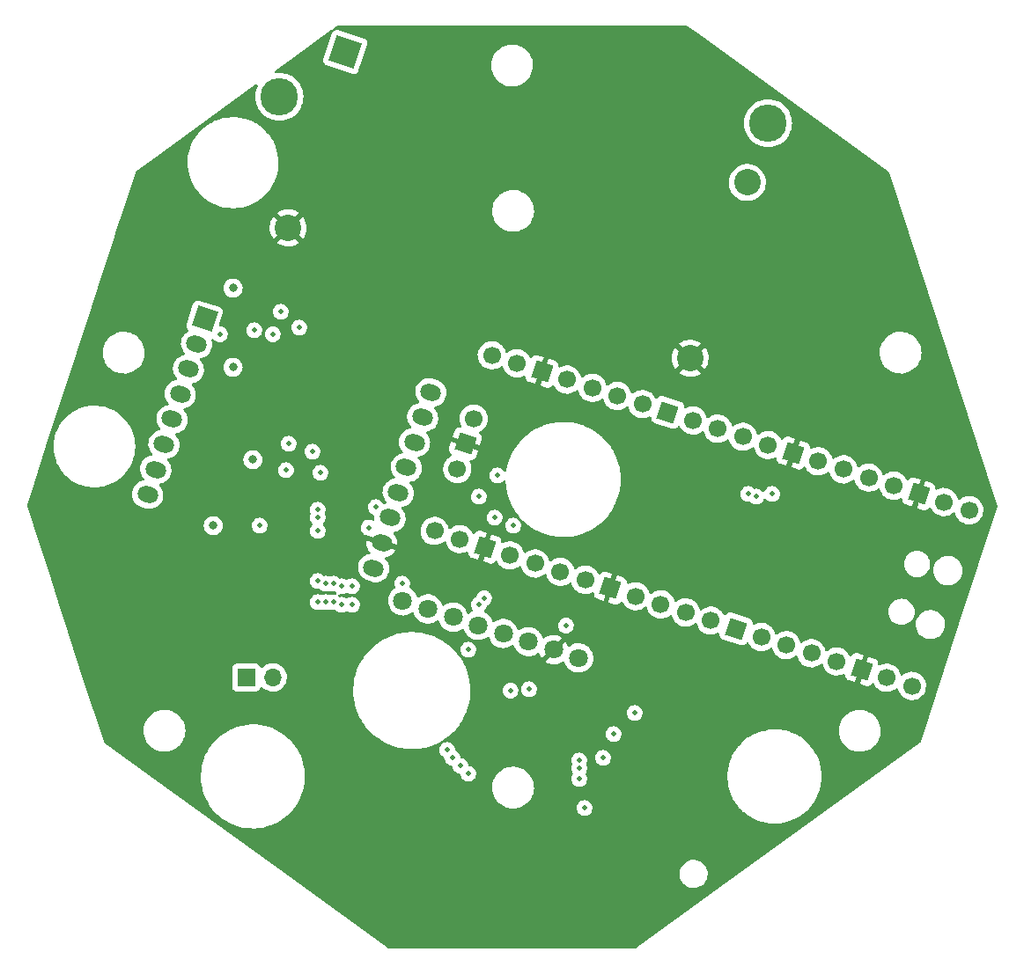
<source format=gbr>
%TF.GenerationSoftware,KiCad,Pcbnew,(6.0.2)*%
%TF.CreationDate,2022-05-01T12:50:51-07:00*%
%TF.ProjectId,controller,636f6e74-726f-46c6-9c65-722e6b696361,rev?*%
%TF.SameCoordinates,Original*%
%TF.FileFunction,Copper,L2,Inr*%
%TF.FilePolarity,Positive*%
%FSLAX46Y46*%
G04 Gerber Fmt 4.6, Leading zero omitted, Abs format (unit mm)*
G04 Created by KiCad (PCBNEW (6.0.2)) date 2022-05-01 12:50:51*
%MOMM*%
%LPD*%
G01*
G04 APERTURE LIST*
G04 Aperture macros list*
%AMHorizOval*
0 Thick line with rounded ends*
0 $1 width*
0 $2 $3 position (X,Y) of the first rounded end (center of the circle)*
0 $4 $5 position (X,Y) of the second rounded end (center of the circle)*
0 Add line between two ends*
20,1,$1,$2,$3,$4,$5,0*
0 Add two circle primitives to create the rounded ends*
1,1,$1,$2,$3*
1,1,$1,$4,$5*%
%AMRotRect*
0 Rectangle, with rotation*
0 The origin of the aperture is its center*
0 $1 length*
0 $2 width*
0 $3 Rotation angle, in degrees counterclockwise*
0 Add horizontal line*
21,1,$1,$2,0,0,$3*%
G04 Aperture macros list end*
%TA.AperFunction,ComponentPad*%
%ADD10HorizOval,1.700000X0.000000X0.000000X0.000000X0.000000X0*%
%TD*%
%TA.AperFunction,ComponentPad*%
%ADD11RotRect,1.700000X1.700000X252.000000*%
%TD*%
%TA.AperFunction,ComponentPad*%
%ADD12RotRect,2.540000X2.540000X342.000000*%
%TD*%
%TA.AperFunction,ComponentPad*%
%ADD13C,2.540000*%
%TD*%
%TA.AperFunction,ComponentPad*%
%ADD14C,3.600000*%
%TD*%
%TA.AperFunction,ComponentPad*%
%ADD15RotRect,2.000000X2.000000X342.000000*%
%TD*%
%TA.AperFunction,ComponentPad*%
%ADD16HorizOval,1.600000X0.190211X-0.061803X-0.190211X0.061803X0*%
%TD*%
%TA.AperFunction,ComponentPad*%
%ADD17C,1.800000*%
%TD*%
%TA.AperFunction,ComponentPad*%
%ADD18R,1.700000X1.700000*%
%TD*%
%TA.AperFunction,ComponentPad*%
%ADD19O,1.700000X1.700000*%
%TD*%
%TA.AperFunction,ViaPad*%
%ADD20C,0.500000*%
%TD*%
%TA.AperFunction,ViaPad*%
%ADD21C,3.000000*%
%TD*%
%TA.AperFunction,ViaPad*%
%ADD22C,1.000000*%
%TD*%
%TA.AperFunction,ViaPad*%
%ADD23C,0.800000*%
%TD*%
G04 APERTURE END LIST*
D10*
%TO.N,/LED0_PICO*%
%TO.C,U1*%
X197773886Y-86139323D03*
%TO.N,unconnected-(U1-Pad2)*%
X195358202Y-85354419D03*
D11*
%TO.N,GND*%
X192942519Y-84569516D03*
D10*
%TO.N,/LED1_PICO*%
X190526835Y-83784613D03*
%TO.N,/LED2_PICO*%
X188111152Y-82999710D03*
%TO.N,/LED3_PICO*%
X185695468Y-82214807D03*
%TO.N,/LED4_PICO*%
X183279785Y-81429904D03*
D11*
%TO.N,GND*%
X180864101Y-80645000D03*
D10*
%TO.N,unconnected-(U1-Pad9)*%
X178448417Y-79860097D03*
%TO.N,unconnected-(U1-Pad10)*%
X176032734Y-79075194D03*
%TO.N,unconnected-(U1-Pad11)*%
X173617050Y-78290291D03*
%TO.N,unconnected-(U1-Pad12)*%
X171201367Y-77505388D03*
D11*
%TO.N,unconnected-(U1-Pad13)*%
X168785683Y-76720485D03*
D10*
%TO.N,unconnected-(U1-Pad14)*%
X166370000Y-75935581D03*
%TO.N,unconnected-(U1-Pad15)*%
X163954316Y-75150678D03*
%TO.N,unconnected-(U1-Pad16)*%
X161538633Y-74365775D03*
%TO.N,unconnected-(U1-Pad17)*%
X159122949Y-73580872D03*
D11*
%TO.N,GND*%
X156707265Y-72795969D03*
D10*
%TO.N,unconnected-(U1-Pad19)*%
X154291582Y-72011066D03*
%TO.N,unconnected-(U1-Pad20)*%
X151875898Y-71226162D03*
%TO.N,unconnected-(U1-Pad21)*%
X146381576Y-88135947D03*
%TO.N,unconnected-(U1-Pad22)*%
X148797260Y-88920851D03*
D11*
%TO.N,GND*%
X151212943Y-89705754D03*
D10*
%TO.N,unconnected-(U1-Pad24)*%
X153628627Y-90490657D03*
%TO.N,unconnected-(U1-Pad25)*%
X156044310Y-91275560D03*
%TO.N,Net-(R21-Pad2)*%
X158459994Y-92060463D03*
%TO.N,Net-(R20-Pad2)*%
X160875677Y-92845366D03*
D11*
%TO.N,GND*%
X163291361Y-93630270D03*
D10*
%TO.N,/INT*%
X165707045Y-94415173D03*
%TO.N,/PICO_RUN*%
X168122728Y-95200076D03*
%TO.N,unconnected-(U1-Pad31)*%
X170538412Y-95984979D03*
%TO.N,unconnected-(U1-Pad32)*%
X172954095Y-96769882D03*
D11*
%TO.N,unconnected-(U1-Pad33)*%
X175369779Y-97554785D03*
D10*
%TO.N,unconnected-(U1-Pad34)*%
X177785462Y-98339689D03*
%TO.N,unconnected-(U1-Pad35)*%
X180201146Y-99124592D03*
%TO.N,unconnected-(U1-Pad36)*%
X182616829Y-99909495D03*
%TO.N,Net-(R19-Pad2)*%
X185032513Y-100694398D03*
D11*
%TO.N,GND*%
X187448197Y-101479301D03*
D10*
%TO.N,Net-(R19-Pad1)*%
X189863880Y-102264204D03*
%TO.N,+5V*%
X192279564Y-103049108D03*
%TO.N,/SWCLK*%
X150132383Y-77336445D03*
D11*
%TO.N,GND*%
X149347480Y-79752129D03*
D10*
%TO.N,/SWDIO*%
X148562577Y-82167812D03*
%TD*%
D12*
%TO.N,/SW2PSU*%
%TO.C,U3*%
X137795000Y-42051549D03*
D13*
%TO.N,GND*%
X132300678Y-58961334D03*
X170951615Y-71519785D03*
%TO.N,+5VL*%
X176445937Y-54610000D03*
%TD*%
D14*
%TO.N,/SW2PSU*%
%TO.C,J11*%
X131445000Y-46355000D03*
%TD*%
D15*
%TO.N,Net-(R7-Pad2)*%
%TO.C,U2*%
X124273461Y-67728137D03*
D16*
%TO.N,unconnected-(U2-Pad2)*%
X123488558Y-70143821D03*
%TO.N,/LED0_ESP*%
X122703655Y-72559504D03*
%TO.N,/LED3_ESP*%
X121918752Y-74975188D03*
%TO.N,/LED4_ESP*%
X121133848Y-77390871D03*
%TO.N,/PICO_RUN*%
X120348945Y-79806555D03*
%TO.N,/INT*%
X119564042Y-82222238D03*
%TO.N,+3V3*%
X118779139Y-84637922D03*
%TO.N,+5V*%
X140520291Y-91702050D03*
%TO.N,GND*%
X141305194Y-89286367D03*
%TO.N,/LED2_ESP*%
X142090097Y-86870683D03*
%TO.N,/LED1_ESP*%
X142875000Y-84455000D03*
%TO.N,Net-(R16-Pad2)*%
X143659903Y-82039316D03*
%TO.N,Net-(R15-Pad2)*%
X144444807Y-79623633D03*
%TO.N,Net-(R6-Pad2)*%
X145229710Y-77207949D03*
%TO.N,unconnected-(U2-Pad16)*%
X146014613Y-74792265D03*
%TD*%
D17*
%TO.N,+3V3*%
%TO.C,U4*%
X160230798Y-100355611D03*
%TO.N,GND*%
X157815114Y-99570708D03*
%TO.N,/SCL*%
X155399431Y-98785804D03*
%TO.N,/SDA*%
X152983747Y-98000901D03*
%TO.N,unconnected-(U4-Pad5)*%
X150568064Y-97215998D03*
%TO.N,unconnected-(U4-Pad6)*%
X148152380Y-96431095D03*
%TO.N,Net-(R13-Pad1)*%
X145736696Y-95646192D03*
%TO.N,/INT*%
X143321013Y-94861289D03*
%TD*%
D14*
%TO.N,+BATT*%
%TO.C,J10*%
X178435000Y-48895000D03*
%TD*%
D18*
%TO.N,+5VL*%
%TO.C,JP1*%
X128270000Y-102235000D03*
D19*
%TO.N,+5V*%
X130810000Y-102235000D03*
%TD*%
D20*
%TO.N,/SWDIO*%
X152400000Y-82804000D03*
D21*
%TO.N,GND*%
X125222000Y-98552000D03*
D22*
X177292000Y-87884000D03*
D21*
X151638000Y-117094000D03*
X169672000Y-43434000D03*
D22*
X132334000Y-85344000D03*
D21*
X174498000Y-104140000D03*
X187452000Y-74422000D03*
D20*
%TO.N,/LED0*%
X138430000Y-93472000D03*
X138430000Y-95250000D03*
X160782000Y-114808000D03*
%TO.N,/LED1*%
X137414000Y-93472000D03*
X147574000Y-109220000D03*
X137414000Y-95250000D03*
D23*
X127000000Y-64770000D03*
X127000000Y-72390000D03*
D20*
%TO.N,/LED2*%
X136652000Y-94996000D03*
X136652000Y-93218000D03*
X162560000Y-109982000D03*
X148082000Y-109982000D03*
X160274000Y-110236000D03*
%TO.N,/LED3*%
X135890000Y-93218000D03*
X134620000Y-80518000D03*
X160274000Y-110998000D03*
X163576000Y-107696000D03*
X132334000Y-79756000D03*
X148844000Y-110744000D03*
X135890000Y-94996000D03*
%TO.N,/LED4*%
X135128000Y-94996000D03*
D23*
X125095000Y-87630000D03*
D20*
X132080000Y-82296000D03*
D23*
X128905000Y-81280000D03*
D20*
X165608000Y-105664000D03*
X160274000Y-112014000D03*
X149606000Y-111506000D03*
X135382000Y-82550000D03*
X135128000Y-92964000D03*
%TO.N,/LED0_ESP*%
X133350000Y-68580000D03*
X125730000Y-69215000D03*
X130810000Y-69215000D03*
%TO.N,/LED0_PICO*%
X131572000Y-67056000D03*
%TO.N,/LED1_PICO*%
X129032000Y-68834000D03*
%TO.N,/LED2_ESP*%
X135128000Y-86868000D03*
%TO.N,+3V3*%
X149606000Y-99568000D03*
X155448000Y-103378000D03*
%TO.N,/LED2_PICO*%
X140716000Y-85852000D03*
X135128000Y-86106000D03*
X178816000Y-84582000D03*
X150622000Y-84836000D03*
%TO.N,/LED3_ESP*%
X129540000Y-87630000D03*
%TO.N,/LED3_PICO*%
X140028543Y-87809457D03*
X135128000Y-88138000D03*
X152146000Y-86868000D03*
X177292000Y-84836000D03*
%TO.N,/LED4_PICO*%
X176530000Y-84582000D03*
X153924000Y-87630000D03*
%TO.N,Net-(R13-Pad1)*%
X153670000Y-103505000D03*
%TO.N,/INT*%
X159004000Y-97261500D03*
%TO.N,/SDA*%
X151130000Y-94615000D03*
%TO.N,/SCL*%
X150622000Y-95250000D03*
%TO.N,/PICO_RUN*%
X143256000Y-93218000D03*
%TD*%
%TA.AperFunction,Conductor*%
%TO.N,GND*%
G36*
X170731840Y-39553173D02*
G01*
X170737783Y-39557237D01*
X171693448Y-40251587D01*
X190025175Y-53570730D01*
X190040097Y-53581572D01*
X190085868Y-53644570D01*
X200464060Y-85585362D01*
X200486147Y-85653340D01*
X200486148Y-85731210D01*
X196793561Y-97096327D01*
X193113545Y-108422750D01*
X193073472Y-108481356D01*
X193067771Y-108485753D01*
X173882869Y-122423808D01*
X165838929Y-128267824D01*
X165764871Y-128291886D01*
X153835726Y-128291942D01*
X141905996Y-128291999D01*
X141837876Y-128271997D01*
X141831947Y-128267943D01*
X131932759Y-121075774D01*
X169918102Y-121075774D01*
X169926751Y-121306158D01*
X169974093Y-121531791D01*
X170058776Y-121746221D01*
X170178377Y-121943317D01*
X170181874Y-121947347D01*
X170268438Y-122047103D01*
X170329477Y-122117445D01*
X170333608Y-122120832D01*
X170503627Y-122260240D01*
X170503633Y-122260244D01*
X170507755Y-122263624D01*
X170512391Y-122266263D01*
X170512394Y-122266265D01*
X170621422Y-122328327D01*
X170708114Y-122377675D01*
X170924825Y-122456337D01*
X170930074Y-122457286D01*
X170930077Y-122457287D01*
X171147608Y-122496623D01*
X171147615Y-122496624D01*
X171151692Y-122497361D01*
X171169414Y-122498197D01*
X171174356Y-122498430D01*
X171174363Y-122498430D01*
X171175844Y-122498500D01*
X171337890Y-122498500D01*
X171404809Y-122492822D01*
X171504409Y-122484371D01*
X171504413Y-122484370D01*
X171509720Y-122483920D01*
X171514875Y-122482582D01*
X171514881Y-122482581D01*
X171727703Y-122427343D01*
X171727707Y-122427342D01*
X171732872Y-122426001D01*
X171737738Y-122423809D01*
X171737741Y-122423808D01*
X171938202Y-122333507D01*
X171943075Y-122331312D01*
X172134319Y-122202559D01*
X172301135Y-122043424D01*
X172438754Y-121858458D01*
X172543240Y-121652949D01*
X172579321Y-121536752D01*
X172610024Y-121437871D01*
X172611607Y-121432773D01*
X172612308Y-121427484D01*
X172641198Y-121209511D01*
X172641198Y-121209506D01*
X172641898Y-121204226D01*
X172633249Y-120973842D01*
X172585907Y-120748209D01*
X172501224Y-120533779D01*
X172381623Y-120336683D01*
X172294755Y-120236576D01*
X172234023Y-120166588D01*
X172234021Y-120166586D01*
X172230523Y-120162555D01*
X172188970Y-120128484D01*
X172056373Y-120019760D01*
X172056367Y-120019756D01*
X172052245Y-120016376D01*
X172047609Y-120013737D01*
X172047606Y-120013735D01*
X171856529Y-119904968D01*
X171851886Y-119902325D01*
X171635175Y-119823663D01*
X171629926Y-119822714D01*
X171629923Y-119822713D01*
X171412392Y-119783377D01*
X171412385Y-119783376D01*
X171408308Y-119782639D01*
X171390586Y-119781803D01*
X171385644Y-119781570D01*
X171385637Y-119781570D01*
X171384156Y-119781500D01*
X171222110Y-119781500D01*
X171155191Y-119787178D01*
X171055591Y-119795629D01*
X171055587Y-119795630D01*
X171050280Y-119796080D01*
X171045125Y-119797418D01*
X171045119Y-119797419D01*
X170832297Y-119852657D01*
X170832293Y-119852658D01*
X170827128Y-119853999D01*
X170822262Y-119856191D01*
X170822259Y-119856192D01*
X170713980Y-119904968D01*
X170616925Y-119948688D01*
X170425681Y-120077441D01*
X170258865Y-120236576D01*
X170121246Y-120421542D01*
X170016760Y-120627051D01*
X170015178Y-120632145D01*
X170015177Y-120632148D01*
X169953115Y-120832020D01*
X169948393Y-120847227D01*
X169947692Y-120852516D01*
X169932304Y-120968623D01*
X169918102Y-121075774D01*
X131932759Y-121075774D01*
X118930413Y-111629032D01*
X123903548Y-111629032D01*
X123904930Y-111704401D01*
X123911707Y-112074151D01*
X123912005Y-112076920D01*
X123912006Y-112076930D01*
X123932716Y-112269132D01*
X123959401Y-112516783D01*
X124046254Y-112953422D01*
X124171578Y-113380613D01*
X124172605Y-113383226D01*
X124172605Y-113383227D01*
X124316527Y-113749531D01*
X124334380Y-113794971D01*
X124419780Y-113965882D01*
X124528650Y-114183764D01*
X124533373Y-114193217D01*
X124766979Y-114572196D01*
X125033349Y-114928910D01*
X125330375Y-115260532D01*
X125332412Y-115262435D01*
X125332419Y-115262442D01*
X125491596Y-115411136D01*
X125655704Y-115564437D01*
X125657901Y-115566150D01*
X125657904Y-115566153D01*
X125695453Y-115595437D01*
X126006760Y-115838220D01*
X126380765Y-116079711D01*
X126383247Y-116081017D01*
X126383249Y-116081018D01*
X126772256Y-116285685D01*
X126772262Y-116285688D01*
X126774756Y-116287000D01*
X126777354Y-116288084D01*
X126777358Y-116288086D01*
X127183030Y-116457366D01*
X127183035Y-116457368D01*
X127185614Y-116458444D01*
X127188280Y-116459287D01*
X127188285Y-116459289D01*
X127419742Y-116532489D01*
X127610085Y-116592687D01*
X127612815Y-116593290D01*
X127612816Y-116593290D01*
X128004539Y-116679774D01*
X128044810Y-116688665D01*
X128047584Y-116689023D01*
X128047585Y-116689023D01*
X128483576Y-116745262D01*
X128483583Y-116745263D01*
X128486346Y-116745619D01*
X128489133Y-116745729D01*
X128489139Y-116745729D01*
X128747169Y-116755867D01*
X128931196Y-116763097D01*
X128933988Y-116762958D01*
X128933993Y-116762958D01*
X129373036Y-116741102D01*
X129373045Y-116741101D01*
X129375840Y-116740962D01*
X129378617Y-116740574D01*
X129378619Y-116740574D01*
X129455629Y-116729819D01*
X129816755Y-116679388D01*
X129819465Y-116678760D01*
X129819475Y-116678758D01*
X130073240Y-116619938D01*
X130250451Y-116578862D01*
X130472768Y-116505983D01*
X130670840Y-116441052D01*
X130670846Y-116441050D01*
X130673493Y-116440182D01*
X131030033Y-116287000D01*
X131079959Y-116265550D01*
X131079961Y-116265549D01*
X131082533Y-116264444D01*
X131474332Y-116053041D01*
X131845787Y-115807646D01*
X132193957Y-115530203D01*
X132516086Y-115222907D01*
X132517923Y-115220813D01*
X132517931Y-115220804D01*
X132740775Y-114966699D01*
X132809623Y-114888193D01*
X132999330Y-114628516D01*
X133070585Y-114530980D01*
X133070588Y-114530975D01*
X133072243Y-114528710D01*
X133190980Y-114331489D01*
X133300417Y-114149715D01*
X133300422Y-114149706D01*
X133301868Y-114147304D01*
X133454998Y-113832645D01*
X133495446Y-113749531D01*
X133495447Y-113749528D01*
X133496679Y-113746997D01*
X133655133Y-113330956D01*
X133775977Y-112902477D01*
X133799668Y-112776494D01*
X133800939Y-112769733D01*
X151917822Y-112769733D01*
X151917975Y-112774121D01*
X151917975Y-112774127D01*
X151922552Y-112905170D01*
X151927625Y-113050458D01*
X151928387Y-113054781D01*
X151928388Y-113054788D01*
X151951678Y-113186870D01*
X151976402Y-113327087D01*
X152063203Y-113594235D01*
X152186340Y-113846702D01*
X152188795Y-113850341D01*
X152188798Y-113850347D01*
X152212982Y-113886201D01*
X152343415Y-114079576D01*
X152346360Y-114082847D01*
X152346361Y-114082848D01*
X152437226Y-114183764D01*
X152531371Y-114288322D01*
X152534733Y-114291143D01*
X152534734Y-114291144D01*
X152575765Y-114325573D01*
X152746550Y-114468879D01*
X152984764Y-114617731D01*
X153241375Y-114731982D01*
X153245603Y-114733194D01*
X153245602Y-114733194D01*
X153492750Y-114804062D01*
X153511390Y-114809407D01*
X153515740Y-114810018D01*
X153515743Y-114810019D01*
X153618690Y-114824487D01*
X153789552Y-114848500D01*
X154000146Y-114848500D01*
X154002332Y-114848347D01*
X154002336Y-114848347D01*
X154205827Y-114834118D01*
X154205832Y-114834117D01*
X154210212Y-114833811D01*
X154381779Y-114797343D01*
X160018775Y-114797343D01*
X160035381Y-114966699D01*
X160089094Y-115128167D01*
X160092741Y-115134189D01*
X160092742Y-115134191D01*
X160154453Y-115236087D01*
X160177246Y-115273723D01*
X160295455Y-115396132D01*
X160437846Y-115489310D01*
X160444450Y-115491766D01*
X160444452Y-115491767D01*
X160480844Y-115505301D01*
X160597341Y-115548626D01*
X160766015Y-115571132D01*
X160773026Y-115570494D01*
X160773030Y-115570494D01*
X160928462Y-115556348D01*
X160935483Y-115555709D01*
X160942185Y-115553531D01*
X160942187Y-115553531D01*
X161090623Y-115505301D01*
X161090626Y-115505300D01*
X161097322Y-115503124D01*
X161243490Y-115415990D01*
X161248584Y-115411139D01*
X161248588Y-115411136D01*
X161315833Y-115347099D01*
X161366721Y-115298639D01*
X161460891Y-115156902D01*
X161521319Y-114997825D01*
X161545001Y-114829313D01*
X161545299Y-114808000D01*
X161526331Y-114638892D01*
X161470368Y-114478189D01*
X161464551Y-114468879D01*
X161410485Y-114382358D01*
X161380192Y-114333879D01*
X161260286Y-114213132D01*
X161244039Y-114202821D01*
X161160357Y-114149715D01*
X161116608Y-114121951D01*
X160956300Y-114064868D01*
X160787329Y-114044720D01*
X160780326Y-114045456D01*
X160780325Y-114045456D01*
X160625101Y-114061770D01*
X160625097Y-114061771D01*
X160618093Y-114062507D01*
X160611422Y-114064778D01*
X160463673Y-114115075D01*
X160463670Y-114115076D01*
X160457003Y-114117346D01*
X160451005Y-114121036D01*
X160451003Y-114121037D01*
X160318065Y-114202821D01*
X160318063Y-114202823D01*
X160312066Y-114206512D01*
X160190486Y-114325573D01*
X160186675Y-114331487D01*
X160186673Y-114331489D01*
X160102121Y-114462687D01*
X160098304Y-114468610D01*
X160040103Y-114628516D01*
X160018775Y-114797343D01*
X154381779Y-114797343D01*
X154484970Y-114775409D01*
X154489099Y-114773906D01*
X154489103Y-114773905D01*
X154744781Y-114680846D01*
X154744785Y-114680844D01*
X154748926Y-114679337D01*
X154996942Y-114547464D01*
X155000503Y-114544877D01*
X155220629Y-114384947D01*
X155220632Y-114384944D01*
X155224192Y-114382358D01*
X155274394Y-114333879D01*
X155324947Y-114285060D01*
X155426252Y-114187231D01*
X155599188Y-113965882D01*
X155601384Y-113962078D01*
X155601389Y-113962071D01*
X155737435Y-113726431D01*
X155739636Y-113722619D01*
X155844862Y-113462176D01*
X155865198Y-113380613D01*
X155911753Y-113193893D01*
X155911754Y-113193888D01*
X155912817Y-113189624D01*
X155918865Y-113132088D01*
X155941719Y-112914636D01*
X155941719Y-112914633D01*
X155942178Y-112910267D01*
X155941906Y-112902477D01*
X155932529Y-112633939D01*
X155932528Y-112633933D01*
X155932375Y-112629542D01*
X155931044Y-112621990D01*
X155900630Y-112449506D01*
X155883598Y-112352913D01*
X155796797Y-112085765D01*
X155791133Y-112074151D01*
X155756597Y-112003343D01*
X159510775Y-112003343D01*
X159527381Y-112172699D01*
X159581094Y-112334167D01*
X159584741Y-112340189D01*
X159584742Y-112340191D01*
X159658611Y-112462162D01*
X159669246Y-112479723D01*
X159787455Y-112602132D01*
X159793351Y-112605990D01*
X159892188Y-112670667D01*
X159929846Y-112695310D01*
X159936450Y-112697766D01*
X159936452Y-112697767D01*
X159972844Y-112711301D01*
X160089341Y-112754626D01*
X160258015Y-112777132D01*
X160265026Y-112776494D01*
X160265030Y-112776494D01*
X160420462Y-112762348D01*
X160427483Y-112761709D01*
X160434185Y-112759531D01*
X160434187Y-112759531D01*
X160582623Y-112711301D01*
X160582626Y-112711300D01*
X160589322Y-112709124D01*
X160735490Y-112621990D01*
X160740584Y-112617139D01*
X160740588Y-112617136D01*
X160807833Y-112553099D01*
X160858721Y-112504639D01*
X160868198Y-112490376D01*
X160948990Y-112368773D01*
X160952891Y-112362902D01*
X161013319Y-112203825D01*
X161037001Y-112035313D01*
X161037158Y-112024062D01*
X161037244Y-112017961D01*
X161037244Y-112017955D01*
X161037299Y-112014000D01*
X161026538Y-111918057D01*
X174543834Y-111918057D01*
X174544063Y-111920902D01*
X174544063Y-111920905D01*
X174551260Y-112010355D01*
X174576787Y-112327625D01*
X174646725Y-112732520D01*
X174647462Y-112735269D01*
X174647464Y-112735280D01*
X174705177Y-112950666D01*
X174753071Y-113129411D01*
X174894951Y-113515029D01*
X174896176Y-113517609D01*
X174896179Y-113517616D01*
X175050565Y-113842750D01*
X175071197Y-113886201D01*
X175183399Y-114075925D01*
X175267498Y-114218129D01*
X175280357Y-114239873D01*
X175282019Y-114242177D01*
X175282020Y-114242179D01*
X175317335Y-114291144D01*
X175520711Y-114573132D01*
X175659851Y-114733194D01*
X175746523Y-114832898D01*
X175790280Y-114883235D01*
X175792337Y-114885208D01*
X175792345Y-114885216D01*
X175995351Y-115079892D01*
X176086845Y-115167631D01*
X176089063Y-115169401D01*
X176089068Y-115169406D01*
X176358672Y-115384627D01*
X176407965Y-115423977D01*
X176750996Y-115650165D01*
X177113116Y-115844332D01*
X177491343Y-116004880D01*
X177882565Y-116130487D01*
X178283560Y-116220120D01*
X178691029Y-116273041D01*
X179101618Y-116288815D01*
X179104480Y-116288665D01*
X179104481Y-116288665D01*
X179509089Y-116267460D01*
X179509095Y-116267459D01*
X179511946Y-116267310D01*
X179514765Y-116266904D01*
X179514773Y-116266903D01*
X179915814Y-116209112D01*
X179915821Y-116209111D01*
X179918636Y-116208705D01*
X180318341Y-116113482D01*
X180321039Y-116112574D01*
X180321046Y-116112572D01*
X180705059Y-115983338D01*
X180705065Y-115983336D01*
X180707771Y-115982425D01*
X181083719Y-115816611D01*
X181086216Y-115815227D01*
X181440591Y-115618794D01*
X181440593Y-115618793D01*
X181443093Y-115617407D01*
X181639417Y-115483986D01*
X181780560Y-115388065D01*
X181780565Y-115388062D01*
X181782933Y-115386452D01*
X181785155Y-115384627D01*
X182098223Y-115127470D01*
X182098227Y-115127467D01*
X182100442Y-115125647D01*
X182393008Y-114837139D01*
X182430694Y-114792543D01*
X182656374Y-114525487D01*
X182656379Y-114525481D01*
X182658220Y-114523302D01*
X182893898Y-114186719D01*
X182895591Y-114183764D01*
X183096678Y-113832645D01*
X183098100Y-113830162D01*
X183269146Y-113456565D01*
X183405628Y-113069003D01*
X183418798Y-113016955D01*
X183505720Y-112673446D01*
X183505721Y-112673442D01*
X183506423Y-112670667D01*
X183510927Y-112642234D01*
X183536665Y-112479723D01*
X183570700Y-112264834D01*
X183597932Y-111854847D01*
X183598925Y-111760000D01*
X183580286Y-111349532D01*
X183579514Y-111343891D01*
X183532496Y-111000663D01*
X183524521Y-110942442D01*
X183515783Y-110904591D01*
X183432735Y-110544871D01*
X183432734Y-110544869D01*
X183432091Y-110542082D01*
X183381330Y-110387690D01*
X183304650Y-110154469D01*
X183304650Y-110154468D01*
X183303755Y-110151747D01*
X183302624Y-110149132D01*
X183302620Y-110149123D01*
X183202569Y-109917920D01*
X183140571Y-109774650D01*
X183009083Y-109533484D01*
X182945251Y-109416407D01*
X182945247Y-109416400D01*
X182943881Y-109413895D01*
X182806946Y-109209343D01*
X182716897Y-109074829D01*
X182716893Y-109074823D01*
X182715304Y-109072450D01*
X182676625Y-109024685D01*
X182514188Y-108824094D01*
X182456721Y-108753128D01*
X182454740Y-108751091D01*
X182454733Y-108751083D01*
X182172253Y-108460602D01*
X182172249Y-108460598D01*
X182170263Y-108458556D01*
X182168105Y-108456706D01*
X182168095Y-108456697D01*
X181860459Y-108193021D01*
X181860454Y-108193017D01*
X181858285Y-108191158D01*
X181855954Y-108189501D01*
X181855947Y-108189496D01*
X181525692Y-107954797D01*
X181525690Y-107954796D01*
X181523356Y-107953137D01*
X181452609Y-107911961D01*
X181170689Y-107747879D01*
X181170682Y-107747875D01*
X181168233Y-107746450D01*
X181052226Y-107692355D01*
X180798435Y-107574010D01*
X180798425Y-107574006D01*
X180795839Y-107572800D01*
X180742662Y-107553655D01*
X180411930Y-107434584D01*
X180411921Y-107434581D01*
X180409240Y-107433616D01*
X180139031Y-107363232D01*
X180101712Y-107353511D01*
X185253778Y-107353511D01*
X185254025Y-107357788D01*
X185254025Y-107357795D01*
X185254194Y-107360725D01*
X185254195Y-107360737D01*
X185269539Y-107626844D01*
X185270364Y-107631049D01*
X185270365Y-107631057D01*
X185293285Y-107747879D01*
X185322249Y-107895510D01*
X185323634Y-107899554D01*
X185323636Y-107899561D01*
X185399157Y-108120140D01*
X185410933Y-108154536D01*
X185459906Y-108251907D01*
X185531853Y-108394958D01*
X185533951Y-108399130D01*
X185593485Y-108485753D01*
X185684728Y-108618512D01*
X185689026Y-108624766D01*
X185873289Y-108827267D01*
X186083329Y-109002888D01*
X186086962Y-109005167D01*
X186311620Y-109146096D01*
X186311624Y-109146098D01*
X186315260Y-109148379D01*
X186564791Y-109261046D01*
X186630487Y-109280506D01*
X186823191Y-109337588D01*
X186823196Y-109337589D01*
X186827304Y-109338806D01*
X186831538Y-109339454D01*
X186831543Y-109339455D01*
X187093699Y-109379570D01*
X187093701Y-109379570D01*
X187097941Y-109380219D01*
X187237272Y-109382408D01*
X187367404Y-109384453D01*
X187367410Y-109384453D01*
X187371695Y-109384520D01*
X187643500Y-109351628D01*
X187841327Y-109299729D01*
X187904183Y-109283239D01*
X187904184Y-109283239D01*
X187908326Y-109282152D01*
X188161272Y-109177378D01*
X188207875Y-109150146D01*
X188393961Y-109041406D01*
X188393962Y-109041406D01*
X188397659Y-109039245D01*
X188613112Y-108870308D01*
X188616107Y-108867218D01*
X188756927Y-108721902D01*
X188803644Y-108673694D01*
X188806177Y-108670246D01*
X188806181Y-108670241D01*
X188962487Y-108457456D01*
X188965730Y-108453041D01*
X188970797Y-108443709D01*
X189094320Y-108216208D01*
X189094321Y-108216206D01*
X189096370Y-108212432D01*
X189193147Y-107956319D01*
X189230263Y-107794261D01*
X189253312Y-107693625D01*
X189253313Y-107693618D01*
X189254270Y-107689441D01*
X189254653Y-107685157D01*
X189278389Y-107419203D01*
X189278609Y-107416738D01*
X189279050Y-107374587D01*
X189278881Y-107372106D01*
X189260720Y-107105710D01*
X189260719Y-107105703D01*
X189260428Y-107101433D01*
X189259558Y-107097229D01*
X189205777Y-106837531D01*
X189204908Y-106833334D01*
X189113515Y-106575251D01*
X189007290Y-106369444D01*
X188989908Y-106335766D01*
X188989908Y-106335765D01*
X188987943Y-106331959D01*
X188977987Y-106317792D01*
X188832981Y-106111470D01*
X188832980Y-106111469D01*
X188830514Y-106107960D01*
X188644141Y-105907398D01*
X188626613Y-105893051D01*
X188435591Y-105736703D01*
X188432273Y-105733987D01*
X188311639Y-105660062D01*
X188202481Y-105593169D01*
X188202468Y-105593162D01*
X188198831Y-105590933D01*
X188194914Y-105589214D01*
X188194911Y-105589212D01*
X187995987Y-105501891D01*
X187948134Y-105480885D01*
X187944006Y-105479709D01*
X187944003Y-105479708D01*
X187862916Y-105456610D01*
X187684821Y-105405878D01*
X187680579Y-105405274D01*
X187680573Y-105405273D01*
X187481955Y-105377006D01*
X187413765Y-105367301D01*
X187270030Y-105366549D01*
X187144267Y-105365890D01*
X187144261Y-105365890D01*
X187139981Y-105365868D01*
X187135737Y-105366427D01*
X187135733Y-105366427D01*
X187016756Y-105382091D01*
X186868536Y-105401604D01*
X186864396Y-105402737D01*
X186864394Y-105402737D01*
X186848610Y-105407055D01*
X186604452Y-105473849D01*
X186352616Y-105581266D01*
X186348935Y-105583469D01*
X186121371Y-105719663D01*
X186121367Y-105719666D01*
X186117689Y-105721867D01*
X186114346Y-105724545D01*
X186114342Y-105724548D01*
X186010197Y-105807984D01*
X185904017Y-105893051D01*
X185901073Y-105896153D01*
X185901069Y-105896157D01*
X185718511Y-106088533D01*
X185715554Y-106091649D01*
X185555788Y-106313988D01*
X185427674Y-106555952D01*
X185333585Y-106813064D01*
X185275259Y-107080567D01*
X185274923Y-107084837D01*
X185260907Y-107262934D01*
X185253778Y-107353511D01*
X180101712Y-107353511D01*
X180014385Y-107330764D01*
X180014379Y-107330763D01*
X180011616Y-107330043D01*
X179606243Y-107262934D01*
X179603400Y-107262725D01*
X179603398Y-107262725D01*
X179199301Y-107233050D01*
X179196455Y-107232841D01*
X179026417Y-107235809D01*
X178788477Y-107239962D01*
X178788472Y-107239962D01*
X178785626Y-107240012D01*
X178782793Y-107240320D01*
X178782789Y-107240320D01*
X178453886Y-107276051D01*
X178377139Y-107284388D01*
X177974354Y-107365603D01*
X177971621Y-107366418D01*
X177971616Y-107366419D01*
X177811124Y-107414264D01*
X177580588Y-107482990D01*
X177577927Y-107484054D01*
X177577925Y-107484055D01*
X177210412Y-107631050D01*
X177199081Y-107635582D01*
X177115146Y-107678349D01*
X176835517Y-107820827D01*
X176835512Y-107820830D01*
X176832974Y-107822123D01*
X176830555Y-107823646D01*
X176830552Y-107823648D01*
X176690323Y-107911955D01*
X176485281Y-108041077D01*
X176158863Y-108290642D01*
X175856407Y-108568765D01*
X175580403Y-108873155D01*
X175578679Y-108875442D01*
X175578678Y-108875444D01*
X175560964Y-108898952D01*
X175333123Y-109201307D01*
X175331624Y-109203725D01*
X175331621Y-109203729D01*
X175272098Y-109299730D01*
X175116601Y-109550520D01*
X175115318Y-109553082D01*
X175115313Y-109553091D01*
X174985667Y-109811990D01*
X174932621Y-109917920D01*
X174931580Y-109920576D01*
X174931577Y-109920583D01*
X174792348Y-110275854D01*
X174782696Y-110300483D01*
X174781904Y-110303210D01*
X174781900Y-110303221D01*
X174672640Y-110679301D01*
X174668062Y-110695059D01*
X174589660Y-111098401D01*
X174548137Y-111507189D01*
X174545489Y-111760000D01*
X174543834Y-111918057D01*
X161026538Y-111918057D01*
X161018331Y-111844892D01*
X160962368Y-111684189D01*
X160956383Y-111674610D01*
X160892193Y-111571887D01*
X160873057Y-111503518D01*
X160894098Y-111435393D01*
X160952891Y-111346902D01*
X161013319Y-111187825D01*
X161037001Y-111019313D01*
X161037299Y-110998000D01*
X161018331Y-110828892D01*
X161015218Y-110819951D01*
X160971725Y-110695059D01*
X160962368Y-110668189D01*
X160961983Y-110667572D01*
X160950989Y-110599964D01*
X160958227Y-110570854D01*
X160958502Y-110570132D01*
X161013319Y-110425825D01*
X161037001Y-110257313D01*
X161037299Y-110236000D01*
X161018331Y-110066892D01*
X161015218Y-110057951D01*
X160985057Y-109971343D01*
X161796775Y-109971343D01*
X161813381Y-110140699D01*
X161815605Y-110147384D01*
X161815605Y-110147385D01*
X161817962Y-110154469D01*
X161867094Y-110302167D01*
X161870741Y-110308189D01*
X161870742Y-110308191D01*
X161948837Y-110437140D01*
X161955246Y-110447723D01*
X162073455Y-110570132D01*
X162079351Y-110573990D01*
X162208664Y-110658610D01*
X162215846Y-110663310D01*
X162222450Y-110665766D01*
X162222452Y-110665767D01*
X162258844Y-110679301D01*
X162375341Y-110722626D01*
X162544015Y-110745132D01*
X162551026Y-110744494D01*
X162551030Y-110744494D01*
X162706462Y-110730348D01*
X162713483Y-110729709D01*
X162720185Y-110727531D01*
X162720187Y-110727531D01*
X162868623Y-110679301D01*
X162868626Y-110679300D01*
X162875322Y-110677124D01*
X163021490Y-110589990D01*
X163026584Y-110585139D01*
X163026588Y-110585136D01*
X163093833Y-110521099D01*
X163144721Y-110472639D01*
X163164728Y-110442527D01*
X163234990Y-110336773D01*
X163238891Y-110330902D01*
X163299319Y-110171825D01*
X163323001Y-110003313D01*
X163323299Y-109982000D01*
X163304331Y-109812892D01*
X163291928Y-109777274D01*
X163250686Y-109658846D01*
X163248368Y-109652189D01*
X163244582Y-109646129D01*
X163184837Y-109550520D01*
X163158192Y-109507879D01*
X163142458Y-109492034D01*
X163067357Y-109416407D01*
X163038286Y-109387132D01*
X163027499Y-109380286D01*
X162963150Y-109339449D01*
X162894608Y-109295951D01*
X162734300Y-109238868D01*
X162565329Y-109218720D01*
X162558326Y-109219456D01*
X162558325Y-109219456D01*
X162403101Y-109235770D01*
X162403097Y-109235771D01*
X162396093Y-109236507D01*
X162389422Y-109238778D01*
X162241673Y-109289075D01*
X162241670Y-109289076D01*
X162235003Y-109291346D01*
X162229005Y-109295036D01*
X162229003Y-109295037D01*
X162096065Y-109376821D01*
X162096063Y-109376823D01*
X162090066Y-109380512D01*
X162085033Y-109385441D01*
X161976185Y-109492034D01*
X161968486Y-109499573D01*
X161964675Y-109505487D01*
X161964673Y-109505489D01*
X161881523Y-109634512D01*
X161876304Y-109642610D01*
X161818103Y-109802516D01*
X161796775Y-109971343D01*
X160985057Y-109971343D01*
X160962368Y-109906189D01*
X160956383Y-109896610D01*
X160908442Y-109819891D01*
X160872192Y-109761879D01*
X160752286Y-109641132D01*
X160736039Y-109630821D01*
X160618650Y-109556324D01*
X160608608Y-109549951D01*
X160448300Y-109492868D01*
X160279329Y-109472720D01*
X160272326Y-109473456D01*
X160272325Y-109473456D01*
X160117101Y-109489770D01*
X160117097Y-109489771D01*
X160110093Y-109490507D01*
X160103422Y-109492778D01*
X159955673Y-109543075D01*
X159955670Y-109543076D01*
X159949003Y-109545346D01*
X159943005Y-109549036D01*
X159943003Y-109549037D01*
X159810065Y-109630821D01*
X159810063Y-109630823D01*
X159804066Y-109634512D01*
X159682486Y-109753573D01*
X159678675Y-109759487D01*
X159678673Y-109759489D01*
X159625759Y-109841595D01*
X159590304Y-109896610D01*
X159559533Y-109981154D01*
X159546837Y-110016036D01*
X159532103Y-110056516D01*
X159510775Y-110225343D01*
X159527381Y-110394699D01*
X159581094Y-110556167D01*
X159584743Y-110562193D01*
X159585700Y-110564263D01*
X159596117Y-110634491D01*
X159589723Y-110660207D01*
X159532103Y-110818516D01*
X159510775Y-110987343D01*
X159527381Y-111156699D01*
X159581094Y-111318167D01*
X159656058Y-111441948D01*
X159674237Y-111510576D01*
X159654193Y-111575473D01*
X159621488Y-111626222D01*
X159590304Y-111674610D01*
X159532103Y-111834516D01*
X159510775Y-112003343D01*
X155756597Y-112003343D01*
X155692140Y-111871188D01*
X155673660Y-111833298D01*
X155671205Y-111829659D01*
X155671202Y-111829653D01*
X155585378Y-111702414D01*
X155516585Y-111600424D01*
X155450756Y-111527313D01*
X155331566Y-111394940D01*
X155328629Y-111391678D01*
X155113450Y-111211121D01*
X154875236Y-111062269D01*
X154618625Y-110948018D01*
X154348610Y-110870593D01*
X154344260Y-110869982D01*
X154344257Y-110869981D01*
X154241310Y-110855513D01*
X154070448Y-110831500D01*
X153859854Y-110831500D01*
X153857668Y-110831653D01*
X153857664Y-110831653D01*
X153654173Y-110845882D01*
X153654168Y-110845883D01*
X153649788Y-110846189D01*
X153375030Y-110904591D01*
X153370901Y-110906094D01*
X153370897Y-110906095D01*
X153115219Y-110999154D01*
X153115215Y-110999156D01*
X153111074Y-111000663D01*
X152863058Y-111132536D01*
X152859499Y-111135122D01*
X152859497Y-111135123D01*
X152749849Y-111214787D01*
X152635808Y-111297642D01*
X152632644Y-111300698D01*
X152632641Y-111300700D01*
X152596097Y-111335990D01*
X152433748Y-111492769D01*
X152260812Y-111714118D01*
X152258616Y-111717922D01*
X152258611Y-111717929D01*
X152144794Y-111915067D01*
X152120364Y-111957381D01*
X152015138Y-112217824D01*
X152014073Y-112222097D01*
X152014072Y-112222099D01*
X151950057Y-112478850D01*
X151947183Y-112490376D01*
X151946724Y-112494744D01*
X151946723Y-112494749D01*
X151921733Y-112732520D01*
X151917822Y-112769733D01*
X133800939Y-112769733D01*
X133857737Y-112467699D01*
X133857739Y-112467687D01*
X133858253Y-112464952D01*
X133879377Y-112247558D01*
X133901094Y-112024062D01*
X133901095Y-112024050D01*
X133901309Y-112021845D01*
X133904102Y-111915200D01*
X133908108Y-111762233D01*
X133908108Y-111762220D01*
X133908166Y-111760000D01*
X133888359Y-111315247D01*
X133885995Y-111297642D01*
X133854692Y-111064596D01*
X133829094Y-110874016D01*
X133828320Y-110870593D01*
X133731458Y-110442527D01*
X133730841Y-110439799D01*
X133720670Y-110408213D01*
X133646667Y-110178414D01*
X133594377Y-110016036D01*
X133590646Y-110007223D01*
X133421878Y-109608665D01*
X133421876Y-109608660D01*
X133420784Y-109606082D01*
X133392890Y-109553730D01*
X133285475Y-109352137D01*
X133211435Y-109213181D01*
X133208928Y-109209343D01*
X146810775Y-109209343D01*
X146827381Y-109378699D01*
X146829605Y-109385384D01*
X146829605Y-109385385D01*
X146838298Y-109411516D01*
X146881094Y-109540167D01*
X146884741Y-109546189D01*
X146884742Y-109546191D01*
X146952969Y-109658846D01*
X146969246Y-109685723D01*
X147087455Y-109808132D01*
X147229846Y-109901310D01*
X147236454Y-109903767D01*
X147236455Y-109903768D01*
X147241216Y-109905539D01*
X147298093Y-109948030D01*
X147322697Y-110011341D01*
X147335381Y-110140699D01*
X147337605Y-110147384D01*
X147337605Y-110147385D01*
X147339962Y-110154469D01*
X147389094Y-110302167D01*
X147392741Y-110308189D01*
X147392742Y-110308191D01*
X147470837Y-110437140D01*
X147477246Y-110447723D01*
X147595455Y-110570132D01*
X147601351Y-110573990D01*
X147730664Y-110658610D01*
X147737846Y-110663310D01*
X147744450Y-110665766D01*
X147744452Y-110665767D01*
X147780844Y-110679301D01*
X147897341Y-110722626D01*
X147904324Y-110723558D01*
X147904325Y-110723558D01*
X147983153Y-110734076D01*
X148048030Y-110762912D01*
X148087018Y-110822245D01*
X148091887Y-110846672D01*
X148097381Y-110902699D01*
X148099605Y-110909384D01*
X148099605Y-110909385D01*
X148113051Y-110949805D01*
X148151094Y-111064167D01*
X148154741Y-111070189D01*
X148154742Y-111070191D01*
X148229975Y-111194414D01*
X148239246Y-111209723D01*
X148357455Y-111332132D01*
X148499846Y-111425310D01*
X148506450Y-111427766D01*
X148506452Y-111427767D01*
X148579594Y-111454968D01*
X148659341Y-111484626D01*
X148666324Y-111485558D01*
X148666325Y-111485558D01*
X148745153Y-111496076D01*
X148810030Y-111524912D01*
X148849018Y-111584245D01*
X148853887Y-111608672D01*
X148859381Y-111664699D01*
X148913094Y-111826167D01*
X148916741Y-111832189D01*
X148916742Y-111832191D01*
X148990252Y-111953569D01*
X149001246Y-111971723D01*
X149119455Y-112094132D01*
X149261846Y-112187310D01*
X149268450Y-112189766D01*
X149268452Y-112189767D01*
X149304844Y-112203301D01*
X149421341Y-112246626D01*
X149590015Y-112269132D01*
X149597026Y-112268494D01*
X149597030Y-112268494D01*
X149752462Y-112254348D01*
X149759483Y-112253709D01*
X149766185Y-112251531D01*
X149766187Y-112251531D01*
X149914623Y-112203301D01*
X149914626Y-112203300D01*
X149921322Y-112201124D01*
X150067490Y-112113990D01*
X150072584Y-112109139D01*
X150072588Y-112109136D01*
X150166583Y-112019625D01*
X150190721Y-111996639D01*
X150284891Y-111854902D01*
X150345319Y-111695825D01*
X150369001Y-111527313D01*
X150369235Y-111510576D01*
X150369244Y-111509961D01*
X150369244Y-111509955D01*
X150369299Y-111506000D01*
X150350331Y-111336892D01*
X150342794Y-111315247D01*
X150306046Y-111209723D01*
X150294368Y-111176189D01*
X150277810Y-111149690D01*
X150223182Y-111062269D01*
X150204192Y-111031879D01*
X150173194Y-111000663D01*
X150120915Y-110948018D01*
X150084286Y-110911132D01*
X150072541Y-110903678D01*
X150020407Y-110870593D01*
X149940608Y-110819951D01*
X149780300Y-110762868D01*
X149706264Y-110754040D01*
X149640990Y-110726113D01*
X149601177Y-110667330D01*
X149595967Y-110642971D01*
X149589116Y-110581890D01*
X149589116Y-110581889D01*
X149588331Y-110574892D01*
X149532368Y-110414189D01*
X149515810Y-110387690D01*
X149504420Y-110369464D01*
X149442192Y-110269879D01*
X149415033Y-110242529D01*
X149344821Y-110171825D01*
X149322286Y-110149132D01*
X149297954Y-110133690D01*
X149203725Y-110073891D01*
X149178608Y-110057951D01*
X149018300Y-110000868D01*
X148944264Y-109992040D01*
X148878990Y-109964113D01*
X148839177Y-109905330D01*
X148833967Y-109880971D01*
X148827116Y-109819890D01*
X148827116Y-109819889D01*
X148826331Y-109812892D01*
X148813928Y-109777274D01*
X148772686Y-109658846D01*
X148770368Y-109652189D01*
X148766582Y-109646129D01*
X148706837Y-109550520D01*
X148680192Y-109507879D01*
X148664458Y-109492034D01*
X148589357Y-109416407D01*
X148560286Y-109387132D01*
X148549499Y-109380286D01*
X148422561Y-109299729D01*
X148422562Y-109299729D01*
X148416608Y-109295951D01*
X148409969Y-109293587D01*
X148404081Y-109290715D01*
X148351624Y-109242873D01*
X148334104Y-109191513D01*
X148319116Y-109057891D01*
X148318331Y-109050892D01*
X148306107Y-109015788D01*
X148284609Y-108954056D01*
X148262368Y-108890189D01*
X148256383Y-108880610D01*
X148184607Y-108765747D01*
X148172192Y-108745879D01*
X148052286Y-108625132D01*
X148046127Y-108621223D01*
X147952439Y-108561767D01*
X147908608Y-108533951D01*
X147748300Y-108476868D01*
X147579329Y-108456720D01*
X147572326Y-108457456D01*
X147572325Y-108457456D01*
X147417101Y-108473770D01*
X147417097Y-108473771D01*
X147410093Y-108474507D01*
X147403422Y-108476778D01*
X147255673Y-108527075D01*
X147255670Y-108527076D01*
X147249003Y-108529346D01*
X147243005Y-108533036D01*
X147243003Y-108533037D01*
X147110065Y-108614821D01*
X147110063Y-108614823D01*
X147104066Y-108618512D01*
X147099033Y-108623441D01*
X146998489Y-108721902D01*
X146982486Y-108737573D01*
X146978675Y-108743487D01*
X146978673Y-108743489D01*
X146895108Y-108873155D01*
X146890304Y-108880610D01*
X146875278Y-108921893D01*
X146838240Y-109023656D01*
X146832103Y-109040516D01*
X146810775Y-109209343D01*
X133208928Y-109209343D01*
X133203046Y-109200337D01*
X132969513Y-108842779D01*
X132969510Y-108842775D01*
X132967989Y-108840446D01*
X132959768Y-108830017D01*
X132694101Y-108493021D01*
X132694099Y-108493019D01*
X132692372Y-108490828D01*
X132407602Y-108189166D01*
X132388693Y-108169135D01*
X132388690Y-108169132D01*
X132386767Y-108167095D01*
X132384676Y-108165242D01*
X132384668Y-108165234D01*
X132055694Y-107873671D01*
X132055692Y-107873669D01*
X132053594Y-107871810D01*
X132008529Y-107838524D01*
X131874543Y-107739561D01*
X131695491Y-107607311D01*
X131693106Y-107605858D01*
X131693100Y-107605854D01*
X131463734Y-107466123D01*
X131315294Y-107375692D01*
X131308023Y-107372106D01*
X131003391Y-107221879D01*
X130916011Y-107178788D01*
X130500806Y-107018157D01*
X130485418Y-107013730D01*
X130075647Y-106895843D01*
X130075641Y-106895842D01*
X130072966Y-106895072D01*
X130070229Y-106894543D01*
X130070223Y-106894541D01*
X129638625Y-106811037D01*
X129638615Y-106811035D01*
X129635878Y-106810506D01*
X129193002Y-106765130D01*
X129190210Y-106765093D01*
X129190202Y-106765093D01*
X128919611Y-106761551D01*
X128747847Y-106759303D01*
X128745047Y-106759516D01*
X128745046Y-106759516D01*
X128350355Y-106789539D01*
X128303935Y-106793070D01*
X127864783Y-106866165D01*
X127774993Y-106889470D01*
X127436585Y-106977303D01*
X127436574Y-106977306D01*
X127433867Y-106978009D01*
X127431231Y-106978950D01*
X127431222Y-106978953D01*
X127075056Y-107106129D01*
X127014600Y-107127716D01*
X126610300Y-107314100D01*
X126607877Y-107315490D01*
X126607874Y-107315492D01*
X126504897Y-107374587D01*
X126224170Y-107535687D01*
X126221878Y-107537289D01*
X126221870Y-107537294D01*
X125958705Y-107721223D01*
X125859266Y-107790722D01*
X125518477Y-108077184D01*
X125204503Y-108392807D01*
X125202714Y-108394958D01*
X125157541Y-108449273D01*
X124919829Y-108735090D01*
X124918235Y-108737397D01*
X124918233Y-108737399D01*
X124669059Y-109097924D01*
X124666708Y-109101325D01*
X124447146Y-109488610D01*
X124445987Y-109491159D01*
X124445985Y-109491163D01*
X124419256Y-109549951D01*
X124262881Y-109893880D01*
X124261959Y-109896506D01*
X124261954Y-109896518D01*
X124203313Y-110063506D01*
X124115372Y-110313926D01*
X124114681Y-110316646D01*
X124114680Y-110316650D01*
X124010690Y-110726113D01*
X124005786Y-110745421D01*
X123934991Y-111184950D01*
X123903548Y-111629032D01*
X118930413Y-111629032D01*
X114603219Y-108485147D01*
X114559865Y-108428926D01*
X114557447Y-108422148D01*
X114210224Y-107353504D01*
X118393396Y-107353504D01*
X118393643Y-107357785D01*
X118393643Y-107357788D01*
X118393644Y-107357795D01*
X118393813Y-107360730D01*
X118409157Y-107626837D01*
X118409982Y-107631042D01*
X118409983Y-107631050D01*
X118432388Y-107745248D01*
X118461867Y-107895503D01*
X118463254Y-107899554D01*
X118538777Y-108120140D01*
X118550551Y-108154530D01*
X118599527Y-108251907D01*
X118669398Y-108390830D01*
X118673569Y-108399124D01*
X118675995Y-108402653D01*
X118675998Y-108402659D01*
X118738103Y-108493021D01*
X118828644Y-108624759D01*
X118831531Y-108627932D01*
X118831532Y-108627933D01*
X118875967Y-108676766D01*
X119012907Y-108827261D01*
X119222947Y-109002882D01*
X119226573Y-109005157D01*
X119226575Y-109005158D01*
X119233822Y-109009704D01*
X119454879Y-109148372D01*
X119458781Y-109150134D01*
X119458785Y-109150136D01*
X119700498Y-109259274D01*
X119700502Y-109259276D01*
X119704410Y-109261040D01*
X119708529Y-109262260D01*
X119962810Y-109337582D01*
X119962815Y-109337583D01*
X119966923Y-109338800D01*
X119971157Y-109339448D01*
X119971162Y-109339449D01*
X120233318Y-109379564D01*
X120233320Y-109379564D01*
X120237560Y-109380213D01*
X120376891Y-109382402D01*
X120507023Y-109384447D01*
X120507029Y-109384447D01*
X120511314Y-109384514D01*
X120783119Y-109351622D01*
X120998808Y-109295037D01*
X121043802Y-109283233D01*
X121043803Y-109283233D01*
X121047945Y-109282146D01*
X121300892Y-109177372D01*
X121448260Y-109091257D01*
X121533576Y-109041402D01*
X121533577Y-109041401D01*
X121537279Y-109039238D01*
X121752732Y-108870302D01*
X121781665Y-108840446D01*
X121940281Y-108676766D01*
X121943264Y-108673688D01*
X121945797Y-108670240D01*
X121945801Y-108670235D01*
X122102812Y-108456489D01*
X122105350Y-108453034D01*
X122132698Y-108402665D01*
X122233940Y-108216201D01*
X122233941Y-108216199D01*
X122235990Y-108212425D01*
X122303090Y-108034851D01*
X122331249Y-107960330D01*
X122331250Y-107960326D01*
X122332767Y-107956312D01*
X122368639Y-107799687D01*
X122392932Y-107693618D01*
X122392933Y-107693614D01*
X122393890Y-107689434D01*
X122394880Y-107678349D01*
X122418009Y-107419196D01*
X122418229Y-107416731D01*
X122418670Y-107374580D01*
X122418058Y-107365603D01*
X122400340Y-107105703D01*
X122400339Y-107105697D01*
X122400048Y-107101426D01*
X122375689Y-106983797D01*
X122351233Y-106865706D01*
X122344528Y-106833327D01*
X122253135Y-106575244D01*
X122245259Y-106559983D01*
X122129528Y-106335758D01*
X122129527Y-106335757D01*
X122127563Y-106331951D01*
X122117612Y-106317792D01*
X121972597Y-106111457D01*
X121972592Y-106111451D01*
X121970133Y-106107952D01*
X121847500Y-105975983D01*
X121786681Y-105910534D01*
X121786678Y-105910531D01*
X121783760Y-105907391D01*
X121780444Y-105904677D01*
X121780441Y-105904674D01*
X121575211Y-105736694D01*
X121575204Y-105736689D01*
X121571893Y-105733979D01*
X121338450Y-105590925D01*
X121334533Y-105589206D01*
X121334530Y-105589204D01*
X121119680Y-105494892D01*
X121087753Y-105480877D01*
X121083625Y-105479701D01*
X121083622Y-105479700D01*
X121002535Y-105456602D01*
X120824440Y-105405870D01*
X120820198Y-105405266D01*
X120820192Y-105405265D01*
X120621574Y-105376998D01*
X120553384Y-105367293D01*
X120409649Y-105366541D01*
X120283886Y-105365882D01*
X120283880Y-105365882D01*
X120279600Y-105365860D01*
X120275356Y-105366419D01*
X120275352Y-105366419D01*
X120156375Y-105382083D01*
X120008155Y-105401596D01*
X120004015Y-105402729D01*
X120004013Y-105402729D01*
X119988229Y-105407047D01*
X119744071Y-105473841D01*
X119492235Y-105581258D01*
X119257307Y-105721860D01*
X119253956Y-105724544D01*
X119253954Y-105724546D01*
X119242180Y-105733979D01*
X119043635Y-105893043D01*
X118855172Y-106091642D01*
X118695406Y-106313980D01*
X118567292Y-106555944D01*
X118473203Y-106813057D01*
X118414877Y-107080560D01*
X118414541Y-107084830D01*
X118396388Y-107315492D01*
X118393396Y-107353504D01*
X114210224Y-107353504D01*
X112838943Y-103133134D01*
X126911500Y-103133134D01*
X126918255Y-103195316D01*
X126969385Y-103331705D01*
X127056739Y-103448261D01*
X127173295Y-103535615D01*
X127309684Y-103586745D01*
X127371866Y-103593500D01*
X129168134Y-103593500D01*
X129230316Y-103586745D01*
X129366705Y-103535615D01*
X129483261Y-103448261D01*
X129570615Y-103331705D01*
X129594098Y-103269065D01*
X129614598Y-103214382D01*
X129657240Y-103157618D01*
X129723802Y-103132918D01*
X129793150Y-103148126D01*
X129827817Y-103176114D01*
X129856250Y-103208938D01*
X130028126Y-103351632D01*
X130221000Y-103464338D01*
X130429692Y-103544030D01*
X130434760Y-103545061D01*
X130434763Y-103545062D01*
X130542017Y-103566883D01*
X130648597Y-103588567D01*
X130653772Y-103588757D01*
X130653774Y-103588757D01*
X130866673Y-103596564D01*
X130866677Y-103596564D01*
X130871837Y-103596753D01*
X130876957Y-103596097D01*
X130876959Y-103596097D01*
X131088288Y-103569025D01*
X131088289Y-103569025D01*
X131093416Y-103568368D01*
X131098366Y-103566883D01*
X131302429Y-103505661D01*
X131302434Y-103505659D01*
X131307384Y-103504174D01*
X131507994Y-103405896D01*
X131561978Y-103367390D01*
X138553869Y-103367390D01*
X138558820Y-103665940D01*
X138561527Y-103829220D01*
X138561781Y-103831786D01*
X138561781Y-103831788D01*
X138605971Y-104278446D01*
X138607002Y-104288871D01*
X138619652Y-104358138D01*
X138681677Y-104697753D01*
X138689986Y-104743250D01*
X138731250Y-104896716D01*
X138806520Y-105176648D01*
X138809922Y-105189301D01*
X138861942Y-105334189D01*
X138954926Y-105593169D01*
X138966004Y-105624025D01*
X139157182Y-106044498D01*
X139158438Y-106046749D01*
X139158439Y-106046752D01*
X139370235Y-106426494D01*
X139382169Y-106447892D01*
X139383605Y-106450033D01*
X139635516Y-106825623D01*
X139639454Y-106831495D01*
X139738056Y-106955233D01*
X139918684Y-107181907D01*
X139927305Y-107192726D01*
X140100714Y-107377065D01*
X140231897Y-107516516D01*
X140243788Y-107529157D01*
X140245694Y-107530876D01*
X140245702Y-107530884D01*
X140483360Y-107745248D01*
X140586772Y-107838524D01*
X140953953Y-108118747D01*
X140956115Y-108120133D01*
X140956126Y-108120140D01*
X141340689Y-108366552D01*
X141340697Y-108366557D01*
X141342859Y-108367942D01*
X141345137Y-108369151D01*
X141345141Y-108369153D01*
X141748602Y-108583225D01*
X141750877Y-108584432D01*
X141753236Y-108585445D01*
X141753237Y-108585446D01*
X142172898Y-108765747D01*
X142172912Y-108765752D01*
X142175262Y-108766762D01*
X142177697Y-108767579D01*
X142177702Y-108767581D01*
X142610708Y-108912883D01*
X142610718Y-108912886D01*
X142613159Y-108913705D01*
X142615659Y-108914321D01*
X142615668Y-108914324D01*
X143027205Y-109015788D01*
X143061624Y-109024274D01*
X143064172Y-109024684D01*
X143064175Y-109024685D01*
X143154572Y-109039245D01*
X143517641Y-109097724D01*
X143716190Y-109113176D01*
X143975569Y-109133362D01*
X143975577Y-109133362D01*
X143978143Y-109133562D01*
X143980714Y-109133551D01*
X143980720Y-109133551D01*
X144209088Y-109132554D01*
X144440033Y-109131547D01*
X144900205Y-109091692D01*
X144902755Y-109091258D01*
X144902766Y-109091257D01*
X145353023Y-109014697D01*
X145353026Y-109014696D01*
X145355563Y-109014265D01*
X145803047Y-108899787D01*
X145805460Y-108898954D01*
X145805466Y-108898952D01*
X146237210Y-108749869D01*
X146237214Y-108749867D01*
X146239645Y-108749028D01*
X146662422Y-108563001D01*
X146664695Y-108561770D01*
X146664700Y-108561767D01*
X147066249Y-108344197D01*
X147066256Y-108344193D01*
X147068535Y-108342958D01*
X147128198Y-108303990D01*
X147453077Y-108091800D01*
X147453084Y-108091795D01*
X147455252Y-108090379D01*
X147526710Y-108034851D01*
X147817926Y-107808554D01*
X147817931Y-107808550D01*
X147819973Y-107806963D01*
X147952466Y-107685343D01*
X162812775Y-107685343D01*
X162829381Y-107854699D01*
X162831605Y-107861384D01*
X162831605Y-107861385D01*
X162848427Y-107911955D01*
X162883094Y-108016167D01*
X162886741Y-108022189D01*
X162886742Y-108022191D01*
X162966890Y-108154530D01*
X162971246Y-108161723D01*
X163089455Y-108284132D01*
X163102374Y-108292586D01*
X163219381Y-108369153D01*
X163231846Y-108377310D01*
X163238450Y-108379766D01*
X163238452Y-108379767D01*
X163290502Y-108399124D01*
X163391341Y-108436626D01*
X163560015Y-108459132D01*
X163567026Y-108458494D01*
X163567030Y-108458494D01*
X163722462Y-108444348D01*
X163729483Y-108443709D01*
X163736185Y-108441531D01*
X163736187Y-108441531D01*
X163884623Y-108393301D01*
X163884626Y-108393300D01*
X163891322Y-108391124D01*
X164037490Y-108303990D01*
X164042584Y-108299139D01*
X164042588Y-108299136D01*
X164129678Y-108216201D01*
X164160721Y-108186639D01*
X164174943Y-108165234D01*
X164218044Y-108100361D01*
X164254891Y-108044902D01*
X164315319Y-107885825D01*
X164339001Y-107717313D01*
X164339299Y-107696000D01*
X164320331Y-107526892D01*
X164305414Y-107484055D01*
X164287553Y-107432768D01*
X164264368Y-107366189D01*
X164259119Y-107357788D01*
X164213252Y-107284388D01*
X164174192Y-107221879D01*
X164134492Y-107181900D01*
X164059248Y-107106129D01*
X164054286Y-107101132D01*
X164038039Y-107090821D01*
X163925144Y-107019176D01*
X163910608Y-107009951D01*
X163750300Y-106952868D01*
X163581329Y-106932720D01*
X163574326Y-106933456D01*
X163574325Y-106933456D01*
X163419101Y-106949770D01*
X163419097Y-106949771D01*
X163412093Y-106950507D01*
X163405422Y-106952778D01*
X163257673Y-107003075D01*
X163257670Y-107003076D01*
X163251003Y-107005346D01*
X163245005Y-107009036D01*
X163245003Y-107009037D01*
X163112065Y-107090821D01*
X163112063Y-107090823D01*
X163106066Y-107094512D01*
X162984486Y-107213573D01*
X162980675Y-107219487D01*
X162980673Y-107219489D01*
X162939048Y-107284078D01*
X162892304Y-107356610D01*
X162834103Y-107516516D01*
X162812775Y-107685343D01*
X147952466Y-107685343D01*
X148051579Y-107594363D01*
X148158338Y-107496365D01*
X148158344Y-107496359D01*
X148160245Y-107494614D01*
X148161994Y-107492722D01*
X148162000Y-107492716D01*
X148437566Y-107194610D01*
X148473779Y-107155435D01*
X148494553Y-107128894D01*
X148756873Y-106793743D01*
X148756874Y-106793741D01*
X148758468Y-106791705D01*
X148775771Y-106765415D01*
X149010977Y-106408027D01*
X149010980Y-106408022D01*
X149012395Y-106405872D01*
X149025103Y-106382612D01*
X149232611Y-106002806D01*
X149232616Y-106002797D01*
X149233854Y-106000530D01*
X149388068Y-105653343D01*
X164844775Y-105653343D01*
X164861381Y-105822699D01*
X164915094Y-105984167D01*
X164918741Y-105990189D01*
X164918742Y-105990191D01*
X164992192Y-106111470D01*
X165003246Y-106129723D01*
X165121455Y-106252132D01*
X165127351Y-106255990D01*
X165243444Y-106331959D01*
X165263846Y-106345310D01*
X165270450Y-106347766D01*
X165270452Y-106347767D01*
X165306844Y-106361301D01*
X165423341Y-106404626D01*
X165592015Y-106427132D01*
X165599026Y-106426494D01*
X165599030Y-106426494D01*
X165754462Y-106412348D01*
X165761483Y-106411709D01*
X165768185Y-106409531D01*
X165768187Y-106409531D01*
X165916623Y-106361301D01*
X165916626Y-106361300D01*
X165923322Y-106359124D01*
X166069490Y-106271990D01*
X166074584Y-106267139D01*
X166074588Y-106267136D01*
X166141833Y-106203099D01*
X166192721Y-106154639D01*
X166221403Y-106111470D01*
X166264401Y-106046752D01*
X166286891Y-106012902D01*
X166347319Y-105853825D01*
X166371001Y-105685313D01*
X166371118Y-105676964D01*
X166371244Y-105667961D01*
X166371244Y-105667955D01*
X166371299Y-105664000D01*
X166352331Y-105494892D01*
X166347451Y-105480877D01*
X166320236Y-105402729D01*
X166296368Y-105334189D01*
X166290383Y-105324610D01*
X166268420Y-105289464D01*
X166206192Y-105189879D01*
X166086286Y-105069132D01*
X166070039Y-105058821D01*
X166031406Y-105034304D01*
X165942608Y-104977951D01*
X165782300Y-104920868D01*
X165613329Y-104900720D01*
X165606326Y-104901456D01*
X165606325Y-104901456D01*
X165451101Y-104917770D01*
X165451097Y-104917771D01*
X165444093Y-104918507D01*
X165437422Y-104920778D01*
X165289673Y-104971075D01*
X165289670Y-104971076D01*
X165283003Y-104973346D01*
X165277005Y-104977036D01*
X165277003Y-104977037D01*
X165144065Y-105058821D01*
X165144063Y-105058823D01*
X165138066Y-105062512D01*
X165016486Y-105181573D01*
X165012675Y-105187487D01*
X165012673Y-105187489D01*
X164928121Y-105318687D01*
X164924304Y-105324610D01*
X164866103Y-105484516D01*
X164844775Y-105653343D01*
X149388068Y-105653343D01*
X149421355Y-105578404D01*
X149452843Y-105488238D01*
X149572784Y-105144778D01*
X149572785Y-105144775D01*
X149573637Y-105142335D01*
X149631119Y-104920868D01*
X149689029Y-104697753D01*
X149689032Y-104697739D01*
X149689677Y-104695254D01*
X149690115Y-104692729D01*
X149690118Y-104692717D01*
X149768253Y-104242704D01*
X149768253Y-104242700D01*
X149768693Y-104240169D01*
X149770305Y-104222281D01*
X149809969Y-103782195D01*
X149809970Y-103782186D01*
X149810154Y-103780139D01*
X149816878Y-103505000D01*
X149816441Y-103494343D01*
X152906775Y-103494343D01*
X152923381Y-103663699D01*
X152977094Y-103825167D01*
X152980741Y-103831189D01*
X152980742Y-103831191D01*
X153003422Y-103868639D01*
X153065246Y-103970723D01*
X153183455Y-104093132D01*
X153325846Y-104186310D01*
X153332450Y-104188766D01*
X153332452Y-104188767D01*
X153368844Y-104202301D01*
X153485341Y-104245626D01*
X153654015Y-104268132D01*
X153661026Y-104267494D01*
X153661030Y-104267494D01*
X153816462Y-104253348D01*
X153823483Y-104252709D01*
X153830185Y-104250531D01*
X153830187Y-104250531D01*
X153978623Y-104202301D01*
X153978626Y-104202300D01*
X153985322Y-104200124D01*
X154131490Y-104112990D01*
X154136584Y-104108139D01*
X154136588Y-104108136D01*
X154222473Y-104026348D01*
X154254721Y-103995639D01*
X154258738Y-103989594D01*
X154335871Y-103873498D01*
X154348891Y-103853902D01*
X154409319Y-103694825D01*
X154433001Y-103526313D01*
X154433299Y-103505000D01*
X154417859Y-103367343D01*
X154684775Y-103367343D01*
X154701381Y-103536699D01*
X154703605Y-103543384D01*
X154703605Y-103543385D01*
X154713878Y-103574266D01*
X154755094Y-103698167D01*
X154758741Y-103704189D01*
X154758742Y-103704191D01*
X154834463Y-103829220D01*
X154843246Y-103843723D01*
X154961455Y-103966132D01*
X155013972Y-104000498D01*
X155042312Y-104019043D01*
X155103846Y-104059310D01*
X155110450Y-104061766D01*
X155110452Y-104061767D01*
X155146844Y-104075301D01*
X155263341Y-104118626D01*
X155432015Y-104141132D01*
X155439026Y-104140494D01*
X155439030Y-104140494D01*
X155594462Y-104126348D01*
X155601483Y-104125709D01*
X155608185Y-104123531D01*
X155608187Y-104123531D01*
X155756623Y-104075301D01*
X155756626Y-104075300D01*
X155763322Y-104073124D01*
X155909490Y-103985990D01*
X155914584Y-103981139D01*
X155914588Y-103981136D01*
X155981833Y-103917099D01*
X156032721Y-103868639D01*
X156039725Y-103858098D01*
X156110757Y-103751185D01*
X156126891Y-103726902D01*
X156187319Y-103567825D01*
X156211001Y-103399313D01*
X156211299Y-103378000D01*
X156192331Y-103208892D01*
X156136368Y-103048189D01*
X156130383Y-103038610D01*
X156069561Y-102941277D01*
X156046192Y-102903879D01*
X155990675Y-102847973D01*
X187275266Y-102847973D01*
X187276216Y-102849548D01*
X187283006Y-102853512D01*
X187879446Y-103047307D01*
X187886015Y-103049055D01*
X187936114Y-103059522D01*
X187951743Y-103060786D01*
X188080250Y-103055062D01*
X188097716Y-103051762D01*
X188218430Y-103010551D01*
X188234271Y-103002480D01*
X188338567Y-102929044D01*
X188351505Y-102916851D01*
X188423338Y-102826707D01*
X188481434Y-102785897D01*
X188552370Y-102782975D01*
X188613626Y-102818868D01*
X188638620Y-102857825D01*
X188645199Y-102874027D01*
X188645203Y-102874035D01*
X188647146Y-102878820D01*
X188664484Y-102907113D01*
X188758655Y-103060786D01*
X188763867Y-103069292D01*
X188910130Y-103238142D01*
X189082006Y-103380836D01*
X189274880Y-103493542D01*
X189483572Y-103573234D01*
X189488640Y-103574265D01*
X189488643Y-103574266D01*
X189581368Y-103593131D01*
X189702477Y-103617771D01*
X189707652Y-103617961D01*
X189707654Y-103617961D01*
X189920553Y-103625768D01*
X189920557Y-103625768D01*
X189925717Y-103625957D01*
X189930837Y-103625301D01*
X189930839Y-103625301D01*
X190142168Y-103598229D01*
X190142169Y-103598229D01*
X190147296Y-103597572D01*
X190180541Y-103587598D01*
X190356309Y-103534865D01*
X190356314Y-103534863D01*
X190361264Y-103533378D01*
X190561874Y-103435100D01*
X190743740Y-103305377D01*
X190747398Y-103301732D01*
X190751354Y-103298389D01*
X190752373Y-103299595D01*
X190808508Y-103269065D01*
X190879315Y-103274248D01*
X190936080Y-103316889D01*
X190958003Y-103364528D01*
X190977650Y-103451707D01*
X190978786Y-103456747D01*
X191023507Y-103566883D01*
X191047495Y-103625957D01*
X191062830Y-103663724D01*
X191087628Y-103704191D01*
X191175334Y-103847314D01*
X191179551Y-103854196D01*
X191325814Y-104023046D01*
X191497690Y-104165740D01*
X191690564Y-104278446D01*
X191695389Y-104280288D01*
X191695390Y-104280289D01*
X191717864Y-104288871D01*
X191899256Y-104358138D01*
X191904324Y-104359169D01*
X191904327Y-104359170D01*
X192011581Y-104380991D01*
X192118161Y-104402675D01*
X192123336Y-104402865D01*
X192123338Y-104402865D01*
X192336237Y-104410672D01*
X192336241Y-104410672D01*
X192341401Y-104410861D01*
X192346521Y-104410205D01*
X192346523Y-104410205D01*
X192557852Y-104383133D01*
X192557853Y-104383133D01*
X192562980Y-104382476D01*
X192567930Y-104380991D01*
X192771993Y-104319769D01*
X192771998Y-104319767D01*
X192776948Y-104318282D01*
X192977558Y-104220004D01*
X193159424Y-104090281D01*
X193174457Y-104075301D01*
X193274319Y-103975787D01*
X193317660Y-103932597D01*
X193377158Y-103849797D01*
X193444999Y-103755385D01*
X193448017Y-103751185D01*
X193460019Y-103726902D01*
X193544700Y-103555561D01*
X193544701Y-103555559D01*
X193546994Y-103550919D01*
X193599531Y-103378000D01*
X193610429Y-103342131D01*
X193610429Y-103342129D01*
X193611934Y-103337177D01*
X193641093Y-103115698D01*
X193642227Y-103069292D01*
X193642638Y-103052473D01*
X193642638Y-103052469D01*
X193642720Y-103049108D01*
X193624416Y-102826469D01*
X193569995Y-102609810D01*
X193480918Y-102404948D01*
X193414053Y-102301590D01*
X193362386Y-102221725D01*
X193362384Y-102221722D01*
X193359578Y-102217385D01*
X193209234Y-102052159D01*
X193205183Y-102048960D01*
X193205179Y-102048956D01*
X193037978Y-101916908D01*
X193037974Y-101916906D01*
X193033923Y-101913706D01*
X192838353Y-101805746D01*
X192833484Y-101804022D01*
X192833480Y-101804020D01*
X192632651Y-101732903D01*
X192632647Y-101732902D01*
X192627776Y-101731177D01*
X192622683Y-101730270D01*
X192622680Y-101730269D01*
X192412937Y-101692908D01*
X192412931Y-101692907D01*
X192407848Y-101692002D01*
X192334016Y-101691100D01*
X192189645Y-101689336D01*
X192189643Y-101689336D01*
X192184475Y-101689273D01*
X191963655Y-101723063D01*
X191751320Y-101792465D01*
X191722006Y-101807725D01*
X191569469Y-101887131D01*
X191553171Y-101895615D01*
X191549038Y-101898718D01*
X191549035Y-101898720D01*
X191384197Y-102022484D01*
X191317712Y-102047390D01*
X191248316Y-102032398D01*
X191198043Y-101982267D01*
X191186340Y-101952419D01*
X191179135Y-101923736D01*
X191154311Y-101824906D01*
X191065234Y-101620044D01*
X190989766Y-101503388D01*
X190946702Y-101436821D01*
X190946700Y-101436818D01*
X190943894Y-101432481D01*
X190793550Y-101267255D01*
X190789499Y-101264056D01*
X190789495Y-101264052D01*
X190622294Y-101132004D01*
X190622290Y-101132002D01*
X190618239Y-101128802D01*
X190422669Y-101020842D01*
X190417800Y-101019118D01*
X190417796Y-101019116D01*
X190216967Y-100947999D01*
X190216963Y-100947998D01*
X190212092Y-100946273D01*
X190206999Y-100945366D01*
X190206996Y-100945365D01*
X189997253Y-100908004D01*
X189997247Y-100908003D01*
X189992164Y-100907098D01*
X189918332Y-100906196D01*
X189773961Y-100904432D01*
X189773959Y-100904432D01*
X189768791Y-100904369D01*
X189547971Y-100938159D01*
X189335636Y-101007561D01*
X189331048Y-101009949D01*
X189331044Y-101009951D01*
X189213263Y-101071264D01*
X189143603Y-101084977D01*
X189077588Y-101058852D01*
X189036177Y-101001183D01*
X189029208Y-100965108D01*
X189023958Y-100847248D01*
X189020658Y-100829782D01*
X188979447Y-100709068D01*
X188971376Y-100693227D01*
X188897940Y-100588931D01*
X188885747Y-100575993D01*
X188785148Y-100495829D01*
X188771761Y-100487665D01*
X188725083Y-100466688D01*
X188718730Y-100464237D01*
X188126641Y-100271856D01*
X188110762Y-100271402D01*
X188109187Y-100272352D01*
X188105224Y-100279142D01*
X187768256Y-101316223D01*
X187613178Y-101793503D01*
X187611278Y-101799352D01*
X187611275Y-101799360D01*
X187275720Y-102832094D01*
X187275266Y-102847973D01*
X155990675Y-102847973D01*
X155926286Y-102783132D01*
X155910039Y-102772821D01*
X155861031Y-102741720D01*
X155782608Y-102691951D01*
X155622300Y-102634868D01*
X155453329Y-102614720D01*
X155446326Y-102615456D01*
X155446325Y-102615456D01*
X155291101Y-102631770D01*
X155291097Y-102631771D01*
X155284093Y-102632507D01*
X155277422Y-102634778D01*
X155129673Y-102685075D01*
X155129670Y-102685076D01*
X155123003Y-102687346D01*
X155117005Y-102691036D01*
X155117003Y-102691037D01*
X154984065Y-102772821D01*
X154984063Y-102772823D01*
X154978066Y-102776512D01*
X154856486Y-102895573D01*
X154852675Y-102901487D01*
X154852673Y-102901489D01*
X154769286Y-103030879D01*
X154764304Y-103038610D01*
X154706103Y-103198516D01*
X154684775Y-103367343D01*
X154417859Y-103367343D01*
X154414331Y-103335892D01*
X154407714Y-103316889D01*
X154383576Y-103247577D01*
X154358368Y-103175189D01*
X154352383Y-103165610D01*
X154303289Y-103087045D01*
X154268192Y-103030879D01*
X154148286Y-102910132D01*
X154132039Y-102899821D01*
X154091394Y-102874027D01*
X154004608Y-102818951D01*
X153844300Y-102761868D01*
X153675329Y-102741720D01*
X153668326Y-102742456D01*
X153668325Y-102742456D01*
X153513101Y-102758770D01*
X153513097Y-102758771D01*
X153506093Y-102759507D01*
X153499422Y-102761778D01*
X153351673Y-102812075D01*
X153351670Y-102812076D01*
X153345003Y-102814346D01*
X153339005Y-102818036D01*
X153339003Y-102818037D01*
X153206065Y-102899821D01*
X153206063Y-102899823D01*
X153200066Y-102903512D01*
X153078486Y-103022573D01*
X153074675Y-103028487D01*
X153074673Y-103028489D01*
X152990121Y-103159687D01*
X152986304Y-103165610D01*
X152928103Y-103325516D01*
X152906775Y-103494343D01*
X149816441Y-103494343D01*
X149814010Y-103435100D01*
X149798045Y-103046077D01*
X149797939Y-103043494D01*
X149745003Y-102615456D01*
X149741565Y-102587654D01*
X149741564Y-102587650D01*
X149741248Y-102585092D01*
X149729378Y-102528023D01*
X149647713Y-102135403D01*
X149647711Y-102135394D01*
X149647187Y-102132876D01*
X149645990Y-102128820D01*
X149517125Y-101692384D01*
X149516388Y-101689888D01*
X149473058Y-101577887D01*
X149350661Y-101261508D01*
X149350656Y-101261497D01*
X149349732Y-101259108D01*
X149148338Y-100843431D01*
X149082636Y-100732114D01*
X157018537Y-100732114D01*
X157023819Y-100739169D01*
X157200194Y-100842235D01*
X157209477Y-100846682D01*
X157416117Y-100925591D01*
X157426015Y-100928467D01*
X157642767Y-100972565D01*
X157652997Y-100973784D01*
X157874028Y-100981890D01*
X157884337Y-100981422D01*
X158103737Y-100953316D01*
X158113802Y-100951176D01*
X158325671Y-100887613D01*
X158335266Y-100883852D01*
X158533892Y-100786546D01*
X158542750Y-100781267D01*
X158681335Y-100682415D01*
X158748409Y-100659142D01*
X158817417Y-100675825D01*
X158866451Y-100727169D01*
X158877420Y-100757290D01*
X158882144Y-100778253D01*
X158884086Y-100783035D01*
X158884087Y-100783039D01*
X158958018Y-100965108D01*
X158969282Y-100992848D01*
X159090299Y-101190330D01*
X159241945Y-101365395D01*
X159384127Y-101483437D01*
X159408159Y-101503388D01*
X159420147Y-101513341D01*
X159620120Y-101630195D01*
X159836492Y-101712820D01*
X159841558Y-101713851D01*
X159841559Y-101713851D01*
X159882994Y-101722281D01*
X160063454Y-101758996D01*
X160194122Y-101763787D01*
X160289747Y-101767294D01*
X160289751Y-101767294D01*
X160294911Y-101767483D01*
X160300031Y-101766827D01*
X160300033Y-101766827D01*
X160373068Y-101757471D01*
X160524645Y-101738053D01*
X160529593Y-101736568D01*
X160529600Y-101736567D01*
X160741545Y-101672980D01*
X160746488Y-101671497D01*
X160751122Y-101669227D01*
X160949847Y-101571873D01*
X160949850Y-101571871D01*
X160954482Y-101569602D01*
X161143041Y-101435105D01*
X161307101Y-101271616D01*
X161318884Y-101255219D01*
X161332386Y-101236428D01*
X161442256Y-101083528D01*
X161469246Y-101028919D01*
X161542582Y-100880533D01*
X161542583Y-100880531D01*
X161544876Y-100875891D01*
X161612206Y-100654282D01*
X161642438Y-100424652D01*
X161642520Y-100421302D01*
X161644043Y-100358976D01*
X161644043Y-100358972D01*
X161644125Y-100355611D01*
X161635899Y-100255555D01*
X161625571Y-100129929D01*
X161625570Y-100129923D01*
X161625147Y-100124778D01*
X161593303Y-99998000D01*
X161569982Y-99905155D01*
X161569981Y-99905151D01*
X161568723Y-99900144D01*
X161564806Y-99891136D01*
X161478428Y-99692479D01*
X161478426Y-99692476D01*
X161476368Y-99687742D01*
X161350562Y-99493276D01*
X161325242Y-99465449D01*
X161298580Y-99436148D01*
X161194685Y-99321969D01*
X161190634Y-99318770D01*
X161190630Y-99318766D01*
X161016975Y-99181622D01*
X161016970Y-99181619D01*
X161012921Y-99178421D01*
X161008405Y-99175928D01*
X161008402Y-99175926D01*
X160814677Y-99068984D01*
X160814673Y-99068982D01*
X160810153Y-99066487D01*
X160805284Y-99064763D01*
X160805280Y-99064761D01*
X160596701Y-98990899D01*
X160596697Y-98990898D01*
X160591826Y-98989173D01*
X160586733Y-98988266D01*
X160586730Y-98988265D01*
X160368893Y-98949462D01*
X160368887Y-98949461D01*
X160363804Y-98948556D01*
X160290894Y-98947665D01*
X160137379Y-98945790D01*
X160137377Y-98945790D01*
X160132209Y-98945727D01*
X159903262Y-98980761D01*
X159683112Y-99052717D01*
X159678524Y-99055105D01*
X159678520Y-99055107D01*
X159486001Y-99155326D01*
X159477670Y-99159663D01*
X159473537Y-99162766D01*
X159473534Y-99162768D01*
X159448423Y-99181622D01*
X159368774Y-99241425D01*
X159365159Y-99244139D01*
X159298674Y-99269045D01*
X159229279Y-99254053D01*
X159179005Y-99203922D01*
X159167302Y-99174074D01*
X159153824Y-99120416D01*
X159150503Y-99110661D01*
X159062307Y-98907826D01*
X159057429Y-98898728D01*
X158984338Y-98785746D01*
X158973652Y-98776543D01*
X158964087Y-98780946D01*
X157815114Y-99929918D01*
X157025296Y-100719737D01*
X157018537Y-100732114D01*
X149082636Y-100732114D01*
X148913562Y-100445654D01*
X148769085Y-100241224D01*
X148648484Y-100070577D01*
X148648482Y-100070574D01*
X148646982Y-100068452D01*
X148541466Y-99942480D01*
X148352053Y-99716346D01*
X148352049Y-99716341D01*
X148350390Y-99714361D01*
X148348582Y-99712531D01*
X148348574Y-99712522D01*
X148195279Y-99557343D01*
X148842775Y-99557343D01*
X148859381Y-99726699D01*
X148913094Y-99888167D01*
X148916741Y-99894189D01*
X148916742Y-99894191D01*
X148985717Y-100008081D01*
X149001246Y-100033723D01*
X149119455Y-100156132D01*
X149182652Y-100197487D01*
X149253478Y-100243834D01*
X149261846Y-100249310D01*
X149268450Y-100251766D01*
X149268452Y-100251767D01*
X149304844Y-100265301D01*
X149421341Y-100308626D01*
X149590015Y-100331132D01*
X149597026Y-100330494D01*
X149597030Y-100330494D01*
X149752462Y-100316348D01*
X149759483Y-100315709D01*
X149766185Y-100313531D01*
X149766187Y-100313531D01*
X149914623Y-100265301D01*
X149914626Y-100265300D01*
X149921322Y-100263124D01*
X150067490Y-100175990D01*
X150072584Y-100171139D01*
X150072588Y-100171136D01*
X150139833Y-100107099D01*
X150190721Y-100058639D01*
X150199192Y-100045890D01*
X150258833Y-99956122D01*
X150284891Y-99916902D01*
X150345319Y-99757825D01*
X150369001Y-99589313D01*
X150369299Y-99568000D01*
X150350331Y-99398892D01*
X150346401Y-99387605D01*
X150296686Y-99244846D01*
X150294368Y-99238189D01*
X150288383Y-99228610D01*
X150244654Y-99158631D01*
X150204192Y-99093879D01*
X150194854Y-99084475D01*
X150113486Y-99002537D01*
X150084286Y-98973132D01*
X150068039Y-98962821D01*
X150009870Y-98925906D01*
X149940608Y-98881951D01*
X149780300Y-98824868D01*
X149611329Y-98804720D01*
X149604326Y-98805456D01*
X149604325Y-98805456D01*
X149449101Y-98821770D01*
X149449097Y-98821771D01*
X149442093Y-98822507D01*
X149435422Y-98824778D01*
X149287673Y-98875075D01*
X149287670Y-98875076D01*
X149281003Y-98877346D01*
X149275005Y-98881036D01*
X149275003Y-98881037D01*
X149142065Y-98962821D01*
X149142063Y-98962823D01*
X149136066Y-98966512D01*
X149087587Y-99013987D01*
X149019774Y-99080395D01*
X149014486Y-99085573D01*
X149010675Y-99091487D01*
X149010673Y-99091489D01*
X148931145Y-99214892D01*
X148922304Y-99228610D01*
X148864103Y-99388516D01*
X148842775Y-99557343D01*
X148195279Y-99557343D01*
X148027602Y-99387605D01*
X148027598Y-99387601D01*
X148025783Y-99385764D01*
X147675342Y-99084869D01*
X147660289Y-99073952D01*
X147561814Y-99002537D01*
X147301425Y-98813700D01*
X147299220Y-98812362D01*
X147299214Y-98812358D01*
X146908763Y-98575427D01*
X146908757Y-98575424D01*
X146906546Y-98574082D01*
X146612171Y-98426991D01*
X146495683Y-98368785D01*
X146495678Y-98368783D01*
X146493361Y-98367625D01*
X146064648Y-98195718D01*
X145686141Y-98078912D01*
X145625752Y-98060276D01*
X145625749Y-98060275D01*
X145623292Y-98059517D01*
X145172259Y-97959938D01*
X144876165Y-97919642D01*
X144717141Y-97898000D01*
X144717138Y-97898000D01*
X144714583Y-97897652D01*
X144712014Y-97897515D01*
X144712013Y-97897515D01*
X144255922Y-97873212D01*
X144255912Y-97873212D01*
X144253343Y-97873075D01*
X144250769Y-97873149D01*
X144250758Y-97873149D01*
X143990171Y-97880656D01*
X143791640Y-97886375D01*
X143332580Y-97937461D01*
X143330055Y-97937954D01*
X143330049Y-97937955D01*
X143001453Y-98002126D01*
X142879249Y-98025991D01*
X142876771Y-98026690D01*
X142876762Y-98026692D01*
X142506987Y-98130979D01*
X142434696Y-98151367D01*
X142432269Y-98152272D01*
X142004327Y-98311848D01*
X142004317Y-98311852D01*
X142001912Y-98312749D01*
X141834312Y-98391437D01*
X141586131Y-98507957D01*
X141586123Y-98507961D01*
X141583806Y-98509049D01*
X141441600Y-98590656D01*
X141185418Y-98737669D01*
X141185410Y-98737674D01*
X141183190Y-98738948D01*
X140937930Y-98907826D01*
X140812433Y-98994239D01*
X140802759Y-99000900D01*
X140800760Y-99002533D01*
X140800755Y-99002537D01*
X140469875Y-99272878D01*
X140445072Y-99293143D01*
X140112533Y-99613712D01*
X140110841Y-99615635D01*
X140110832Y-99615644D01*
X139952469Y-99795588D01*
X139807379Y-99960450D01*
X139805844Y-99962513D01*
X139805836Y-99962523D01*
X139533204Y-100328954D01*
X139531662Y-100331027D01*
X139512242Y-100362166D01*
X139327032Y-100659142D01*
X139287238Y-100722949D01*
X139286056Y-100725244D01*
X139084751Y-101116101D01*
X139075748Y-101133581D01*
X139074764Y-101135951D01*
X138916975Y-101515951D01*
X138898617Y-101560161D01*
X138757034Y-101999821D01*
X138756450Y-102002319D01*
X138756449Y-102002324D01*
X138745786Y-102047965D01*
X138651952Y-102449604D01*
X138651570Y-102452174D01*
X138651570Y-102452175D01*
X138584521Y-102903512D01*
X138584079Y-102906484D01*
X138553869Y-103367390D01*
X131561978Y-103367390D01*
X131689860Y-103276173D01*
X131848096Y-103118489D01*
X131883448Y-103069292D01*
X131975435Y-102941277D01*
X131978453Y-102937077D01*
X131988450Y-102916851D01*
X132075136Y-102741453D01*
X132075137Y-102741451D01*
X132077430Y-102736811D01*
X132142370Y-102523069D01*
X132171529Y-102301590D01*
X132173156Y-102235000D01*
X132154852Y-102012361D01*
X132100431Y-101795702D01*
X132011354Y-101590840D01*
X131954779Y-101503388D01*
X131892822Y-101407617D01*
X131892820Y-101407614D01*
X131890014Y-101403277D01*
X131739670Y-101238051D01*
X131735619Y-101234852D01*
X131735615Y-101234848D01*
X131568414Y-101102800D01*
X131568410Y-101102798D01*
X131564359Y-101099598D01*
X131529566Y-101080391D01*
X131490547Y-101058852D01*
X131368789Y-100991638D01*
X131363920Y-100989914D01*
X131363916Y-100989912D01*
X131163087Y-100918795D01*
X131163083Y-100918794D01*
X131158212Y-100917069D01*
X131153119Y-100916162D01*
X131153116Y-100916161D01*
X130943373Y-100878800D01*
X130943367Y-100878799D01*
X130938284Y-100877894D01*
X130864452Y-100876992D01*
X130720081Y-100875228D01*
X130720079Y-100875228D01*
X130714911Y-100875165D01*
X130494091Y-100908955D01*
X130281756Y-100978357D01*
X130253919Y-100992848D01*
X130103284Y-101071264D01*
X130083607Y-101081507D01*
X130079474Y-101084610D01*
X130079471Y-101084612D01*
X129930838Y-101196209D01*
X129904965Y-101215635D01*
X129848537Y-101274684D01*
X129824283Y-101300064D01*
X129762759Y-101335494D01*
X129691846Y-101332037D01*
X129634060Y-101290791D01*
X129615207Y-101257243D01*
X129573767Y-101146703D01*
X129570615Y-101138295D01*
X129483261Y-101021739D01*
X129366705Y-100934385D01*
X129230316Y-100883255D01*
X129168134Y-100876500D01*
X127371866Y-100876500D01*
X127309684Y-100883255D01*
X127173295Y-100934385D01*
X127056739Y-101021739D01*
X126969385Y-101138295D01*
X126918255Y-101274684D01*
X126911500Y-101336866D01*
X126911500Y-103133134D01*
X112838943Y-103133134D01*
X110512046Y-95971683D01*
X110191565Y-94985343D01*
X134364775Y-94985343D01*
X134381381Y-95154699D01*
X134383605Y-95161384D01*
X134383605Y-95161385D01*
X134397359Y-95202731D01*
X134435094Y-95316167D01*
X134438741Y-95322189D01*
X134438742Y-95322191D01*
X134513975Y-95446414D01*
X134523246Y-95461723D01*
X134641455Y-95584132D01*
X134687098Y-95614000D01*
X134777555Y-95673193D01*
X134783846Y-95677310D01*
X134790450Y-95679766D01*
X134790452Y-95679767D01*
X134822289Y-95691607D01*
X134943341Y-95736626D01*
X135112015Y-95759132D01*
X135119026Y-95758494D01*
X135119030Y-95758494D01*
X135274462Y-95744348D01*
X135281483Y-95743709D01*
X135288185Y-95741531D01*
X135288187Y-95741531D01*
X135436623Y-95693301D01*
X135436626Y-95693300D01*
X135443322Y-95691124D01*
X135449372Y-95687518D01*
X135455788Y-95684607D01*
X135456883Y-95687021D01*
X135513881Y-95672348D01*
X135553561Y-95680179D01*
X135705341Y-95736626D01*
X135874015Y-95759132D01*
X135881026Y-95758494D01*
X135881030Y-95758494D01*
X136036462Y-95744348D01*
X136043483Y-95743709D01*
X136050185Y-95741531D01*
X136050187Y-95741531D01*
X136198623Y-95693301D01*
X136198626Y-95693300D01*
X136205322Y-95691124D01*
X136211372Y-95687518D01*
X136217788Y-95684607D01*
X136218883Y-95687021D01*
X136275881Y-95672348D01*
X136315561Y-95680179D01*
X136467341Y-95736626D01*
X136636015Y-95759132D01*
X136643026Y-95758494D01*
X136643030Y-95758494D01*
X136773663Y-95746605D01*
X136843316Y-95760350D01*
X136875720Y-95784559D01*
X136900196Y-95809905D01*
X136927455Y-95838132D01*
X136976818Y-95870434D01*
X137058726Y-95924033D01*
X137069846Y-95931310D01*
X137076450Y-95933766D01*
X137076452Y-95933767D01*
X137149594Y-95960968D01*
X137229341Y-95990626D01*
X137398015Y-96013132D01*
X137405026Y-96012494D01*
X137405030Y-96012494D01*
X137560462Y-95998348D01*
X137567483Y-95997709D01*
X137574185Y-95995531D01*
X137574187Y-95995531D01*
X137722623Y-95947301D01*
X137722626Y-95947300D01*
X137729322Y-95945124D01*
X137859307Y-95867637D01*
X137928062Y-95849937D01*
X137992818Y-95870434D01*
X138074726Y-95924033D01*
X138085846Y-95931310D01*
X138092450Y-95933766D01*
X138092452Y-95933767D01*
X138165594Y-95960968D01*
X138245341Y-95990626D01*
X138414015Y-96013132D01*
X138421026Y-96012494D01*
X138421030Y-96012494D01*
X138576462Y-95998348D01*
X138583483Y-95997709D01*
X138590185Y-95995531D01*
X138590187Y-95995531D01*
X138738623Y-95947301D01*
X138738626Y-95947300D01*
X138745322Y-95945124D01*
X138891490Y-95857990D01*
X138896584Y-95853139D01*
X138896588Y-95853136D01*
X138976616Y-95776926D01*
X139014721Y-95740639D01*
X139024956Y-95725235D01*
X139080320Y-95641904D01*
X139108891Y-95598902D01*
X139169319Y-95439825D01*
X139193001Y-95271313D01*
X139193299Y-95250000D01*
X139174331Y-95080892D01*
X139169279Y-95066383D01*
X139140262Y-94983060D01*
X139118368Y-94920189D01*
X139112383Y-94910610D01*
X139072684Y-94847080D01*
X139059985Y-94826758D01*
X141908108Y-94826758D01*
X141908405Y-94831911D01*
X141908405Y-94831914D01*
X141917627Y-94991849D01*
X141921440Y-95057986D01*
X141922577Y-95063032D01*
X141922578Y-95063038D01*
X141943235Y-95154699D01*
X141972359Y-95283931D01*
X141974301Y-95288713D01*
X141974302Y-95288717D01*
X142057553Y-95493739D01*
X142059497Y-95498526D01*
X142133626Y-95619494D01*
X142170562Y-95679767D01*
X142180514Y-95696008D01*
X142332160Y-95871073D01*
X142473203Y-95988169D01*
X142498374Y-96009066D01*
X142510362Y-96019019D01*
X142710335Y-96135873D01*
X142715160Y-96137715D01*
X142715161Y-96137716D01*
X142743962Y-96148714D01*
X142926707Y-96218498D01*
X142931773Y-96219529D01*
X142931774Y-96219529D01*
X142984859Y-96230329D01*
X143153669Y-96264674D01*
X143284337Y-96269465D01*
X143379962Y-96272972D01*
X143379966Y-96272972D01*
X143385126Y-96273161D01*
X143390246Y-96272505D01*
X143390248Y-96272505D01*
X143483889Y-96260509D01*
X143614860Y-96243731D01*
X143619808Y-96242246D01*
X143619815Y-96242245D01*
X143831760Y-96178658D01*
X143836703Y-96177175D01*
X143841337Y-96174905D01*
X144040062Y-96077551D01*
X144040065Y-96077549D01*
X144044697Y-96075280D01*
X144187353Y-95973525D01*
X144254426Y-95950251D01*
X144323435Y-95966935D01*
X144372469Y-96018279D01*
X144383437Y-96048399D01*
X144388042Y-96068834D01*
X144389984Y-96073616D01*
X144389985Y-96073620D01*
X144473236Y-96278642D01*
X144475180Y-96283429D01*
X144596197Y-96480911D01*
X144747843Y-96655976D01*
X144883361Y-96768485D01*
X144914057Y-96793969D01*
X144926045Y-96803922D01*
X145126018Y-96920776D01*
X145130843Y-96922618D01*
X145130844Y-96922619D01*
X145154596Y-96931689D01*
X145342390Y-97003401D01*
X145347456Y-97004432D01*
X145347457Y-97004432D01*
X145388892Y-97012862D01*
X145569352Y-97049577D01*
X145700020Y-97054368D01*
X145795645Y-97057875D01*
X145795649Y-97057875D01*
X145800809Y-97058064D01*
X145805929Y-97057408D01*
X145805931Y-97057408D01*
X145878966Y-97048052D01*
X146030543Y-97028634D01*
X146035491Y-97027149D01*
X146035498Y-97027148D01*
X146247443Y-96963561D01*
X146252386Y-96962078D01*
X146257020Y-96959808D01*
X146455745Y-96862454D01*
X146455748Y-96862452D01*
X146460380Y-96860183D01*
X146464578Y-96857188D01*
X146464584Y-96857185D01*
X146603037Y-96758428D01*
X146670111Y-96735154D01*
X146739119Y-96751838D01*
X146788153Y-96803182D01*
X146799121Y-96833302D01*
X146803726Y-96853737D01*
X146805668Y-96858519D01*
X146805669Y-96858523D01*
X146888920Y-97063545D01*
X146890864Y-97068332D01*
X147011881Y-97265814D01*
X147163527Y-97440879D01*
X147283760Y-97540698D01*
X147329741Y-97578872D01*
X147341729Y-97588825D01*
X147541702Y-97705679D01*
X147758074Y-97788304D01*
X147763140Y-97789335D01*
X147763141Y-97789335D01*
X147804576Y-97797765D01*
X147985036Y-97834480D01*
X148115704Y-97839271D01*
X148211329Y-97842778D01*
X148211333Y-97842778D01*
X148216493Y-97842967D01*
X148221613Y-97842311D01*
X148221615Y-97842311D01*
X148294650Y-97832955D01*
X148446227Y-97813537D01*
X148451175Y-97812052D01*
X148451182Y-97812051D01*
X148663127Y-97748464D01*
X148668070Y-97746981D01*
X148672704Y-97744711D01*
X148871429Y-97647357D01*
X148871432Y-97647355D01*
X148876064Y-97645086D01*
X148880262Y-97642091D01*
X148880268Y-97642088D01*
X149018721Y-97543331D01*
X149085795Y-97520057D01*
X149154803Y-97536741D01*
X149203837Y-97588085D01*
X149214805Y-97618205D01*
X149219410Y-97638640D01*
X149221352Y-97643422D01*
X149221353Y-97643426D01*
X149303027Y-97844564D01*
X149306548Y-97853235D01*
X149427565Y-98050717D01*
X149579211Y-98225782D01*
X149757413Y-98373728D01*
X149957386Y-98490582D01*
X149962211Y-98492424D01*
X149962212Y-98492425D01*
X150002886Y-98507957D01*
X150173758Y-98573207D01*
X150178824Y-98574238D01*
X150178825Y-98574238D01*
X150220260Y-98582668D01*
X150400720Y-98619383D01*
X150531388Y-98624174D01*
X150627013Y-98627681D01*
X150627017Y-98627681D01*
X150632177Y-98627870D01*
X150637297Y-98627214D01*
X150637299Y-98627214D01*
X150749042Y-98612899D01*
X150861911Y-98598440D01*
X150866859Y-98596955D01*
X150866866Y-98596954D01*
X151078811Y-98533367D01*
X151083754Y-98531884D01*
X151088388Y-98529614D01*
X151287113Y-98432260D01*
X151287116Y-98432258D01*
X151291748Y-98429989D01*
X151434404Y-98328234D01*
X151501477Y-98304960D01*
X151570486Y-98321644D01*
X151619520Y-98372988D01*
X151630488Y-98403108D01*
X151635093Y-98423543D01*
X151637035Y-98428325D01*
X151637036Y-98428329D01*
X151720287Y-98633351D01*
X151722231Y-98638138D01*
X151843248Y-98835620D01*
X151994894Y-99010685D01*
X152173096Y-99158631D01*
X152373069Y-99275485D01*
X152589441Y-99358110D01*
X152594507Y-99359141D01*
X152594508Y-99359141D01*
X152635943Y-99367571D01*
X152816403Y-99404286D01*
X152947071Y-99409077D01*
X153042696Y-99412584D01*
X153042700Y-99412584D01*
X153047860Y-99412773D01*
X153052980Y-99412117D01*
X153052982Y-99412117D01*
X153126017Y-99402761D01*
X153277594Y-99383343D01*
X153282542Y-99381858D01*
X153282549Y-99381857D01*
X153494494Y-99318270D01*
X153499437Y-99316787D01*
X153504071Y-99314517D01*
X153702796Y-99217163D01*
X153702799Y-99217161D01*
X153707431Y-99214892D01*
X153711629Y-99211897D01*
X153711635Y-99211894D01*
X153850088Y-99113137D01*
X153917162Y-99089863D01*
X153986170Y-99106547D01*
X154035204Y-99157891D01*
X154046172Y-99188011D01*
X154050777Y-99208446D01*
X154052719Y-99213228D01*
X154052720Y-99213232D01*
X154135966Y-99418242D01*
X154137915Y-99423041D01*
X154163903Y-99465449D01*
X154239807Y-99589313D01*
X154258932Y-99620523D01*
X154410578Y-99795588D01*
X154588780Y-99943534D01*
X154788753Y-100060388D01*
X155005125Y-100143013D01*
X155010191Y-100144044D01*
X155010192Y-100144044D01*
X155044697Y-100151064D01*
X155232087Y-100189189D01*
X155362755Y-100193980D01*
X155458380Y-100197487D01*
X155458384Y-100197487D01*
X155463544Y-100197676D01*
X155468664Y-100197020D01*
X155468666Y-100197020D01*
X155541701Y-100187664D01*
X155693278Y-100168246D01*
X155698226Y-100166761D01*
X155698233Y-100166760D01*
X155910178Y-100103173D01*
X155915121Y-100101690D01*
X155919755Y-100099420D01*
X156118480Y-100002066D01*
X156118483Y-100002064D01*
X156123115Y-99999795D01*
X156127313Y-99996800D01*
X156127319Y-99996797D01*
X156266212Y-99897726D01*
X156333285Y-99874452D01*
X156402294Y-99891136D01*
X156451328Y-99942480D01*
X156462298Y-99972607D01*
X156465801Y-99988155D01*
X156468887Y-99998000D01*
X156552100Y-100202928D01*
X156556748Y-100212129D01*
X156645211Y-100356489D01*
X156655667Y-100365950D01*
X156664445Y-100362166D01*
X157815114Y-99211498D01*
X158604106Y-98422505D01*
X158611124Y-98409652D01*
X158603350Y-98398981D01*
X158601016Y-98397138D01*
X158592434Y-98391437D01*
X158398792Y-98284541D01*
X158389386Y-98280314D01*
X158180886Y-98206480D01*
X158170923Y-98203848D01*
X157953161Y-98165058D01*
X157942910Y-98164089D01*
X157721730Y-98161387D01*
X157711446Y-98162107D01*
X157492807Y-98195563D01*
X157482780Y-98197952D01*
X157272540Y-98266669D01*
X157263030Y-98270666D01*
X157066842Y-98372795D01*
X157058117Y-98378289D01*
X156950041Y-98459435D01*
X156883556Y-98484341D01*
X156814161Y-98469349D01*
X156763887Y-98419218D01*
X156752184Y-98389370D01*
X156738615Y-98335348D01*
X156738614Y-98335344D01*
X156737356Y-98330337D01*
X156735297Y-98325601D01*
X156647061Y-98122672D01*
X156647059Y-98122669D01*
X156645001Y-98117935D01*
X156519195Y-97923469D01*
X156502765Y-97905412D01*
X156437284Y-97833450D01*
X156363318Y-97752162D01*
X156359267Y-97748963D01*
X156359263Y-97748959D01*
X156185608Y-97611815D01*
X156185603Y-97611812D01*
X156181554Y-97608614D01*
X156177038Y-97606121D01*
X156177035Y-97606119D01*
X155983310Y-97499177D01*
X155983306Y-97499175D01*
X155978786Y-97496680D01*
X155973917Y-97494956D01*
X155973913Y-97494954D01*
X155765334Y-97421092D01*
X155765330Y-97421091D01*
X155760459Y-97419366D01*
X155755366Y-97418459D01*
X155755363Y-97418458D01*
X155537526Y-97379655D01*
X155537520Y-97379654D01*
X155532437Y-97378749D01*
X155459527Y-97377858D01*
X155306012Y-97375983D01*
X155306010Y-97375983D01*
X155300842Y-97375920D01*
X155071895Y-97410954D01*
X154851745Y-97482910D01*
X154847157Y-97485298D01*
X154847153Y-97485300D01*
X154687685Y-97568314D01*
X154646303Y-97589856D01*
X154642170Y-97592959D01*
X154642167Y-97592961D01*
X154618938Y-97610402D01*
X154538771Y-97670594D01*
X154534225Y-97674007D01*
X154467741Y-97698913D01*
X154398345Y-97683921D01*
X154348071Y-97633791D01*
X154336368Y-97603942D01*
X154322931Y-97550445D01*
X154322930Y-97550441D01*
X154321672Y-97545434D01*
X154306521Y-97510589D01*
X154231377Y-97337769D01*
X154231375Y-97337766D01*
X154229317Y-97333032D01*
X154176146Y-97250843D01*
X158240775Y-97250843D01*
X158257381Y-97420199D01*
X158259605Y-97426884D01*
X158259605Y-97426885D01*
X158263707Y-97439216D01*
X158311094Y-97581667D01*
X158314741Y-97587689D01*
X158314742Y-97587691D01*
X158387315Y-97707522D01*
X158399246Y-97727223D01*
X158517455Y-97849632D01*
X158546976Y-97868950D01*
X158652427Y-97937955D01*
X158659846Y-97942810D01*
X158666450Y-97945266D01*
X158666452Y-97945267D01*
X158707407Y-97960498D01*
X158819341Y-98002126D01*
X158988015Y-98024632D01*
X158995026Y-98023994D01*
X158995030Y-98023994D01*
X159150462Y-98009848D01*
X159157483Y-98009209D01*
X159164185Y-98007031D01*
X159164187Y-98007031D01*
X159312623Y-97958801D01*
X159312626Y-97958800D01*
X159319322Y-97956624D01*
X159465490Y-97869490D01*
X159470584Y-97864639D01*
X159470588Y-97864636D01*
X159550744Y-97788304D01*
X159588721Y-97752139D01*
X159629222Y-97691181D01*
X159661839Y-97642088D01*
X159682891Y-97610402D01*
X159743319Y-97451325D01*
X159767001Y-97282813D01*
X159767299Y-97261500D01*
X159748331Y-97092392D01*
X159745077Y-97083046D01*
X159710069Y-96982520D01*
X159692368Y-96931689D01*
X159686701Y-96922619D01*
X159652863Y-96868468D01*
X159602192Y-96787379D01*
X159590717Y-96775823D01*
X159487248Y-96671629D01*
X159482286Y-96666632D01*
X159468138Y-96657653D01*
X159383592Y-96603999D01*
X159338608Y-96575451D01*
X159178300Y-96518368D01*
X159009329Y-96498220D01*
X159002326Y-96498956D01*
X159002325Y-96498956D01*
X158847101Y-96515270D01*
X158847097Y-96515271D01*
X158840093Y-96516007D01*
X158833422Y-96518278D01*
X158685673Y-96568575D01*
X158685670Y-96568576D01*
X158679003Y-96570846D01*
X158673005Y-96574536D01*
X158673003Y-96574537D01*
X158540065Y-96656321D01*
X158540063Y-96656323D01*
X158534066Y-96660012D01*
X158412486Y-96779073D01*
X158408675Y-96784987D01*
X158408673Y-96784989D01*
X158328219Y-96909828D01*
X158320304Y-96922110D01*
X158306907Y-96958917D01*
X158267084Y-97068332D01*
X158262103Y-97082016D01*
X158240775Y-97250843D01*
X154176146Y-97250843D01*
X154103511Y-97138566D01*
X154067351Y-97098826D01*
X154021600Y-97048547D01*
X153947634Y-96967259D01*
X153943583Y-96964060D01*
X153943579Y-96964056D01*
X153769924Y-96826912D01*
X153769919Y-96826909D01*
X153765870Y-96823711D01*
X153761354Y-96821218D01*
X153761351Y-96821216D01*
X153567626Y-96714274D01*
X153567622Y-96714272D01*
X153563102Y-96711777D01*
X153558233Y-96710053D01*
X153558229Y-96710051D01*
X153349650Y-96636189D01*
X153349646Y-96636188D01*
X153344775Y-96634463D01*
X153339682Y-96633556D01*
X153339679Y-96633555D01*
X153121842Y-96594752D01*
X153121836Y-96594751D01*
X153116753Y-96593846D01*
X153043843Y-96592955D01*
X152890328Y-96591080D01*
X152890326Y-96591080D01*
X152885158Y-96591017D01*
X152656211Y-96626051D01*
X152436061Y-96698007D01*
X152431473Y-96700395D01*
X152431469Y-96700397D01*
X152251719Y-96793969D01*
X152230619Y-96804953D01*
X152226486Y-96808056D01*
X152226483Y-96808058D01*
X152118542Y-96889103D01*
X152052057Y-96914009D01*
X151982662Y-96899017D01*
X151932388Y-96848886D01*
X151920685Y-96819039D01*
X151907247Y-96765539D01*
X151907247Y-96765538D01*
X151905989Y-96760531D01*
X151897048Y-96739968D01*
X151815694Y-96552866D01*
X151815692Y-96552863D01*
X151813634Y-96548129D01*
X151687828Y-96353663D01*
X151531951Y-96182356D01*
X151527900Y-96179157D01*
X151527896Y-96179153D01*
X151354241Y-96042009D01*
X151354236Y-96042006D01*
X151350187Y-96038808D01*
X151345672Y-96036315D01*
X151345659Y-96036307D01*
X151211601Y-95962303D01*
X151161631Y-95911871D01*
X151146859Y-95842428D01*
X151171975Y-95776022D01*
X151185604Y-95760748D01*
X151187558Y-95758888D01*
X151198423Y-95748541D01*
X151201619Y-95745498D01*
X151201621Y-95745496D01*
X151206721Y-95740639D01*
X151216956Y-95725235D01*
X151272320Y-95641904D01*
X151300891Y-95598902D01*
X151361319Y-95439825D01*
X151365557Y-95409668D01*
X151394844Y-95344993D01*
X151438283Y-95312454D01*
X151438617Y-95312303D01*
X151445322Y-95310124D01*
X151451373Y-95306517D01*
X151451375Y-95306516D01*
X151543815Y-95251410D01*
X151591490Y-95222990D01*
X151596584Y-95218139D01*
X151596588Y-95218136D01*
X151664718Y-95153256D01*
X151714721Y-95105639D01*
X151741950Y-95064657D01*
X151785610Y-94998942D01*
X163118430Y-94998942D01*
X163119380Y-95000517D01*
X163126170Y-95004481D01*
X163722610Y-95198276D01*
X163729179Y-95200024D01*
X163779278Y-95210491D01*
X163794907Y-95211755D01*
X163923414Y-95206031D01*
X163940880Y-95202731D01*
X164061594Y-95161520D01*
X164077435Y-95153449D01*
X164181731Y-95080013D01*
X164194669Y-95067820D01*
X164266503Y-94977675D01*
X164324599Y-94936865D01*
X164395535Y-94933943D01*
X164456791Y-94969836D01*
X164481786Y-95008795D01*
X164488365Y-95024999D01*
X164488370Y-95025009D01*
X164490311Y-95029789D01*
X164517549Y-95074238D01*
X164601820Y-95211755D01*
X164607032Y-95220261D01*
X164753295Y-95389111D01*
X164925171Y-95531805D01*
X165118045Y-95644511D01*
X165326737Y-95724203D01*
X165331805Y-95725234D01*
X165331808Y-95725235D01*
X165407522Y-95740639D01*
X165545642Y-95768740D01*
X165550817Y-95768930D01*
X165550819Y-95768930D01*
X165763718Y-95776737D01*
X165763722Y-95776737D01*
X165768882Y-95776926D01*
X165774002Y-95776270D01*
X165774004Y-95776270D01*
X165985333Y-95749198D01*
X165985334Y-95749198D01*
X165990461Y-95748541D01*
X166006567Y-95743709D01*
X166199474Y-95685834D01*
X166199479Y-95685832D01*
X166204429Y-95684347D01*
X166405039Y-95586069D01*
X166586905Y-95456346D01*
X166590563Y-95452701D01*
X166594519Y-95449358D01*
X166595535Y-95450561D01*
X166651699Y-95420030D01*
X166722505Y-95425227D01*
X166779261Y-95467880D01*
X166801168Y-95515499D01*
X166821950Y-95607715D01*
X166878347Y-95746605D01*
X166890393Y-95776270D01*
X166905994Y-95814692D01*
X166935626Y-95863047D01*
X167018147Y-95997709D01*
X167022715Y-96005164D01*
X167168978Y-96174014D01*
X167340854Y-96316708D01*
X167533728Y-96429414D01*
X167538553Y-96431256D01*
X167538554Y-96431257D01*
X167581276Y-96447571D01*
X167742420Y-96509106D01*
X167747488Y-96510137D01*
X167747491Y-96510138D01*
X167854745Y-96531959D01*
X167961325Y-96553643D01*
X167966500Y-96553833D01*
X167966502Y-96553833D01*
X168179401Y-96561640D01*
X168179405Y-96561640D01*
X168184565Y-96561829D01*
X168189685Y-96561173D01*
X168189687Y-96561173D01*
X168401016Y-96534101D01*
X168401017Y-96534101D01*
X168406144Y-96533444D01*
X168456395Y-96518368D01*
X168615157Y-96470737D01*
X168615162Y-96470735D01*
X168620112Y-96469250D01*
X168820722Y-96370972D01*
X169002588Y-96241249D01*
X169006246Y-96237604D01*
X169010202Y-96234261D01*
X169011218Y-96235464D01*
X169067382Y-96204932D01*
X169138189Y-96210129D01*
X169194944Y-96252782D01*
X169216851Y-96300400D01*
X169237634Y-96392618D01*
X169287737Y-96516007D01*
X169319344Y-96593846D01*
X169321678Y-96599595D01*
X169360303Y-96662626D01*
X169425174Y-96768485D01*
X169438399Y-96790067D01*
X169584662Y-96958917D01*
X169756538Y-97101611D01*
X169949412Y-97214317D01*
X170158104Y-97294009D01*
X170163172Y-97295040D01*
X170163175Y-97295041D01*
X170270429Y-97316862D01*
X170377009Y-97338546D01*
X170382184Y-97338736D01*
X170382186Y-97338736D01*
X170595085Y-97346543D01*
X170595089Y-97346543D01*
X170600249Y-97346732D01*
X170605369Y-97346076D01*
X170605371Y-97346076D01*
X170816700Y-97319004D01*
X170816701Y-97319004D01*
X170821828Y-97318347D01*
X170826778Y-97316862D01*
X171030841Y-97255640D01*
X171030846Y-97255638D01*
X171035796Y-97254153D01*
X171236406Y-97155875D01*
X171418272Y-97026152D01*
X171421930Y-97022507D01*
X171425886Y-97019164D01*
X171426902Y-97020367D01*
X171483066Y-96989836D01*
X171553872Y-96995033D01*
X171610628Y-97037686D01*
X171632535Y-97085305D01*
X171653317Y-97177521D01*
X171697659Y-97286723D01*
X171735027Y-97378749D01*
X171737361Y-97384498D01*
X171758172Y-97418458D01*
X171834694Y-97543331D01*
X171854082Y-97574970D01*
X172000345Y-97743820D01*
X172081330Y-97811055D01*
X172156057Y-97873094D01*
X172172221Y-97886514D01*
X172365095Y-97999220D01*
X172369920Y-98001062D01*
X172369921Y-98001063D01*
X172392927Y-98009848D01*
X172573787Y-98078912D01*
X172578855Y-98079943D01*
X172578858Y-98079944D01*
X172686112Y-98101765D01*
X172792692Y-98123449D01*
X172797867Y-98123639D01*
X172797869Y-98123639D01*
X173010768Y-98131446D01*
X173010772Y-98131446D01*
X173015932Y-98131635D01*
X173021052Y-98130979D01*
X173021054Y-98130979D01*
X173232383Y-98103907D01*
X173232384Y-98103907D01*
X173237511Y-98103250D01*
X173255117Y-98097968D01*
X173446524Y-98040543D01*
X173446529Y-98040541D01*
X173451479Y-98039056D01*
X173607026Y-97962854D01*
X173676996Y-97950848D01*
X173742353Y-97978578D01*
X173782343Y-98037241D01*
X173788330Y-98070399D01*
X173793920Y-98195901D01*
X173796820Y-98204395D01*
X173796820Y-98204396D01*
X173833812Y-98312749D01*
X173840981Y-98333747D01*
X173846148Y-98341085D01*
X173903477Y-98422505D01*
X173924838Y-98452843D01*
X173935775Y-98461558D01*
X174032577Y-98538697D01*
X174032580Y-98538699D01*
X174038752Y-98543617D01*
X174095803Y-98569257D01*
X175804156Y-99124334D01*
X175807486Y-99125030D01*
X175807491Y-99125031D01*
X175857645Y-99135509D01*
X175857648Y-99135509D01*
X175865382Y-99137125D01*
X176010895Y-99130644D01*
X176019389Y-99127744D01*
X176019390Y-99127744D01*
X176140247Y-99086483D01*
X176140248Y-99086483D01*
X176148741Y-99083583D01*
X176224205Y-99030448D01*
X176260495Y-99004896D01*
X176260497Y-99004894D01*
X176267837Y-98999726D01*
X176345136Y-98902722D01*
X176403232Y-98861912D01*
X176474168Y-98858990D01*
X176535423Y-98894883D01*
X176560419Y-98933843D01*
X176568728Y-98954305D01*
X176596562Y-98999726D01*
X176679770Y-99135509D01*
X176685449Y-99144777D01*
X176831712Y-99313627D01*
X177003588Y-99456321D01*
X177196462Y-99569027D01*
X177201287Y-99570869D01*
X177201288Y-99570870D01*
X177259825Y-99593223D01*
X177405154Y-99648719D01*
X177410222Y-99649750D01*
X177410225Y-99649751D01*
X177517479Y-99671572D01*
X177624059Y-99693256D01*
X177629234Y-99693446D01*
X177629236Y-99693446D01*
X177842135Y-99701253D01*
X177842139Y-99701253D01*
X177847299Y-99701442D01*
X177852419Y-99700786D01*
X177852421Y-99700786D01*
X178063750Y-99673714D01*
X178063751Y-99673714D01*
X178068878Y-99673057D01*
X178086487Y-99667774D01*
X178277891Y-99610350D01*
X178277896Y-99610348D01*
X178282846Y-99608863D01*
X178483456Y-99510585D01*
X178665322Y-99380862D01*
X178668980Y-99377217D01*
X178672936Y-99373874D01*
X178673952Y-99375077D01*
X178730116Y-99344545D01*
X178800923Y-99349742D01*
X178857678Y-99392395D01*
X178879585Y-99440013D01*
X178900368Y-99532231D01*
X178946919Y-99646874D01*
X178982048Y-99733385D01*
X178984412Y-99739208D01*
X178999858Y-99764414D01*
X179093303Y-99916902D01*
X179101133Y-99929680D01*
X179247396Y-100098530D01*
X179419272Y-100241224D01*
X179612146Y-100353930D01*
X179820838Y-100433622D01*
X179825906Y-100434653D01*
X179825909Y-100434654D01*
X179933163Y-100456475D01*
X180039743Y-100478159D01*
X180044918Y-100478349D01*
X180044920Y-100478349D01*
X180257819Y-100486156D01*
X180257823Y-100486156D01*
X180262983Y-100486345D01*
X180268103Y-100485689D01*
X180268105Y-100485689D01*
X180479434Y-100458617D01*
X180479435Y-100458617D01*
X180484562Y-100457960D01*
X180489512Y-100456475D01*
X180693575Y-100395253D01*
X180693580Y-100395251D01*
X180698530Y-100393766D01*
X180899140Y-100295488D01*
X181081006Y-100165765D01*
X181084664Y-100162120D01*
X181088620Y-100158777D01*
X181089636Y-100159980D01*
X181145800Y-100129449D01*
X181216606Y-100134646D01*
X181273362Y-100177299D01*
X181295269Y-100224918D01*
X181316051Y-100317134D01*
X181362602Y-100431777D01*
X181384494Y-100485689D01*
X181400095Y-100524111D01*
X181402794Y-100528515D01*
X181504447Y-100694398D01*
X181516816Y-100714583D01*
X181663079Y-100883433D01*
X181834955Y-101026127D01*
X182027829Y-101138833D01*
X182236521Y-101218525D01*
X182241589Y-101219556D01*
X182241592Y-101219557D01*
X182332494Y-101238051D01*
X182455426Y-101263062D01*
X182460601Y-101263252D01*
X182460603Y-101263252D01*
X182673502Y-101271059D01*
X182673506Y-101271059D01*
X182678666Y-101271248D01*
X182683786Y-101270592D01*
X182683788Y-101270592D01*
X182895117Y-101243520D01*
X182895118Y-101243520D01*
X182900245Y-101242863D01*
X182916284Y-101238051D01*
X183109258Y-101180156D01*
X183109263Y-101180154D01*
X183114213Y-101178669D01*
X183314823Y-101080391D01*
X183496689Y-100950668D01*
X183500347Y-100947023D01*
X183504303Y-100943680D01*
X183505319Y-100944883D01*
X183561483Y-100914351D01*
X183632290Y-100919548D01*
X183689045Y-100962201D01*
X183710952Y-101009819D01*
X183731735Y-101102037D01*
X183762852Y-101178669D01*
X183800178Y-101270592D01*
X183815779Y-101309014D01*
X183830765Y-101333469D01*
X183894885Y-101438103D01*
X183932500Y-101499486D01*
X184078763Y-101668336D01*
X184159748Y-101735571D01*
X184238221Y-101800720D01*
X184250639Y-101811030D01*
X184443513Y-101923736D01*
X184652205Y-102003428D01*
X184657273Y-102004459D01*
X184657276Y-102004460D01*
X184764530Y-102026281D01*
X184871110Y-102047965D01*
X184876285Y-102048155D01*
X184876287Y-102048155D01*
X185089186Y-102055962D01*
X185089190Y-102055962D01*
X185094350Y-102056151D01*
X185099470Y-102055495D01*
X185099472Y-102055495D01*
X185310801Y-102028423D01*
X185310802Y-102028423D01*
X185315929Y-102027766D01*
X185350074Y-102017522D01*
X185524942Y-101965059D01*
X185524947Y-101965057D01*
X185529897Y-101963572D01*
X185685932Y-101887131D01*
X185755906Y-101875124D01*
X185821263Y-101902854D01*
X185861253Y-101961517D01*
X185867239Y-101994676D01*
X185872436Y-102111354D01*
X185875736Y-102128820D01*
X185916947Y-102249534D01*
X185925018Y-102265375D01*
X185998454Y-102369671D01*
X186010647Y-102382609D01*
X186111246Y-102462773D01*
X186124633Y-102470937D01*
X186171311Y-102491914D01*
X186177664Y-102494365D01*
X186769753Y-102686746D01*
X186785632Y-102687200D01*
X186787207Y-102686250D01*
X186791171Y-102679460D01*
X187154853Y-101560161D01*
X187620674Y-100126508D01*
X187621128Y-100110630D01*
X187620178Y-100109054D01*
X187613388Y-100105090D01*
X187016948Y-99911295D01*
X187010379Y-99909547D01*
X186960280Y-99899080D01*
X186944651Y-99897816D01*
X186816144Y-99903540D01*
X186798678Y-99906840D01*
X186677964Y-99948051D01*
X186662123Y-99956122D01*
X186557827Y-100029558D01*
X186544889Y-100041751D01*
X186471833Y-100133430D01*
X186413737Y-100174240D01*
X186342801Y-100177162D01*
X186281546Y-100141269D01*
X186257744Y-100105150D01*
X186240919Y-100066456D01*
X186233867Y-100050238D01*
X186158399Y-99933582D01*
X186115335Y-99867015D01*
X186115333Y-99867012D01*
X186112527Y-99862675D01*
X185962183Y-99697449D01*
X185958132Y-99694250D01*
X185958128Y-99694246D01*
X185790927Y-99562198D01*
X185790923Y-99562196D01*
X185786872Y-99558996D01*
X185591302Y-99451036D01*
X185586433Y-99449312D01*
X185586429Y-99449310D01*
X185385600Y-99378193D01*
X185385596Y-99378192D01*
X185380725Y-99376467D01*
X185375632Y-99375560D01*
X185375629Y-99375559D01*
X185165886Y-99338198D01*
X185165880Y-99338197D01*
X185160797Y-99337292D01*
X185086965Y-99336390D01*
X184942594Y-99334626D01*
X184942592Y-99334626D01*
X184937424Y-99334563D01*
X184716604Y-99368353D01*
X184504269Y-99437755D01*
X184474953Y-99453016D01*
X184322783Y-99532231D01*
X184306120Y-99540905D01*
X184301987Y-99544008D01*
X184301984Y-99544010D01*
X184137146Y-99667774D01*
X184070661Y-99692680D01*
X184001265Y-99677688D01*
X183950992Y-99627557D01*
X183939289Y-99597709D01*
X183908521Y-99475218D01*
X183907260Y-99470197D01*
X183818183Y-99265335D01*
X183759144Y-99174074D01*
X183699651Y-99082112D01*
X183699649Y-99082109D01*
X183696843Y-99077772D01*
X183546499Y-98912546D01*
X183542448Y-98909347D01*
X183542444Y-98909343D01*
X183375243Y-98777295D01*
X183375239Y-98777293D01*
X183371188Y-98774093D01*
X183175618Y-98666133D01*
X183170749Y-98664409D01*
X183170745Y-98664407D01*
X182969916Y-98593290D01*
X182969912Y-98593289D01*
X182965041Y-98591564D01*
X182959948Y-98590657D01*
X182959945Y-98590656D01*
X182750202Y-98553295D01*
X182750196Y-98553294D01*
X182745113Y-98552389D01*
X182671281Y-98551487D01*
X182526910Y-98549723D01*
X182526908Y-98549723D01*
X182521740Y-98549660D01*
X182300920Y-98583450D01*
X182088585Y-98652852D01*
X182058272Y-98668632D01*
X181907099Y-98747328D01*
X181890436Y-98756002D01*
X181886303Y-98759105D01*
X181886300Y-98759107D01*
X181721463Y-98882870D01*
X181654978Y-98907776D01*
X181585582Y-98892784D01*
X181535309Y-98842653D01*
X181523606Y-98812806D01*
X181513255Y-98771596D01*
X181491577Y-98685294D01*
X181402500Y-98480432D01*
X181332991Y-98372988D01*
X181283968Y-98297209D01*
X181283966Y-98297206D01*
X181281160Y-98292869D01*
X181130816Y-98127643D01*
X181126765Y-98124444D01*
X181126761Y-98124440D01*
X180959560Y-97992392D01*
X180959556Y-97992390D01*
X180955505Y-97989190D01*
X180936282Y-97978578D01*
X180867806Y-97940778D01*
X180759935Y-97881230D01*
X180755066Y-97879506D01*
X180755062Y-97879504D01*
X180554233Y-97808387D01*
X180554229Y-97808386D01*
X180549358Y-97806661D01*
X180544265Y-97805754D01*
X180544262Y-97805753D01*
X180334519Y-97768392D01*
X180334513Y-97768391D01*
X180329430Y-97767486D01*
X180255598Y-97766584D01*
X180111227Y-97764820D01*
X180111225Y-97764820D01*
X180106057Y-97764757D01*
X179885237Y-97798547D01*
X179672902Y-97867949D01*
X179643588Y-97883209D01*
X179490590Y-97962855D01*
X179474753Y-97971099D01*
X179470620Y-97974202D01*
X179470617Y-97974204D01*
X179305779Y-98097968D01*
X179239294Y-98122874D01*
X179169898Y-98107882D01*
X179119625Y-98057751D01*
X179107922Y-98027903D01*
X179086548Y-97942810D01*
X179075893Y-97900391D01*
X178986816Y-97695529D01*
X178917307Y-97588085D01*
X178868284Y-97512306D01*
X178868282Y-97512303D01*
X178865476Y-97507966D01*
X178715132Y-97342740D01*
X178711081Y-97339541D01*
X178711077Y-97339537D01*
X178543876Y-97207489D01*
X178543872Y-97207487D01*
X178539821Y-97204287D01*
X178509122Y-97187340D01*
X178452122Y-97155875D01*
X178344251Y-97096327D01*
X178339382Y-97094603D01*
X178339378Y-97094601D01*
X178138549Y-97023484D01*
X178138545Y-97023483D01*
X178133674Y-97021758D01*
X178128581Y-97020851D01*
X178128578Y-97020850D01*
X177918835Y-96983489D01*
X177918829Y-96983488D01*
X177913746Y-96982583D01*
X177839914Y-96981681D01*
X177695543Y-96979917D01*
X177695541Y-96979917D01*
X177690373Y-96979854D01*
X177469553Y-97013644D01*
X177257218Y-97083046D01*
X177135332Y-97146496D01*
X177065676Y-97160208D01*
X176999661Y-97134083D01*
X176958249Y-97076415D01*
X176951280Y-97040339D01*
X176948707Y-96982583D01*
X176945638Y-96913669D01*
X176934431Y-96880841D01*
X176901477Y-96784317D01*
X176901477Y-96784316D01*
X176898577Y-96775823D01*
X176855240Y-96714274D01*
X176819890Y-96664069D01*
X176819888Y-96664067D01*
X176814720Y-96656727D01*
X176737017Y-96594808D01*
X176706981Y-96570873D01*
X176706978Y-96570871D01*
X176700806Y-96565953D01*
X176643755Y-96540313D01*
X174935402Y-95985236D01*
X174932072Y-95984540D01*
X174932067Y-95984539D01*
X174881913Y-95974061D01*
X174881910Y-95974061D01*
X174874176Y-95972445D01*
X174728663Y-95978926D01*
X174720169Y-95981826D01*
X174720168Y-95981826D01*
X174613394Y-96018279D01*
X174590817Y-96025987D01*
X174572608Y-96038808D01*
X174479063Y-96104674D01*
X174479061Y-96104676D01*
X174471721Y-96109844D01*
X174449511Y-96137716D01*
X174393189Y-96208395D01*
X174335093Y-96249205D01*
X174264157Y-96252127D01*
X174202901Y-96216234D01*
X174179100Y-96180115D01*
X174160664Y-96137716D01*
X174155449Y-96125722D01*
X174090928Y-96025987D01*
X174036917Y-95942499D01*
X174036915Y-95942496D01*
X174034109Y-95938159D01*
X174021255Y-95924033D01*
X190008713Y-95924033D01*
X190027905Y-96143404D01*
X190084900Y-96356109D01*
X190104156Y-96397404D01*
X190175638Y-96550699D01*
X190175641Y-96550704D01*
X190177964Y-96555686D01*
X190181120Y-96560193D01*
X190181121Y-96560195D01*
X190289009Y-96714274D01*
X190304271Y-96736071D01*
X190459982Y-96891782D01*
X190464491Y-96894939D01*
X190464493Y-96894941D01*
X190504047Y-96922637D01*
X190640366Y-97018089D01*
X190839944Y-97111153D01*
X191052649Y-97168148D01*
X191272020Y-97187340D01*
X191491391Y-97168148D01*
X191704096Y-97111153D01*
X191704122Y-97111141D01*
X192648111Y-97111141D01*
X192648408Y-97116294D01*
X192648408Y-97116297D01*
X192660905Y-97333032D01*
X192661443Y-97342369D01*
X192662580Y-97347415D01*
X192662581Y-97347421D01*
X192685997Y-97451325D01*
X192712362Y-97568314D01*
X192714304Y-97573096D01*
X192714305Y-97573100D01*
X192797556Y-97778122D01*
X192799500Y-97782909D01*
X192920517Y-97980391D01*
X193072163Y-98155456D01*
X193250365Y-98303402D01*
X193450338Y-98420256D01*
X193455163Y-98422098D01*
X193455164Y-98422099D01*
X193467975Y-98426991D01*
X193666710Y-98502881D01*
X193671776Y-98503912D01*
X193671777Y-98503912D01*
X193703313Y-98510328D01*
X193893672Y-98549057D01*
X194024340Y-98553848D01*
X194119965Y-98557355D01*
X194119969Y-98557355D01*
X194125129Y-98557544D01*
X194130249Y-98556888D01*
X194130251Y-98556888D01*
X194208584Y-98546853D01*
X194354863Y-98528114D01*
X194359811Y-98526629D01*
X194359818Y-98526628D01*
X194571763Y-98463041D01*
X194576706Y-98461558D01*
X194594496Y-98452843D01*
X194780065Y-98361934D01*
X194780068Y-98361932D01*
X194784700Y-98359663D01*
X194973259Y-98225166D01*
X195137319Y-98061677D01*
X195272474Y-97873589D01*
X195275262Y-97867949D01*
X195372800Y-97670594D01*
X195372801Y-97670592D01*
X195375094Y-97665952D01*
X195442424Y-97444343D01*
X195472656Y-97214713D01*
X195474343Y-97145672D01*
X195464297Y-97023484D01*
X195455789Y-96919990D01*
X195455788Y-96919984D01*
X195455365Y-96914839D01*
X195427153Y-96802522D01*
X195400200Y-96695216D01*
X195400199Y-96695212D01*
X195398941Y-96690205D01*
X195387050Y-96662857D01*
X195308646Y-96482540D01*
X195308644Y-96482537D01*
X195306586Y-96477803D01*
X195180780Y-96283337D01*
X195024903Y-96112030D01*
X195020852Y-96108831D01*
X195020848Y-96108827D01*
X194847193Y-95971683D01*
X194847188Y-95971680D01*
X194843139Y-95968482D01*
X194838623Y-95965989D01*
X194838620Y-95965987D01*
X194644895Y-95859045D01*
X194644891Y-95859043D01*
X194640371Y-95856548D01*
X194635502Y-95854824D01*
X194635498Y-95854822D01*
X194426919Y-95780960D01*
X194426915Y-95780959D01*
X194422044Y-95779234D01*
X194416951Y-95778327D01*
X194416948Y-95778326D01*
X194199111Y-95739523D01*
X194199105Y-95739522D01*
X194194022Y-95738617D01*
X194121112Y-95737726D01*
X193967597Y-95735851D01*
X193967595Y-95735851D01*
X193962427Y-95735788D01*
X193733480Y-95770822D01*
X193513330Y-95842778D01*
X193508742Y-95845166D01*
X193508738Y-95845168D01*
X193312477Y-95947335D01*
X193307888Y-95949724D01*
X193303755Y-95952827D01*
X193303752Y-95952829D01*
X193126806Y-96085684D01*
X193122671Y-96088789D01*
X193119099Y-96092527D01*
X192966582Y-96252127D01*
X192962655Y-96256236D01*
X192959741Y-96260508D01*
X192959740Y-96260509D01*
X192945892Y-96280809D01*
X192832135Y-96447571D01*
X192734618Y-96657653D01*
X192672723Y-96880841D01*
X192648111Y-97111141D01*
X191704122Y-97111141D01*
X191903674Y-97018089D01*
X192039993Y-96922637D01*
X192079547Y-96894941D01*
X192079549Y-96894939D01*
X192084058Y-96891782D01*
X192239769Y-96736071D01*
X192255032Y-96714274D01*
X192362919Y-96560195D01*
X192362920Y-96560193D01*
X192366076Y-96555686D01*
X192368399Y-96550704D01*
X192368402Y-96550699D01*
X192439884Y-96397404D01*
X192459140Y-96356109D01*
X192516135Y-96143404D01*
X192535327Y-95924033D01*
X192516135Y-95704662D01*
X192459140Y-95491957D01*
X192404235Y-95374212D01*
X192368402Y-95297367D01*
X192368399Y-95297362D01*
X192366076Y-95292380D01*
X192356765Y-95279082D01*
X192242928Y-95116506D01*
X192242926Y-95116503D01*
X192239769Y-95111995D01*
X192084058Y-94956284D01*
X192042017Y-94926846D01*
X191936238Y-94852779D01*
X191903674Y-94829977D01*
X191704096Y-94736913D01*
X191491391Y-94679918D01*
X191272020Y-94660726D01*
X191052649Y-94679918D01*
X190839944Y-94736913D01*
X190761506Y-94773489D01*
X190645354Y-94827651D01*
X190645349Y-94827654D01*
X190640367Y-94829977D01*
X190635860Y-94833133D01*
X190635858Y-94833134D01*
X190464493Y-94953125D01*
X190464490Y-94953127D01*
X190459982Y-94956284D01*
X190304271Y-95111995D01*
X190301114Y-95116503D01*
X190301112Y-95116506D01*
X190187275Y-95279082D01*
X190177964Y-95292380D01*
X190175641Y-95297362D01*
X190175638Y-95297367D01*
X190139805Y-95374212D01*
X190084900Y-95491957D01*
X190027905Y-95704662D01*
X190008713Y-95924033D01*
X174021255Y-95924033D01*
X173883765Y-95772933D01*
X173879714Y-95769734D01*
X173879710Y-95769730D01*
X173712509Y-95637682D01*
X173712505Y-95637680D01*
X173708454Y-95634480D01*
X173512884Y-95526520D01*
X173508015Y-95524796D01*
X173508011Y-95524794D01*
X173307182Y-95453677D01*
X173307178Y-95453676D01*
X173302307Y-95451951D01*
X173297214Y-95451044D01*
X173297211Y-95451043D01*
X173087468Y-95413682D01*
X173087462Y-95413681D01*
X173082379Y-95412776D01*
X173008547Y-95411874D01*
X172864176Y-95410110D01*
X172864174Y-95410110D01*
X172859006Y-95410047D01*
X172638186Y-95443837D01*
X172425851Y-95513239D01*
X172396535Y-95528500D01*
X172244365Y-95607715D01*
X172227702Y-95616389D01*
X172223569Y-95619492D01*
X172223566Y-95619494D01*
X172058729Y-95743257D01*
X171992244Y-95768163D01*
X171922848Y-95753171D01*
X171872575Y-95703040D01*
X171860872Y-95673193D01*
X171850521Y-95631983D01*
X171828843Y-95545681D01*
X171739766Y-95340819D01*
X171680516Y-95249233D01*
X171621234Y-95157596D01*
X171621232Y-95157593D01*
X171618426Y-95153256D01*
X171468082Y-94988030D01*
X171464031Y-94984831D01*
X171464027Y-94984827D01*
X171296826Y-94852779D01*
X171296822Y-94852777D01*
X171292771Y-94849577D01*
X171272106Y-94838169D01*
X171232881Y-94816516D01*
X171097201Y-94741617D01*
X171092332Y-94739893D01*
X171092328Y-94739891D01*
X170891499Y-94668774D01*
X170891495Y-94668773D01*
X170886624Y-94667048D01*
X170881531Y-94666141D01*
X170881528Y-94666140D01*
X170671785Y-94628779D01*
X170671779Y-94628778D01*
X170666696Y-94627873D01*
X170592864Y-94626971D01*
X170448493Y-94625207D01*
X170448491Y-94625207D01*
X170443323Y-94625144D01*
X170222503Y-94658934D01*
X170010168Y-94728336D01*
X169979855Y-94744116D01*
X169828682Y-94822812D01*
X169812019Y-94831486D01*
X169807886Y-94834589D01*
X169807883Y-94834591D01*
X169643045Y-94958355D01*
X169576560Y-94983261D01*
X169507164Y-94968269D01*
X169456891Y-94918138D01*
X169445188Y-94888290D01*
X169414420Y-94765799D01*
X169413159Y-94760778D01*
X169324082Y-94555916D01*
X169264167Y-94463302D01*
X169205550Y-94372693D01*
X169205548Y-94372690D01*
X169202742Y-94368353D01*
X169052398Y-94203127D01*
X169048347Y-94199928D01*
X169048343Y-94199924D01*
X168881142Y-94067876D01*
X168881138Y-94067874D01*
X168877087Y-94064674D01*
X168681517Y-93956714D01*
X168676648Y-93954990D01*
X168676644Y-93954988D01*
X168475815Y-93883871D01*
X168475811Y-93883870D01*
X168470940Y-93882145D01*
X168465847Y-93881238D01*
X168465844Y-93881237D01*
X168256101Y-93843876D01*
X168256095Y-93843875D01*
X168251012Y-93842970D01*
X168177180Y-93842068D01*
X168032809Y-93840304D01*
X168032807Y-93840304D01*
X168027639Y-93840241D01*
X167806819Y-93874031D01*
X167594484Y-93943433D01*
X167546129Y-93968605D01*
X167412633Y-94038099D01*
X167396335Y-94046583D01*
X167392202Y-94049686D01*
X167392199Y-94049688D01*
X167227362Y-94173451D01*
X167160877Y-94198357D01*
X167091481Y-94183365D01*
X167041208Y-94133234D01*
X167029505Y-94103387D01*
X167017055Y-94053822D01*
X166997476Y-93975875D01*
X166908399Y-93771013D01*
X166852172Y-93684099D01*
X166789867Y-93587790D01*
X166789865Y-93587787D01*
X166787059Y-93583450D01*
X166636715Y-93418224D01*
X166632664Y-93415025D01*
X166632660Y-93415021D01*
X166465459Y-93282973D01*
X166465455Y-93282971D01*
X166461404Y-93279771D01*
X166265834Y-93171811D01*
X166260965Y-93170087D01*
X166260961Y-93170085D01*
X166060132Y-93098968D01*
X166060128Y-93098967D01*
X166055257Y-93097242D01*
X166050164Y-93096335D01*
X166050161Y-93096334D01*
X165840418Y-93058973D01*
X165840412Y-93058972D01*
X165835329Y-93058067D01*
X165761497Y-93057165D01*
X165617126Y-93055401D01*
X165617124Y-93055401D01*
X165611956Y-93055338D01*
X165391136Y-93089128D01*
X165178801Y-93158530D01*
X165143138Y-93177095D01*
X165056427Y-93222234D01*
X164986768Y-93235947D01*
X164920753Y-93209822D01*
X164879341Y-93152154D01*
X164872372Y-93116077D01*
X164867123Y-92998217D01*
X164863822Y-92980751D01*
X164822611Y-92860037D01*
X164814540Y-92844196D01*
X164741104Y-92739900D01*
X164728911Y-92726962D01*
X164628312Y-92646798D01*
X164614925Y-92638634D01*
X164568247Y-92617657D01*
X164561894Y-92615206D01*
X163969805Y-92422825D01*
X163953926Y-92422371D01*
X163952351Y-92423321D01*
X163948388Y-92430111D01*
X163611420Y-93467192D01*
X163461385Y-93928951D01*
X163454439Y-93950329D01*
X163118884Y-94983063D01*
X163118430Y-94998942D01*
X151785610Y-94998942D01*
X151792860Y-94988030D01*
X151808891Y-94963902D01*
X151869319Y-94804825D01*
X151893001Y-94636313D01*
X151893157Y-94625144D01*
X151893244Y-94618961D01*
X151893244Y-94618955D01*
X151893299Y-94615000D01*
X151874331Y-94445892D01*
X151869224Y-94431225D01*
X151824597Y-94303077D01*
X151818368Y-94285189D01*
X151814405Y-94278846D01*
X151787823Y-94236308D01*
X151728192Y-94140879D01*
X151702037Y-94114540D01*
X151613248Y-94025129D01*
X151608286Y-94020132D01*
X151592039Y-94009821D01*
X151538548Y-93975875D01*
X151464608Y-93928951D01*
X151304300Y-93871868D01*
X151135329Y-93851720D01*
X151128326Y-93852456D01*
X151128325Y-93852456D01*
X150973101Y-93868770D01*
X150973097Y-93868771D01*
X150966093Y-93869507D01*
X150959422Y-93871778D01*
X150811673Y-93922075D01*
X150811670Y-93922076D01*
X150805003Y-93924346D01*
X150799005Y-93928036D01*
X150799003Y-93928037D01*
X150666065Y-94009821D01*
X150666063Y-94009823D01*
X150660066Y-94013512D01*
X150655033Y-94018441D01*
X150556901Y-94114540D01*
X150538486Y-94132573D01*
X150534675Y-94138487D01*
X150534673Y-94138489D01*
X150462482Y-94250507D01*
X150446304Y-94275610D01*
X150388103Y-94435516D01*
X150387220Y-94442505D01*
X150385718Y-94454394D01*
X150357335Y-94519470D01*
X150309269Y-94552425D01*
X150310046Y-94554076D01*
X150303669Y-94557077D01*
X150297003Y-94559346D01*
X150291008Y-94563034D01*
X150291004Y-94563036D01*
X150158065Y-94644821D01*
X150158063Y-94644823D01*
X150152066Y-94648512D01*
X150030486Y-94767573D01*
X150026675Y-94773487D01*
X150026673Y-94773489D01*
X149977637Y-94849577D01*
X149938304Y-94910610D01*
X149913649Y-94978349D01*
X149884664Y-95057986D01*
X149880103Y-95070516D01*
X149858775Y-95239343D01*
X149875381Y-95408699D01*
X149929094Y-95570167D01*
X149932741Y-95576189D01*
X149932742Y-95576191D01*
X150003667Y-95693301D01*
X150017246Y-95715723D01*
X150022135Y-95720786D01*
X150022136Y-95720787D01*
X150027923Y-95726779D01*
X150060857Y-95789675D01*
X150054558Y-95860392D01*
X150011027Y-95916477D01*
X149995468Y-95926071D01*
X149829451Y-96012494D01*
X149814936Y-96020050D01*
X149810803Y-96023153D01*
X149810800Y-96023155D01*
X149785689Y-96042009D01*
X149723385Y-96088789D01*
X149702858Y-96104201D01*
X149636374Y-96129107D01*
X149566978Y-96114115D01*
X149516704Y-96063985D01*
X149505001Y-96034136D01*
X149491564Y-95980639D01*
X149491563Y-95980635D01*
X149490305Y-95975628D01*
X149477988Y-95947301D01*
X149400010Y-95767963D01*
X149400008Y-95767960D01*
X149397950Y-95763226D01*
X149272144Y-95568760D01*
X149267344Y-95563484D01*
X149169855Y-95456346D01*
X149116267Y-95397453D01*
X149112216Y-95394254D01*
X149112212Y-95394250D01*
X148938557Y-95257106D01*
X148938552Y-95257103D01*
X148934503Y-95253905D01*
X148929987Y-95251412D01*
X148929984Y-95251410D01*
X148736259Y-95144468D01*
X148736255Y-95144466D01*
X148731735Y-95141971D01*
X148726866Y-95140247D01*
X148726862Y-95140245D01*
X148518283Y-95066383D01*
X148518279Y-95066382D01*
X148513408Y-95064657D01*
X148508315Y-95063750D01*
X148508312Y-95063749D01*
X148290475Y-95024946D01*
X148290469Y-95024945D01*
X148285386Y-95024040D01*
X148212476Y-95023149D01*
X148058961Y-95021274D01*
X148058959Y-95021274D01*
X148053791Y-95021211D01*
X147824844Y-95056245D01*
X147604694Y-95128201D01*
X147600106Y-95130589D01*
X147600102Y-95130591D01*
X147436298Y-95215862D01*
X147399252Y-95235147D01*
X147395119Y-95238250D01*
X147395116Y-95238252D01*
X147287174Y-95319298D01*
X147220690Y-95344204D01*
X147151294Y-95329212D01*
X147101020Y-95279082D01*
X147089317Y-95249233D01*
X147075880Y-95195736D01*
X147075879Y-95195732D01*
X147074621Y-95190725D01*
X147072562Y-95185989D01*
X146984326Y-94983060D01*
X146984324Y-94983057D01*
X146982266Y-94978323D01*
X146856460Y-94783857D01*
X146837162Y-94762648D01*
X146755162Y-94672532D01*
X146700583Y-94612550D01*
X146696532Y-94609351D01*
X146696528Y-94609347D01*
X146522873Y-94472203D01*
X146522868Y-94472200D01*
X146518819Y-94469002D01*
X146514303Y-94466509D01*
X146514300Y-94466507D01*
X146320575Y-94359565D01*
X146320571Y-94359563D01*
X146316051Y-94357068D01*
X146311182Y-94355344D01*
X146311178Y-94355342D01*
X146102599Y-94281480D01*
X146102595Y-94281479D01*
X146097724Y-94279754D01*
X146092631Y-94278847D01*
X146092628Y-94278846D01*
X145874791Y-94240043D01*
X145874785Y-94240042D01*
X145869702Y-94239137D01*
X145796792Y-94238246D01*
X145643277Y-94236371D01*
X145643275Y-94236371D01*
X145638107Y-94236308D01*
X145409160Y-94271342D01*
X145189010Y-94343298D01*
X145184422Y-94345686D01*
X145184418Y-94345688D01*
X144991928Y-94445892D01*
X144983568Y-94450244D01*
X144979435Y-94453347D01*
X144979432Y-94453349D01*
X144871491Y-94534394D01*
X144805006Y-94559300D01*
X144735611Y-94544308D01*
X144685337Y-94494177D01*
X144673634Y-94464330D01*
X144660196Y-94410830D01*
X144660196Y-94410829D01*
X144658938Y-94405822D01*
X144656879Y-94401086D01*
X144568643Y-94198157D01*
X144568641Y-94198154D01*
X144566583Y-94193420D01*
X144440777Y-93998954D01*
X144415457Y-93971127D01*
X144356748Y-93906607D01*
X144284900Y-93827647D01*
X144280849Y-93824448D01*
X144280845Y-93824444D01*
X144126017Y-93702169D01*
X144103136Y-93684099D01*
X144049257Y-93654356D01*
X144022975Y-93639847D01*
X143973004Y-93589414D01*
X143958233Y-93519971D01*
X143966081Y-93484796D01*
X143992815Y-93414417D01*
X143992815Y-93414416D01*
X143995319Y-93407825D01*
X144019001Y-93239313D01*
X144019299Y-93218000D01*
X144000331Y-93048892D01*
X143995522Y-93035081D01*
X143967057Y-92953343D01*
X143944368Y-92888189D01*
X143940582Y-92882129D01*
X143887469Y-92797133D01*
X143854192Y-92743879D01*
X143838458Y-92728034D01*
X143796024Y-92685303D01*
X143734286Y-92623132D01*
X143718039Y-92612821D01*
X143657240Y-92574237D01*
X143590608Y-92531951D01*
X143430300Y-92474868D01*
X143261329Y-92454720D01*
X143254326Y-92455456D01*
X143254325Y-92455456D01*
X143099101Y-92471770D01*
X143099097Y-92471771D01*
X143092093Y-92472507D01*
X143085422Y-92474778D01*
X142937673Y-92525075D01*
X142937670Y-92525076D01*
X142931003Y-92527346D01*
X142925005Y-92531036D01*
X142925003Y-92531037D01*
X142792065Y-92612821D01*
X142792063Y-92612823D01*
X142786066Y-92616512D01*
X142781033Y-92621441D01*
X142672185Y-92728034D01*
X142664486Y-92735573D01*
X142660675Y-92741487D01*
X142660673Y-92741489D01*
X142578205Y-92869453D01*
X142572304Y-92878610D01*
X142547649Y-92946349D01*
X142518672Y-93025964D01*
X142514103Y-93038516D01*
X142492775Y-93207343D01*
X142509381Y-93376699D01*
X142563094Y-93538167D01*
X142565964Y-93542905D01*
X142576292Y-93612543D01*
X142547086Y-93677255D01*
X142527149Y-93695926D01*
X142387119Y-93801064D01*
X142382668Y-93804406D01*
X142379096Y-93808144D01*
X142237068Y-93956768D01*
X142222652Y-93971853D01*
X142219738Y-93976125D01*
X142219737Y-93976126D01*
X142166736Y-94053822D01*
X142092132Y-94163188D01*
X141994615Y-94373270D01*
X141932720Y-94596458D01*
X141908108Y-94826758D01*
X139059985Y-94826758D01*
X139028192Y-94775879D01*
X138983354Y-94730726D01*
X138919217Y-94666140D01*
X138908286Y-94655132D01*
X138892039Y-94644821D01*
X138838843Y-94611062D01*
X138764608Y-94563951D01*
X138604300Y-94506868D01*
X138435329Y-94486720D01*
X138428326Y-94487456D01*
X138428325Y-94487456D01*
X138273101Y-94503770D01*
X138273097Y-94503771D01*
X138266093Y-94504507D01*
X138259422Y-94506778D01*
X138111673Y-94557075D01*
X138111670Y-94557076D01*
X138105003Y-94559346D01*
X138099005Y-94563036D01*
X138099003Y-94563037D01*
X137987411Y-94631689D01*
X137918910Y-94650347D01*
X137853877Y-94630757D01*
X137748608Y-94563951D01*
X137588300Y-94506868D01*
X137419329Y-94486720D01*
X137412326Y-94487456D01*
X137412325Y-94487456D01*
X137294600Y-94499829D01*
X137224762Y-94487057D01*
X137192023Y-94463302D01*
X137160170Y-94431225D01*
X137126363Y-94368794D01*
X137131676Y-94297996D01*
X137174422Y-94241310D01*
X137241029Y-94216732D01*
X137266235Y-94217549D01*
X137349198Y-94228618D01*
X137391035Y-94234201D01*
X137391038Y-94234201D01*
X137398015Y-94235132D01*
X137405026Y-94234494D01*
X137405030Y-94234494D01*
X137560462Y-94220348D01*
X137567483Y-94219709D01*
X137574185Y-94217531D01*
X137574187Y-94217531D01*
X137722623Y-94169301D01*
X137722626Y-94169300D01*
X137729322Y-94167124D01*
X137859307Y-94089637D01*
X137928062Y-94071937D01*
X137992818Y-94092434D01*
X138074130Y-94145643D01*
X138085846Y-94153310D01*
X138092450Y-94155766D01*
X138092452Y-94155767D01*
X138128844Y-94169301D01*
X138245341Y-94212626D01*
X138414015Y-94235132D01*
X138421026Y-94234494D01*
X138421030Y-94234494D01*
X138576462Y-94220348D01*
X138583483Y-94219709D01*
X138590185Y-94217531D01*
X138590187Y-94217531D01*
X138738623Y-94169301D01*
X138738626Y-94169300D01*
X138745322Y-94167124D01*
X138891490Y-94079990D01*
X138896584Y-94075139D01*
X138896588Y-94075136D01*
X139000558Y-93976126D01*
X139014721Y-93962639D01*
X139019805Y-93954988D01*
X139076598Y-93869507D01*
X139108891Y-93820902D01*
X139169319Y-93661825D01*
X139193001Y-93493313D01*
X139193299Y-93472000D01*
X139174331Y-93302892D01*
X139168865Y-93287194D01*
X139141057Y-93207343D01*
X139118368Y-93142189D01*
X139102528Y-93116839D01*
X139065802Y-93058067D01*
X139028192Y-92997879D01*
X139013731Y-92983316D01*
X138938370Y-92907427D01*
X138908286Y-92877132D01*
X138892403Y-92867052D01*
X138853406Y-92842304D01*
X138764608Y-92785951D01*
X138604300Y-92728868D01*
X138435329Y-92708720D01*
X138428326Y-92709456D01*
X138428325Y-92709456D01*
X138273101Y-92725770D01*
X138273097Y-92725771D01*
X138266093Y-92726507D01*
X138259422Y-92728778D01*
X138111673Y-92779075D01*
X138111670Y-92779076D01*
X138105003Y-92781346D01*
X138099005Y-92785036D01*
X138099003Y-92785037D01*
X137987411Y-92853689D01*
X137918910Y-92872347D01*
X137853877Y-92852757D01*
X137748608Y-92785951D01*
X137588300Y-92728868D01*
X137419329Y-92708720D01*
X137412326Y-92709456D01*
X137412325Y-92709456D01*
X137294600Y-92721829D01*
X137224762Y-92709057D01*
X137192024Y-92685303D01*
X137143717Y-92636657D01*
X137130286Y-92623132D01*
X137114039Y-92612821D01*
X137071180Y-92585622D01*
X136986608Y-92531951D01*
X136826300Y-92474868D01*
X136657329Y-92454720D01*
X136650326Y-92455456D01*
X136650325Y-92455456D01*
X136495101Y-92471770D01*
X136495097Y-92471771D01*
X136488093Y-92472507D01*
X136327003Y-92527346D01*
X136323537Y-92529479D01*
X136254544Y-92540203D01*
X136224854Y-92531260D01*
X136224608Y-92531951D01*
X136064300Y-92474868D01*
X135895329Y-92454720D01*
X135888326Y-92455456D01*
X135888325Y-92455456D01*
X135770600Y-92467829D01*
X135700762Y-92455057D01*
X135668024Y-92431303D01*
X135611253Y-92374134D01*
X135606286Y-92369132D01*
X135590039Y-92358821D01*
X135546817Y-92331392D01*
X135462608Y-92277951D01*
X135302300Y-92220868D01*
X135133329Y-92200720D01*
X135126326Y-92201456D01*
X135126325Y-92201456D01*
X134971101Y-92217770D01*
X134971097Y-92217771D01*
X134964093Y-92218507D01*
X134957422Y-92220778D01*
X134809673Y-92271075D01*
X134809670Y-92271076D01*
X134803003Y-92273346D01*
X134797005Y-92277036D01*
X134797003Y-92277037D01*
X134664065Y-92358821D01*
X134664063Y-92358823D01*
X134658066Y-92362512D01*
X134611830Y-92407790D01*
X134544185Y-92474034D01*
X134536486Y-92481573D01*
X134532675Y-92487487D01*
X134532673Y-92487489D01*
X134449523Y-92616512D01*
X134444304Y-92624610D01*
X134386103Y-92784516D01*
X134364775Y-92953343D01*
X134381381Y-93122699D01*
X134383605Y-93129384D01*
X134383605Y-93129385D01*
X134399476Y-93177095D01*
X134435094Y-93284167D01*
X134438741Y-93290189D01*
X134438742Y-93290191D01*
X134518700Y-93422216D01*
X134523246Y-93429723D01*
X134641455Y-93552132D01*
X134689314Y-93583450D01*
X134775498Y-93639847D01*
X134783846Y-93645310D01*
X134790450Y-93647766D01*
X134790452Y-93647767D01*
X134828253Y-93661825D01*
X134943341Y-93704626D01*
X135112015Y-93727132D01*
X135119026Y-93726494D01*
X135119030Y-93726494D01*
X135249663Y-93714605D01*
X135319316Y-93728350D01*
X135351720Y-93752559D01*
X135403455Y-93806132D01*
X135442176Y-93831470D01*
X135522253Y-93883871D01*
X135545846Y-93899310D01*
X135552450Y-93901766D01*
X135552452Y-93901767D01*
X135623090Y-93928037D01*
X135705341Y-93958626D01*
X135874015Y-93981132D01*
X135881026Y-93980494D01*
X135881030Y-93980494D01*
X136036462Y-93966348D01*
X136043483Y-93965709D01*
X136050185Y-93963531D01*
X136050187Y-93963531D01*
X136198623Y-93915301D01*
X136198626Y-93915300D01*
X136205322Y-93913124D01*
X136211372Y-93909518D01*
X136217788Y-93906607D01*
X136218883Y-93909021D01*
X136275881Y-93894348D01*
X136315561Y-93902179D01*
X136467341Y-93958626D01*
X136636015Y-93981132D01*
X136643026Y-93980494D01*
X136643030Y-93980494D01*
X136773663Y-93968605D01*
X136843316Y-93982350D01*
X136875720Y-94006559D01*
X136905159Y-94037044D01*
X136938091Y-94099941D01*
X136931791Y-94170657D01*
X136888259Y-94226742D01*
X136821316Y-94250388D01*
X136799607Y-94249685D01*
X136657329Y-94232720D01*
X136650326Y-94233456D01*
X136650325Y-94233456D01*
X136495101Y-94249770D01*
X136495097Y-94249771D01*
X136488093Y-94250507D01*
X136327003Y-94305346D01*
X136323537Y-94307479D01*
X136254544Y-94318203D01*
X136224854Y-94309260D01*
X136224608Y-94309951D01*
X136064300Y-94252868D01*
X135895329Y-94232720D01*
X135888326Y-94233456D01*
X135888325Y-94233456D01*
X135733101Y-94249770D01*
X135733097Y-94249771D01*
X135726093Y-94250507D01*
X135565003Y-94305346D01*
X135561537Y-94307479D01*
X135492544Y-94318203D01*
X135462854Y-94309260D01*
X135462608Y-94309951D01*
X135302300Y-94252868D01*
X135133329Y-94232720D01*
X135126326Y-94233456D01*
X135126325Y-94233456D01*
X134971101Y-94249770D01*
X134971097Y-94249771D01*
X134964093Y-94250507D01*
X134957422Y-94252778D01*
X134809673Y-94303075D01*
X134809670Y-94303076D01*
X134803003Y-94305346D01*
X134797005Y-94309036D01*
X134797003Y-94309037D01*
X134664065Y-94390821D01*
X134664063Y-94390823D01*
X134658066Y-94394512D01*
X134612394Y-94439238D01*
X134544185Y-94506034D01*
X134536486Y-94513573D01*
X134532675Y-94519487D01*
X134532673Y-94519489D01*
X134451571Y-94645334D01*
X134444304Y-94656610D01*
X134386103Y-94816516D01*
X134364775Y-94985343D01*
X110191565Y-94985343D01*
X109119572Y-91686090D01*
X139017383Y-91686090D01*
X139045285Y-91913340D01*
X139046894Y-91918602D01*
X139110617Y-92127032D01*
X139110619Y-92127038D01*
X139112226Y-92132293D01*
X139114721Y-92137190D01*
X139114722Y-92137192D01*
X139149759Y-92205956D01*
X139216172Y-92336297D01*
X139353962Y-92519150D01*
X139357978Y-92522895D01*
X139357979Y-92522896D01*
X139393482Y-92556003D01*
X139521411Y-92675298D01*
X139713431Y-92799998D01*
X139718490Y-92802145D01*
X139718493Y-92802147D01*
X139787346Y-92831373D01*
X139871402Y-92867052D01*
X140360486Y-93025964D01*
X140363172Y-93026584D01*
X140522345Y-93063332D01*
X140522351Y-93063333D01*
X140527701Y-93064568D01*
X140533191Y-93064856D01*
X140533193Y-93064856D01*
X140641221Y-93070517D01*
X140756344Y-93076550D01*
X140907394Y-93058004D01*
X140978139Y-93049318D01*
X140978140Y-93049318D01*
X140983595Y-93048648D01*
X140988847Y-93047042D01*
X140988853Y-93047041D01*
X141148544Y-92998217D01*
X141202548Y-92981706D01*
X141406552Y-92877761D01*
X141589405Y-92739971D01*
X141745553Y-92572522D01*
X141748551Y-92567906D01*
X141867258Y-92385113D01*
X141867260Y-92385109D01*
X141870252Y-92380502D01*
X141959713Y-92169744D01*
X141971443Y-92118936D01*
X142009981Y-91952009D01*
X142009981Y-91952006D01*
X142011217Y-91946654D01*
X142011931Y-91933039D01*
X142022911Y-91723502D01*
X142023199Y-91718010D01*
X141995297Y-91490760D01*
X141936867Y-91299647D01*
X141929964Y-91277068D01*
X141929963Y-91277066D01*
X141928355Y-91271806D01*
X141922359Y-91260037D01*
X141839549Y-91097515D01*
X141827785Y-91074426D01*
X151040012Y-91074426D01*
X151040962Y-91076001D01*
X151047752Y-91079965D01*
X151644192Y-91273760D01*
X151650761Y-91275508D01*
X151700860Y-91285975D01*
X151716489Y-91287239D01*
X151844996Y-91281515D01*
X151862462Y-91278215D01*
X151983176Y-91237004D01*
X151999017Y-91228933D01*
X152103313Y-91155497D01*
X152116251Y-91143304D01*
X152188085Y-91053159D01*
X152246181Y-91012349D01*
X152317117Y-91009427D01*
X152378373Y-91045320D01*
X152403368Y-91084279D01*
X152409947Y-91100483D01*
X152409952Y-91100493D01*
X152411893Y-91105273D01*
X152414592Y-91109677D01*
X152523402Y-91287239D01*
X152528614Y-91295745D01*
X152674877Y-91464595D01*
X152846753Y-91607289D01*
X153039627Y-91719995D01*
X153044452Y-91721837D01*
X153044453Y-91721838D01*
X153083457Y-91736732D01*
X153248319Y-91799687D01*
X153253387Y-91800718D01*
X153253390Y-91800719D01*
X153341972Y-91818741D01*
X153467224Y-91844224D01*
X153472399Y-91844414D01*
X153472401Y-91844414D01*
X153685300Y-91852221D01*
X153685304Y-91852221D01*
X153690464Y-91852410D01*
X153695584Y-91851754D01*
X153695586Y-91851754D01*
X153906915Y-91824682D01*
X153906916Y-91824682D01*
X153912043Y-91824025D01*
X153916993Y-91822540D01*
X154121056Y-91761318D01*
X154121061Y-91761316D01*
X154126011Y-91759831D01*
X154326621Y-91661553D01*
X154508487Y-91531830D01*
X154512145Y-91528185D01*
X154516101Y-91524842D01*
X154517117Y-91526045D01*
X154573281Y-91495514D01*
X154644087Y-91500711D01*
X154700843Y-91543364D01*
X154722750Y-91590983D01*
X154743532Y-91683199D01*
X154800112Y-91822540D01*
X154811975Y-91851754D01*
X154827576Y-91890176D01*
X154862186Y-91946654D01*
X154914152Y-92031455D01*
X154944297Y-92080648D01*
X155090560Y-92249498D01*
X155185274Y-92328131D01*
X155247768Y-92380014D01*
X155262436Y-92392192D01*
X155455310Y-92504898D01*
X155664002Y-92584590D01*
X155669070Y-92585621D01*
X155669073Y-92585622D01*
X155759675Y-92604055D01*
X155882907Y-92629127D01*
X155888082Y-92629317D01*
X155888084Y-92629317D01*
X156100983Y-92637124D01*
X156100987Y-92637124D01*
X156106147Y-92637313D01*
X156111267Y-92636657D01*
X156111269Y-92636657D01*
X156322598Y-92609585D01*
X156322599Y-92609585D01*
X156327726Y-92608928D01*
X156332676Y-92607443D01*
X156536739Y-92546221D01*
X156536744Y-92546219D01*
X156541694Y-92544734D01*
X156742304Y-92446456D01*
X156924170Y-92316733D01*
X156927828Y-92313088D01*
X156931784Y-92309745D01*
X156932800Y-92310948D01*
X156988964Y-92280416D01*
X157059771Y-92285613D01*
X157116526Y-92328266D01*
X157138433Y-92375884D01*
X157159216Y-92468102D01*
X157194714Y-92555524D01*
X157227659Y-92636657D01*
X157243260Y-92675079D01*
X157255180Y-92694530D01*
X157347612Y-92845366D01*
X157359981Y-92865551D01*
X157506244Y-93034401D01*
X157678120Y-93177095D01*
X157870994Y-93289801D01*
X158079686Y-93369493D01*
X158084754Y-93370524D01*
X158084757Y-93370525D01*
X158192011Y-93392346D01*
X158298591Y-93414030D01*
X158303766Y-93414220D01*
X158303768Y-93414220D01*
X158516667Y-93422027D01*
X158516671Y-93422027D01*
X158521831Y-93422216D01*
X158526951Y-93421560D01*
X158526953Y-93421560D01*
X158738282Y-93394488D01*
X158738283Y-93394488D01*
X158743410Y-93393831D01*
X158778228Y-93383385D01*
X158952423Y-93331124D01*
X158952428Y-93331122D01*
X158957378Y-93329637D01*
X159157988Y-93231359D01*
X159339854Y-93101636D01*
X159343512Y-93097991D01*
X159347468Y-93094648D01*
X159348484Y-93095851D01*
X159404648Y-93065320D01*
X159475454Y-93070517D01*
X159532210Y-93113170D01*
X159554117Y-93160789D01*
X159574899Y-93253005D01*
X159631479Y-93392346D01*
X159644211Y-93423700D01*
X159658943Y-93459982D01*
X159679368Y-93493313D01*
X159772512Y-93645310D01*
X159775664Y-93650454D01*
X159921927Y-93819304D01*
X160093803Y-93961998D01*
X160286677Y-94074704D01*
X160291502Y-94076546D01*
X160291503Y-94076547D01*
X160333107Y-94092434D01*
X160495369Y-94154396D01*
X160500437Y-94155427D01*
X160500440Y-94155428D01*
X160607694Y-94177249D01*
X160714274Y-94198933D01*
X160719449Y-94199123D01*
X160719451Y-94199123D01*
X160932350Y-94206930D01*
X160932354Y-94206930D01*
X160937514Y-94207119D01*
X160942634Y-94206463D01*
X160942636Y-94206463D01*
X161153965Y-94179391D01*
X161153966Y-94179391D01*
X161159093Y-94178734D01*
X161190535Y-94169301D01*
X161368106Y-94116027D01*
X161368111Y-94116025D01*
X161373061Y-94114540D01*
X161529097Y-94038098D01*
X161599068Y-94026092D01*
X161664425Y-94053822D01*
X161704415Y-94112485D01*
X161710402Y-94145643D01*
X161715599Y-94262323D01*
X161718900Y-94279789D01*
X161760111Y-94400503D01*
X161768182Y-94416344D01*
X161841618Y-94520640D01*
X161853811Y-94533578D01*
X161954410Y-94613742D01*
X161967797Y-94621906D01*
X162014475Y-94642883D01*
X162020828Y-94645334D01*
X162612917Y-94837715D01*
X162628796Y-94838169D01*
X162630371Y-94837219D01*
X162634335Y-94830429D01*
X163000303Y-93704094D01*
X163463838Y-92277477D01*
X163464292Y-92261597D01*
X163463344Y-92260024D01*
X163456552Y-92256059D01*
X162860112Y-92062264D01*
X162853543Y-92060516D01*
X162803444Y-92050049D01*
X162787815Y-92048785D01*
X162659308Y-92054509D01*
X162641842Y-92057809D01*
X162521128Y-92099020D01*
X162505287Y-92107091D01*
X162400991Y-92180527D01*
X162388053Y-92192720D01*
X162314997Y-92284399D01*
X162256901Y-92325209D01*
X162185965Y-92328131D01*
X162124710Y-92292238D01*
X162100908Y-92256119D01*
X162096330Y-92245591D01*
X162077031Y-92201206D01*
X162001563Y-92084550D01*
X161958499Y-92017983D01*
X161958497Y-92017980D01*
X161955691Y-92013643D01*
X161805347Y-91848417D01*
X161801296Y-91845218D01*
X161801292Y-91845214D01*
X161634091Y-91713166D01*
X161634087Y-91713164D01*
X161630036Y-91709964D01*
X161616905Y-91702715D01*
X161542339Y-91661553D01*
X161434466Y-91602004D01*
X161429597Y-91600280D01*
X161429593Y-91600278D01*
X161228764Y-91529161D01*
X161228760Y-91529160D01*
X161223889Y-91527435D01*
X161218796Y-91526528D01*
X161218793Y-91526527D01*
X161009050Y-91489166D01*
X161009044Y-91489165D01*
X161003961Y-91488260D01*
X160930129Y-91487358D01*
X160785758Y-91485594D01*
X160785756Y-91485594D01*
X160780588Y-91485531D01*
X160559768Y-91519321D01*
X160347433Y-91588723D01*
X160318117Y-91603984D01*
X160165947Y-91683199D01*
X160149284Y-91691873D01*
X160145151Y-91694976D01*
X160145148Y-91694978D01*
X159980311Y-91818741D01*
X159913826Y-91843647D01*
X159844430Y-91828655D01*
X159794157Y-91778524D01*
X159782454Y-91748677D01*
X159769620Y-91697583D01*
X159750425Y-91621165D01*
X159661348Y-91416303D01*
X159593489Y-91311409D01*
X191507445Y-91311409D01*
X191526637Y-91530780D01*
X191583632Y-91743485D01*
X191610321Y-91800719D01*
X191674370Y-91938075D01*
X191674373Y-91938080D01*
X191676696Y-91943062D01*
X191679852Y-91947569D01*
X191679853Y-91947571D01*
X191773035Y-92080648D01*
X191803003Y-92123447D01*
X191958714Y-92279158D01*
X191963223Y-92282315D01*
X191963225Y-92282317D01*
X192012376Y-92316733D01*
X192139098Y-92405465D01*
X192338676Y-92498529D01*
X192551381Y-92555524D01*
X192770752Y-92574716D01*
X192990123Y-92555524D01*
X193202828Y-92498529D01*
X193402406Y-92405465D01*
X193529128Y-92316733D01*
X193578279Y-92282317D01*
X193578281Y-92282315D01*
X193582790Y-92279158D01*
X193738501Y-92123447D01*
X193768470Y-92080648D01*
X193861651Y-91947571D01*
X193861652Y-91947569D01*
X193864808Y-91943062D01*
X193867131Y-91938080D01*
X193867134Y-91938075D01*
X193871887Y-91927883D01*
X194332254Y-91927883D01*
X194332551Y-91933036D01*
X194332551Y-91933039D01*
X194338226Y-92031455D01*
X194345586Y-92159111D01*
X194346723Y-92164157D01*
X194346724Y-92164163D01*
X194378900Y-92306937D01*
X194396505Y-92385056D01*
X194398447Y-92389838D01*
X194398448Y-92389842D01*
X194472627Y-92572522D01*
X194483643Y-92599651D01*
X194604660Y-92797133D01*
X194756306Y-92972198D01*
X194934508Y-93120144D01*
X195134481Y-93236998D01*
X195139306Y-93238840D01*
X195139307Y-93238841D01*
X195176399Y-93253005D01*
X195350853Y-93319623D01*
X195355919Y-93320654D01*
X195355920Y-93320654D01*
X195400073Y-93329637D01*
X195577815Y-93365799D01*
X195706702Y-93370525D01*
X195804108Y-93374097D01*
X195804112Y-93374097D01*
X195809272Y-93374286D01*
X195814392Y-93373630D01*
X195814394Y-93373630D01*
X195887429Y-93364274D01*
X196039006Y-93344856D01*
X196043954Y-93343371D01*
X196043961Y-93343370D01*
X196255906Y-93279783D01*
X196260849Y-93278300D01*
X196294775Y-93261680D01*
X196464208Y-93178676D01*
X196464211Y-93178674D01*
X196468843Y-93176405D01*
X196657402Y-93041908D01*
X196821462Y-92878419D01*
X196825100Y-92873357D01*
X196883915Y-92791506D01*
X196956617Y-92690331D01*
X196961979Y-92679483D01*
X197056943Y-92487336D01*
X197056944Y-92487334D01*
X197059237Y-92482694D01*
X197126567Y-92261085D01*
X197156799Y-92031455D01*
X197158486Y-91962414D01*
X197149428Y-91852236D01*
X197139932Y-91736732D01*
X197139931Y-91736726D01*
X197139508Y-91731581D01*
X197103221Y-91587116D01*
X197084343Y-91511958D01*
X197084342Y-91511954D01*
X197083084Y-91506947D01*
X197080373Y-91500711D01*
X196992789Y-91299282D01*
X196992787Y-91299279D01*
X196990729Y-91294545D01*
X196864923Y-91100079D01*
X196857607Y-91092038D01*
X196804649Y-91033839D01*
X196709046Y-90928772D01*
X196704995Y-90925573D01*
X196704991Y-90925569D01*
X196531336Y-90788425D01*
X196531331Y-90788422D01*
X196527282Y-90785224D01*
X196522766Y-90782731D01*
X196522763Y-90782729D01*
X196329038Y-90675787D01*
X196329034Y-90675785D01*
X196324514Y-90673290D01*
X196319645Y-90671566D01*
X196319641Y-90671564D01*
X196111062Y-90597702D01*
X196111058Y-90597701D01*
X196106187Y-90595976D01*
X196101094Y-90595069D01*
X196101091Y-90595068D01*
X195883254Y-90556265D01*
X195883248Y-90556264D01*
X195878165Y-90555359D01*
X195805255Y-90554468D01*
X195651740Y-90552593D01*
X195651738Y-90552593D01*
X195646570Y-90552530D01*
X195417623Y-90587564D01*
X195197473Y-90659520D01*
X195192885Y-90661908D01*
X195192881Y-90661910D01*
X195039752Y-90741624D01*
X194992031Y-90766466D01*
X194987898Y-90769569D01*
X194987895Y-90769571D01*
X194828374Y-90889343D01*
X194806814Y-90905531D01*
X194790537Y-90922564D01*
X194660589Y-91058547D01*
X194646798Y-91072978D01*
X194643884Y-91077250D01*
X194643883Y-91077251D01*
X194630060Y-91097515D01*
X194516278Y-91264313D01*
X194418761Y-91474395D01*
X194356866Y-91697583D01*
X194332254Y-91927883D01*
X193871887Y-91927883D01*
X193931183Y-91800719D01*
X193957872Y-91743485D01*
X194014867Y-91530780D01*
X194034059Y-91311409D01*
X194014867Y-91092038D01*
X193957872Y-90879333D01*
X193906689Y-90769571D01*
X193867134Y-90684743D01*
X193867131Y-90684738D01*
X193864808Y-90679756D01*
X193861651Y-90675247D01*
X193741660Y-90503882D01*
X193741658Y-90503879D01*
X193738501Y-90499371D01*
X193582790Y-90343660D01*
X193576894Y-90339531D01*
X193503511Y-90288148D01*
X193402406Y-90217353D01*
X193202828Y-90124289D01*
X192990123Y-90067294D01*
X192770752Y-90048102D01*
X192551381Y-90067294D01*
X192338676Y-90124289D01*
X192279436Y-90151913D01*
X192144086Y-90215027D01*
X192144081Y-90215030D01*
X192139099Y-90217353D01*
X192134592Y-90220509D01*
X192134590Y-90220510D01*
X191963225Y-90340501D01*
X191963222Y-90340503D01*
X191958714Y-90343660D01*
X191803003Y-90499371D01*
X191799846Y-90503879D01*
X191799844Y-90503882D01*
X191679853Y-90675247D01*
X191676696Y-90679756D01*
X191674373Y-90684738D01*
X191674370Y-90684743D01*
X191634815Y-90769571D01*
X191583632Y-90879333D01*
X191526637Y-91092038D01*
X191507445Y-91311409D01*
X159593489Y-91311409D01*
X159585644Y-91299282D01*
X159542816Y-91233080D01*
X159542814Y-91233077D01*
X159540008Y-91228740D01*
X159389664Y-91063514D01*
X159385613Y-91060315D01*
X159385609Y-91060311D01*
X159218408Y-90928263D01*
X159218404Y-90928261D01*
X159214353Y-90925061D01*
X159193688Y-90913653D01*
X159134891Y-90881196D01*
X159018783Y-90817101D01*
X159013914Y-90815377D01*
X159013910Y-90815375D01*
X158813081Y-90744258D01*
X158813077Y-90744257D01*
X158808206Y-90742532D01*
X158803113Y-90741625D01*
X158803110Y-90741624D01*
X158593367Y-90704263D01*
X158593361Y-90704262D01*
X158588278Y-90703357D01*
X158514446Y-90702455D01*
X158370075Y-90700691D01*
X158370073Y-90700691D01*
X158364905Y-90700628D01*
X158144085Y-90734418D01*
X157931750Y-90803820D01*
X157869568Y-90836190D01*
X157750264Y-90898296D01*
X157733601Y-90906970D01*
X157729468Y-90910073D01*
X157729465Y-90910075D01*
X157564627Y-91033839D01*
X157498142Y-91058745D01*
X157428746Y-91043753D01*
X157378473Y-90993622D01*
X157366770Y-90963774D01*
X157345560Y-90879333D01*
X157334741Y-90836262D01*
X157245664Y-90631400D01*
X157160251Y-90499371D01*
X157127132Y-90448177D01*
X157127130Y-90448174D01*
X157124324Y-90443837D01*
X156973980Y-90278611D01*
X156969929Y-90275412D01*
X156969925Y-90275408D01*
X156802724Y-90143360D01*
X156802720Y-90143358D01*
X156798669Y-90140158D01*
X156767345Y-90122866D01*
X156728781Y-90101578D01*
X156603099Y-90032198D01*
X156598230Y-90030474D01*
X156598226Y-90030472D01*
X156397397Y-89959355D01*
X156397393Y-89959354D01*
X156392522Y-89957629D01*
X156387429Y-89956722D01*
X156387426Y-89956721D01*
X156177683Y-89919360D01*
X156177677Y-89919359D01*
X156172594Y-89918454D01*
X156098762Y-89917552D01*
X155954391Y-89915788D01*
X155954389Y-89915788D01*
X155949221Y-89915725D01*
X155728401Y-89949515D01*
X155516066Y-90018917D01*
X155486750Y-90034178D01*
X155334213Y-90113584D01*
X155317917Y-90122067D01*
X155313784Y-90125170D01*
X155313781Y-90125172D01*
X155148944Y-90248935D01*
X155082459Y-90273841D01*
X155013063Y-90258849D01*
X154962790Y-90208718D01*
X154951087Y-90178871D01*
X154937961Y-90126614D01*
X154919058Y-90051359D01*
X154829981Y-89846497D01*
X154754513Y-89729841D01*
X154711449Y-89663274D01*
X154711447Y-89663271D01*
X154708641Y-89658934D01*
X154558297Y-89493708D01*
X154554246Y-89490509D01*
X154554242Y-89490505D01*
X154387041Y-89358457D01*
X154387037Y-89358455D01*
X154382986Y-89355255D01*
X154187416Y-89247295D01*
X154182547Y-89245571D01*
X154182543Y-89245569D01*
X153981714Y-89174452D01*
X153981710Y-89174451D01*
X153976839Y-89172726D01*
X153971746Y-89171819D01*
X153971743Y-89171818D01*
X153762000Y-89134457D01*
X153761994Y-89134456D01*
X153756911Y-89133551D01*
X153683079Y-89132649D01*
X153538708Y-89130885D01*
X153538706Y-89130885D01*
X153533538Y-89130822D01*
X153312718Y-89164612D01*
X153100383Y-89234014D01*
X153020027Y-89275845D01*
X152978009Y-89297718D01*
X152908350Y-89311431D01*
X152842335Y-89285306D01*
X152800923Y-89227638D01*
X152793954Y-89191561D01*
X152788705Y-89073701D01*
X152785404Y-89056235D01*
X152744193Y-88935521D01*
X152736122Y-88919680D01*
X152662686Y-88815384D01*
X152650493Y-88802446D01*
X152549894Y-88722282D01*
X152536507Y-88714118D01*
X152489829Y-88693141D01*
X152483476Y-88690690D01*
X151891387Y-88498309D01*
X151875508Y-88497855D01*
X151873933Y-88498805D01*
X151869970Y-88505595D01*
X151533002Y-89542676D01*
X151395916Y-89964582D01*
X151376021Y-90025813D01*
X151040466Y-91058547D01*
X151040012Y-91074426D01*
X141827785Y-91074426D01*
X141824410Y-91067803D01*
X141818765Y-91060311D01*
X141689931Y-90889343D01*
X141686620Y-90884949D01*
X141654507Y-90855004D01*
X141618328Y-90793918D01*
X141620917Y-90722969D01*
X141661453Y-90664683D01*
X141725082Y-90637792D01*
X141762936Y-90633144D01*
X141773656Y-90630865D01*
X141982003Y-90567167D01*
X141992163Y-90563062D01*
X142186283Y-90464152D01*
X142195585Y-90458339D01*
X142369584Y-90327221D01*
X142377718Y-90319898D01*
X142526308Y-90160554D01*
X142533059Y-90151913D01*
X142630184Y-90002354D01*
X142634221Y-89988842D01*
X142627718Y-89983153D01*
X141468272Y-89606426D01*
X139830586Y-89074310D01*
X139816488Y-89073907D01*
X139812677Y-89081659D01*
X139803075Y-89264897D01*
X139803457Y-89275845D01*
X139830009Y-89492094D01*
X139832288Y-89502815D01*
X139895986Y-89711162D01*
X139900091Y-89721322D01*
X139999001Y-89915442D01*
X140004814Y-89924744D01*
X140135932Y-90098743D01*
X140143256Y-90106878D01*
X140171150Y-90132890D01*
X140207328Y-90193977D01*
X140204737Y-90264927D01*
X140164199Y-90323212D01*
X140100572Y-90350101D01*
X140056987Y-90355452D01*
X139988400Y-90376421D01*
X139843295Y-90420784D01*
X139843289Y-90420786D01*
X139838034Y-90422393D01*
X139833137Y-90424888D01*
X139833135Y-90424889D01*
X139756078Y-90464152D01*
X139634030Y-90526339D01*
X139451177Y-90664129D01*
X139295029Y-90831578D01*
X139170329Y-91023598D01*
X139168179Y-91028662D01*
X139168179Y-91028663D01*
X139153432Y-91063405D01*
X139080869Y-91234356D01*
X139079635Y-91239701D01*
X139079633Y-91239707D01*
X139040170Y-91410643D01*
X139029364Y-91457446D01*
X139029076Y-91462934D01*
X139029076Y-91462937D01*
X139025606Y-91529161D01*
X139017383Y-91686090D01*
X109119572Y-91686090D01*
X107801668Y-87630000D01*
X124181496Y-87630000D01*
X124182186Y-87636565D01*
X124200714Y-87812845D01*
X124201458Y-87819928D01*
X124260473Y-88001556D01*
X124355960Y-88166944D01*
X124360378Y-88171851D01*
X124360379Y-88171852D01*
X124472792Y-88296699D01*
X124483747Y-88308866D01*
X124638248Y-88421118D01*
X124644276Y-88423802D01*
X124644278Y-88423803D01*
X124806681Y-88496109D01*
X124812712Y-88498794D01*
X124906113Y-88518647D01*
X124993056Y-88537128D01*
X124993061Y-88537128D01*
X124999513Y-88538500D01*
X125190487Y-88538500D01*
X125196939Y-88537128D01*
X125196944Y-88537128D01*
X125283887Y-88518647D01*
X125377288Y-88498794D01*
X125383319Y-88496109D01*
X125545722Y-88423803D01*
X125545724Y-88423802D01*
X125551752Y-88421118D01*
X125706253Y-88308866D01*
X125717208Y-88296699D01*
X125829621Y-88171852D01*
X125829622Y-88171851D01*
X125834040Y-88166944D01*
X125929527Y-88001556D01*
X125988542Y-87819928D01*
X125989287Y-87812845D01*
X126007814Y-87636565D01*
X126008504Y-87630000D01*
X126007384Y-87619343D01*
X128776775Y-87619343D01*
X128793381Y-87788699D01*
X128847094Y-87950167D01*
X128850741Y-87956189D01*
X128850742Y-87956191D01*
X128914929Y-88062175D01*
X128935246Y-88095723D01*
X129053455Y-88218132D01*
X129076384Y-88233136D01*
X129160743Y-88288339D01*
X129195846Y-88311310D01*
X129202450Y-88313766D01*
X129202452Y-88313767D01*
X129257970Y-88334414D01*
X129355341Y-88370626D01*
X129524015Y-88393132D01*
X129531026Y-88392494D01*
X129531030Y-88392494D01*
X129686462Y-88378348D01*
X129693483Y-88377709D01*
X129700185Y-88375531D01*
X129700187Y-88375531D01*
X129848623Y-88327301D01*
X129848626Y-88327300D01*
X129855322Y-88325124D01*
X130001490Y-88237990D01*
X130006584Y-88233139D01*
X130006588Y-88233136D01*
X130096158Y-88147839D01*
X130117681Y-88127343D01*
X134364775Y-88127343D01*
X134381381Y-88296699D01*
X134383605Y-88303384D01*
X134383605Y-88303385D01*
X134389413Y-88320845D01*
X134435094Y-88458167D01*
X134438741Y-88464189D01*
X134438742Y-88464191D01*
X134506648Y-88576316D01*
X134523246Y-88603723D01*
X134641455Y-88726132D01*
X134783846Y-88819310D01*
X134790450Y-88821766D01*
X134790452Y-88821767D01*
X134826844Y-88835301D01*
X134943341Y-88878626D01*
X135112015Y-88901132D01*
X135119026Y-88900494D01*
X135119030Y-88900494D01*
X135274462Y-88886348D01*
X135281483Y-88885709D01*
X135288185Y-88883531D01*
X135288187Y-88883531D01*
X135436623Y-88835301D01*
X135436626Y-88835300D01*
X135443322Y-88833124D01*
X135589490Y-88745990D01*
X135594584Y-88741139D01*
X135594588Y-88741136D01*
X135661833Y-88677099D01*
X135712721Y-88628639D01*
X135806891Y-88486902D01*
X135867319Y-88327825D01*
X135891001Y-88159313D01*
X135891118Y-88150964D01*
X135891244Y-88141961D01*
X135891244Y-88141955D01*
X135891299Y-88138000D01*
X135872331Y-87968892D01*
X135816368Y-87808189D01*
X135810502Y-87798800D01*
X139265318Y-87798800D01*
X139281924Y-87968156D01*
X139335637Y-88129624D01*
X139339284Y-88135646D01*
X139339285Y-88135648D01*
X139412180Y-88256011D01*
X139423789Y-88275180D01*
X139541998Y-88397589D01*
X139572344Y-88417447D01*
X139678483Y-88486902D01*
X139684389Y-88490767D01*
X139690993Y-88493223D01*
X139690995Y-88493224D01*
X139724260Y-88505595D01*
X139843884Y-88550083D01*
X139850867Y-88551015D01*
X139850868Y-88551015D01*
X139916687Y-88559797D01*
X139981624Y-88589241D01*
X141142116Y-88966308D01*
X142779801Y-89498424D01*
X142793899Y-89498827D01*
X142797711Y-89491075D01*
X142807313Y-89307837D01*
X142806931Y-89296890D01*
X142780378Y-89080641D01*
X142778099Y-89069917D01*
X142714402Y-88861572D01*
X142710297Y-88851412D01*
X142611387Y-88657292D01*
X142605574Y-88647990D01*
X142474456Y-88473991D01*
X142467128Y-88465852D01*
X142439239Y-88439845D01*
X142403059Y-88378759D01*
X142405649Y-88307809D01*
X142446186Y-88249523D01*
X142509814Y-88222633D01*
X142547946Y-88217951D01*
X142547949Y-88217950D01*
X142553401Y-88217281D01*
X142558653Y-88215675D01*
X142558659Y-88215674D01*
X142693315Y-88174504D01*
X142772354Y-88150339D01*
X142865965Y-88102642D01*
X145018827Y-88102642D01*
X145019124Y-88107795D01*
X145019124Y-88107798D01*
X145030434Y-88303955D01*
X145031686Y-88325662D01*
X145032823Y-88330708D01*
X145032824Y-88330714D01*
X145048595Y-88400692D01*
X145080798Y-88543586D01*
X145115334Y-88628639D01*
X145148744Y-88710917D01*
X145164842Y-88750563D01*
X145167541Y-88754967D01*
X145268477Y-88919680D01*
X145281563Y-88941035D01*
X145427826Y-89109885D01*
X145599702Y-89252579D01*
X145792576Y-89365285D01*
X146001268Y-89444977D01*
X146006336Y-89446008D01*
X146006339Y-89446009D01*
X146113593Y-89467830D01*
X146220173Y-89489514D01*
X146225348Y-89489704D01*
X146225350Y-89489704D01*
X146438249Y-89497511D01*
X146438253Y-89497511D01*
X146443413Y-89497700D01*
X146448533Y-89497044D01*
X146448535Y-89497044D01*
X146659864Y-89469972D01*
X146659865Y-89469972D01*
X146664992Y-89469315D01*
X146669942Y-89467830D01*
X146874005Y-89406608D01*
X146874010Y-89406606D01*
X146878960Y-89405121D01*
X147079570Y-89306843D01*
X147261436Y-89177120D01*
X147265094Y-89173475D01*
X147269050Y-89170132D01*
X147270069Y-89171338D01*
X147326204Y-89140808D01*
X147397011Y-89145991D01*
X147453776Y-89188632D01*
X147475699Y-89236271D01*
X147495346Y-89323450D01*
X147496482Y-89328490D01*
X147528202Y-89406608D01*
X147565485Y-89498424D01*
X147580526Y-89535467D01*
X147583225Y-89539871D01*
X147694418Y-89721322D01*
X147697247Y-89725939D01*
X147843510Y-89894789D01*
X148015386Y-90037483D01*
X148208260Y-90150189D01*
X148416952Y-90229881D01*
X148422020Y-90230912D01*
X148422023Y-90230913D01*
X148510605Y-90248935D01*
X148635857Y-90274418D01*
X148641032Y-90274608D01*
X148641034Y-90274608D01*
X148853933Y-90282415D01*
X148853937Y-90282415D01*
X148859097Y-90282604D01*
X148864217Y-90281948D01*
X148864219Y-90281948D01*
X149075548Y-90254876D01*
X149075549Y-90254876D01*
X149080676Y-90254219D01*
X149085626Y-90252734D01*
X149289689Y-90191512D01*
X149289694Y-90191510D01*
X149294644Y-90190025D01*
X149450680Y-90113584D01*
X149520652Y-90101578D01*
X149586009Y-90129308D01*
X149625999Y-90187971D01*
X149631985Y-90221130D01*
X149637182Y-90337807D01*
X149640482Y-90355273D01*
X149681693Y-90475987D01*
X149689764Y-90491828D01*
X149763200Y-90596124D01*
X149775393Y-90609062D01*
X149875992Y-90689226D01*
X149889379Y-90697390D01*
X149936057Y-90718367D01*
X149942410Y-90720818D01*
X150534499Y-90913199D01*
X150550378Y-90913653D01*
X150551953Y-90912703D01*
X150555917Y-90905913D01*
X150926711Y-89764725D01*
X151385420Y-88352961D01*
X151385874Y-88337081D01*
X151384926Y-88335508D01*
X151378134Y-88331543D01*
X150781694Y-88137748D01*
X150775125Y-88136000D01*
X150725026Y-88125533D01*
X150709397Y-88124269D01*
X150580890Y-88129993D01*
X150563424Y-88133293D01*
X150442710Y-88174504D01*
X150426869Y-88182575D01*
X150322573Y-88256011D01*
X150309635Y-88268204D01*
X150236579Y-88359882D01*
X150178483Y-88400692D01*
X150107546Y-88403614D01*
X150046291Y-88367721D01*
X150022491Y-88331604D01*
X149998614Y-88276691D01*
X149945505Y-88194597D01*
X149880082Y-88093468D01*
X149880080Y-88093465D01*
X149877274Y-88089128D01*
X149726930Y-87923902D01*
X149722879Y-87920703D01*
X149722875Y-87920699D01*
X149555674Y-87788651D01*
X149555670Y-87788649D01*
X149551619Y-87785449D01*
X149356049Y-87677489D01*
X149351180Y-87675765D01*
X149351176Y-87675763D01*
X149150347Y-87604646D01*
X149150343Y-87604645D01*
X149145472Y-87602920D01*
X149140379Y-87602013D01*
X149140376Y-87602012D01*
X148930633Y-87564651D01*
X148930627Y-87564650D01*
X148925544Y-87563745D01*
X148851712Y-87562843D01*
X148707341Y-87561079D01*
X148707339Y-87561079D01*
X148702171Y-87561016D01*
X148481351Y-87594806D01*
X148269016Y-87664208D01*
X148070867Y-87767358D01*
X148066734Y-87770461D01*
X148066731Y-87770463D01*
X147901893Y-87894227D01*
X147835408Y-87919133D01*
X147766012Y-87904141D01*
X147715739Y-87854010D01*
X147704036Y-87824162D01*
X147672007Y-87696649D01*
X147582930Y-87491787D01*
X147520636Y-87395495D01*
X147464398Y-87308564D01*
X147464396Y-87308561D01*
X147461590Y-87304224D01*
X147311246Y-87138998D01*
X147307195Y-87135799D01*
X147307191Y-87135795D01*
X147139990Y-87003747D01*
X147139986Y-87003745D01*
X147135935Y-87000545D01*
X147093742Y-86977253D01*
X147046427Y-86951134D01*
X146940365Y-86892585D01*
X146935496Y-86890861D01*
X146935492Y-86890859D01*
X146840845Y-86857343D01*
X151382775Y-86857343D01*
X151399381Y-87026699D01*
X151401605Y-87033384D01*
X151401605Y-87033385D01*
X151411927Y-87064414D01*
X151453094Y-87188167D01*
X151456741Y-87194189D01*
X151456742Y-87194191D01*
X151537193Y-87327030D01*
X151541246Y-87333723D01*
X151659455Y-87456132D01*
X151721200Y-87496537D01*
X151782289Y-87536512D01*
X151801846Y-87549310D01*
X151808450Y-87551766D01*
X151808452Y-87551767D01*
X151840491Y-87563682D01*
X151961341Y-87608626D01*
X152130015Y-87631132D01*
X152137026Y-87630494D01*
X152137030Y-87630494D01*
X152259554Y-87619343D01*
X153160775Y-87619343D01*
X153177381Y-87788699D01*
X153231094Y-87950167D01*
X153234741Y-87956189D01*
X153234742Y-87956191D01*
X153298929Y-88062175D01*
X153319246Y-88095723D01*
X153437455Y-88218132D01*
X153460384Y-88233136D01*
X153544743Y-88288339D01*
X153579846Y-88311310D01*
X153586450Y-88313766D01*
X153586452Y-88313767D01*
X153641970Y-88334414D01*
X153739341Y-88370626D01*
X153908015Y-88393132D01*
X153915026Y-88392494D01*
X153915030Y-88392494D01*
X154070462Y-88378348D01*
X154077483Y-88377709D01*
X154084185Y-88375531D01*
X154084187Y-88375531D01*
X154232623Y-88327301D01*
X154232626Y-88327300D01*
X154239322Y-88325124D01*
X154385490Y-88237990D01*
X154390584Y-88233139D01*
X154390588Y-88233136D01*
X154480158Y-88147839D01*
X154508721Y-88120639D01*
X154526774Y-88093468D01*
X154584037Y-88007279D01*
X154602891Y-87978902D01*
X154663319Y-87819825D01*
X154687001Y-87651313D01*
X154687299Y-87630000D01*
X154685697Y-87615709D01*
X154669116Y-87467891D01*
X154668331Y-87460892D01*
X154663965Y-87448353D01*
X154634415Y-87363498D01*
X154612368Y-87300189D01*
X154606383Y-87290610D01*
X154568603Y-87230151D01*
X154522192Y-87155879D01*
X154487201Y-87120642D01*
X154433172Y-87066235D01*
X154402286Y-87035132D01*
X154388622Y-87026460D01*
X154343851Y-86998048D01*
X154258608Y-86943951D01*
X154098300Y-86886868D01*
X153929329Y-86866720D01*
X153922326Y-86867456D01*
X153922325Y-86867456D01*
X153767101Y-86883770D01*
X153767097Y-86883771D01*
X153760093Y-86884507D01*
X153753422Y-86886778D01*
X153605673Y-86937075D01*
X153605670Y-86937076D01*
X153599003Y-86939346D01*
X153593005Y-86943036D01*
X153593003Y-86943037D01*
X153460065Y-87024821D01*
X153460063Y-87024823D01*
X153454066Y-87028512D01*
X153416305Y-87065491D01*
X153339076Y-87141120D01*
X153332486Y-87147573D01*
X153328675Y-87153487D01*
X153328673Y-87153489D01*
X153264768Y-87252650D01*
X153240304Y-87290610D01*
X153182103Y-87450516D01*
X153160775Y-87619343D01*
X152259554Y-87619343D01*
X152292462Y-87616348D01*
X152299483Y-87615709D01*
X152306185Y-87613531D01*
X152306187Y-87613531D01*
X152454623Y-87565301D01*
X152454626Y-87565300D01*
X152461322Y-87563124D01*
X152607490Y-87475990D01*
X152612584Y-87471139D01*
X152612588Y-87471136D01*
X152718261Y-87370504D01*
X152730721Y-87358639D01*
X152747792Y-87332946D01*
X152797210Y-87258565D01*
X152824891Y-87216902D01*
X152885319Y-87057825D01*
X152909001Y-86889313D01*
X152909141Y-86879304D01*
X152909244Y-86871961D01*
X152909244Y-86871955D01*
X152909299Y-86868000D01*
X152890331Y-86698892D01*
X152874744Y-86654131D01*
X152850878Y-86585600D01*
X152834368Y-86538189D01*
X152828909Y-86529452D01*
X152782324Y-86454902D01*
X152744192Y-86393879D01*
X152624286Y-86273132D01*
X152608039Y-86262821D01*
X152523594Y-86209231D01*
X152480608Y-86181951D01*
X152320300Y-86124868D01*
X152151329Y-86104720D01*
X152144326Y-86105456D01*
X152144325Y-86105456D01*
X151989101Y-86121770D01*
X151989097Y-86121771D01*
X151982093Y-86122507D01*
X151975422Y-86124778D01*
X151827673Y-86175075D01*
X151827670Y-86175076D01*
X151821003Y-86177346D01*
X151815005Y-86181036D01*
X151815003Y-86181037D01*
X151682065Y-86262821D01*
X151682063Y-86262823D01*
X151676066Y-86266512D01*
X151554486Y-86385573D01*
X151550675Y-86391487D01*
X151550673Y-86391489D01*
X151489541Y-86486347D01*
X151462304Y-86528610D01*
X151404103Y-86688516D01*
X151382775Y-86857343D01*
X146840845Y-86857343D01*
X146734663Y-86819742D01*
X146734659Y-86819741D01*
X146729788Y-86818016D01*
X146724695Y-86817109D01*
X146724692Y-86817108D01*
X146514949Y-86779747D01*
X146514943Y-86779746D01*
X146509860Y-86778841D01*
X146436028Y-86777939D01*
X146291657Y-86776175D01*
X146291655Y-86776175D01*
X146286487Y-86776112D01*
X146065667Y-86809902D01*
X145853332Y-86879304D01*
X145826594Y-86893223D01*
X145672524Y-86973427D01*
X145655183Y-86982454D01*
X145651050Y-86985557D01*
X145651047Y-86985559D01*
X145485580Y-87109795D01*
X145476541Y-87116582D01*
X145458181Y-87135795D01*
X145341597Y-87257793D01*
X145322205Y-87278085D01*
X145319291Y-87282357D01*
X145319290Y-87282358D01*
X145271260Y-87352768D01*
X145196319Y-87462627D01*
X145156082Y-87549310D01*
X145109041Y-87650653D01*
X145102264Y-87665252D01*
X145042565Y-87880517D01*
X145018827Y-88102642D01*
X142865965Y-88102642D01*
X142976358Y-88046394D01*
X143159211Y-87908604D01*
X143315359Y-87741155D01*
X143318357Y-87736539D01*
X143437064Y-87553746D01*
X143437066Y-87553742D01*
X143440058Y-87549135D01*
X143449801Y-87526183D01*
X143481919Y-87450516D01*
X143529519Y-87338377D01*
X143536713Y-87307215D01*
X143579787Y-87120642D01*
X143579787Y-87120639D01*
X143581023Y-87115287D01*
X143581889Y-87098774D01*
X143590362Y-86937075D01*
X143593005Y-86886643D01*
X143565103Y-86659393D01*
X143498161Y-86440439D01*
X143494038Y-86432346D01*
X143432565Y-86311700D01*
X143394216Y-86236436D01*
X143256426Y-86053582D01*
X143224789Y-86024080D01*
X143188611Y-85962995D01*
X143191201Y-85892046D01*
X143231739Y-85833760D01*
X143295366Y-85806870D01*
X143332849Y-85802268D01*
X143332852Y-85802267D01*
X143338304Y-85801598D01*
X143343556Y-85799992D01*
X143343562Y-85799991D01*
X143477178Y-85759139D01*
X143557257Y-85734656D01*
X143761261Y-85630711D01*
X143944114Y-85492921D01*
X144100262Y-85325472D01*
X144103706Y-85320169D01*
X144221967Y-85138063D01*
X144221969Y-85138059D01*
X144224961Y-85133452D01*
X144235435Y-85108778D01*
X144267849Y-85032414D01*
X144314422Y-84922694D01*
X144323660Y-84882680D01*
X144336897Y-84825343D01*
X149858775Y-84825343D01*
X149875381Y-84994699D01*
X149877605Y-85001384D01*
X149877605Y-85001385D01*
X149898070Y-85062904D01*
X149929094Y-85156167D01*
X149932741Y-85162189D01*
X149932742Y-85162191D01*
X150003667Y-85279301D01*
X150017246Y-85301723D01*
X150135455Y-85424132D01*
X150155347Y-85437149D01*
X150270664Y-85512610D01*
X150277846Y-85517310D01*
X150284450Y-85519766D01*
X150284452Y-85519767D01*
X150320844Y-85533301D01*
X150437341Y-85576626D01*
X150606015Y-85599132D01*
X150613026Y-85598494D01*
X150613030Y-85598494D01*
X150768462Y-85584348D01*
X150775483Y-85583709D01*
X150782185Y-85581531D01*
X150782187Y-85581531D01*
X150930623Y-85533301D01*
X150930626Y-85533300D01*
X150937322Y-85531124D01*
X151083490Y-85443990D01*
X151088584Y-85439139D01*
X151088588Y-85439136D01*
X151166193Y-85365233D01*
X151206721Y-85326639D01*
X151220969Y-85305195D01*
X151296990Y-85190773D01*
X151300891Y-85184902D01*
X151361319Y-85025825D01*
X151385001Y-84857313D01*
X151385299Y-84836000D01*
X151366331Y-84666892D01*
X151361801Y-84653882D01*
X151330690Y-84564545D01*
X151310368Y-84506189D01*
X151304383Y-84496610D01*
X151264066Y-84432091D01*
X151220192Y-84361879D01*
X151100286Y-84241132D01*
X151084039Y-84230821D01*
X151030805Y-84197038D01*
X150956608Y-84149951D01*
X150796300Y-84092868D01*
X150627329Y-84072720D01*
X150620326Y-84073456D01*
X150620325Y-84073456D01*
X150465101Y-84089770D01*
X150465097Y-84089771D01*
X150458093Y-84090507D01*
X150451422Y-84092778D01*
X150303673Y-84143075D01*
X150303670Y-84143076D01*
X150297003Y-84145346D01*
X150291005Y-84149036D01*
X150291003Y-84149037D01*
X150158065Y-84230821D01*
X150158063Y-84230823D01*
X150152066Y-84234512D01*
X150137099Y-84249169D01*
X150051415Y-84333078D01*
X150030486Y-84353573D01*
X150026675Y-84359487D01*
X150026673Y-84359489D01*
X149954834Y-84470960D01*
X149938304Y-84496610D01*
X149927230Y-84527036D01*
X149883048Y-84648426D01*
X149880103Y-84656516D01*
X149858775Y-84825343D01*
X144336897Y-84825343D01*
X144364690Y-84704959D01*
X144364690Y-84704956D01*
X144365926Y-84699604D01*
X144367274Y-84673891D01*
X144373270Y-84559458D01*
X144377908Y-84470960D01*
X144350006Y-84243710D01*
X144305389Y-84097776D01*
X144284673Y-84030018D01*
X144284672Y-84030016D01*
X144283064Y-84024756D01*
X144260521Y-83980512D01*
X144229686Y-83919997D01*
X144179119Y-83820753D01*
X144170037Y-83808700D01*
X144044640Y-83642293D01*
X144041329Y-83637899D01*
X144009691Y-83608397D01*
X143973513Y-83547311D01*
X143976104Y-83476362D01*
X144016641Y-83418076D01*
X144080269Y-83391186D01*
X144117751Y-83386584D01*
X144117752Y-83386584D01*
X144123207Y-83385914D01*
X144128459Y-83384308D01*
X144128465Y-83384307D01*
X144301383Y-83331439D01*
X144342160Y-83318972D01*
X144546164Y-83215027D01*
X144729017Y-83077237D01*
X144885165Y-82909788D01*
X144888422Y-82904773D01*
X145006870Y-82722379D01*
X145006872Y-82722375D01*
X145009864Y-82717768D01*
X145017798Y-82699078D01*
X145050434Y-82622191D01*
X145099325Y-82507010D01*
X145108255Y-82468328D01*
X145149593Y-82289275D01*
X145149593Y-82289272D01*
X145150829Y-82283920D01*
X145151339Y-82274198D01*
X145158659Y-82134507D01*
X147199828Y-82134507D01*
X147200125Y-82139660D01*
X147200125Y-82139663D01*
X147207155Y-82261582D01*
X147212687Y-82357527D01*
X147213824Y-82362573D01*
X147213825Y-82362579D01*
X147228662Y-82428413D01*
X147261799Y-82575451D01*
X147319589Y-82717771D01*
X147339945Y-82767902D01*
X147345843Y-82782428D01*
X147384854Y-82846089D01*
X147452018Y-82955690D01*
X147462564Y-82972900D01*
X147608827Y-83141750D01*
X147780703Y-83284444D01*
X147973577Y-83397150D01*
X147978402Y-83398992D01*
X147978403Y-83398993D01*
X148032085Y-83419492D01*
X148182269Y-83476842D01*
X148187337Y-83477873D01*
X148187340Y-83477874D01*
X148274064Y-83495518D01*
X148401174Y-83521379D01*
X148406349Y-83521569D01*
X148406351Y-83521569D01*
X148619250Y-83529376D01*
X148619254Y-83529376D01*
X148624414Y-83529565D01*
X148629534Y-83528909D01*
X148629536Y-83528909D01*
X148840865Y-83501837D01*
X148840866Y-83501837D01*
X148845993Y-83501180D01*
X148852846Y-83499124D01*
X149055006Y-83438473D01*
X149055011Y-83438471D01*
X149059961Y-83436986D01*
X149260571Y-83338708D01*
X149442437Y-83208985D01*
X149450574Y-83200877D01*
X149544912Y-83106867D01*
X149600673Y-83051301D01*
X149606129Y-83043709D01*
X149728012Y-82874089D01*
X149731030Y-82869889D01*
X149735838Y-82860162D01*
X149768862Y-82793343D01*
X151636775Y-82793343D01*
X151653381Y-82962699D01*
X151655605Y-82969384D01*
X151655605Y-82969385D01*
X151677156Y-83034169D01*
X151707094Y-83124167D01*
X151710741Y-83130189D01*
X151710742Y-83130191D01*
X151789454Y-83260159D01*
X151795246Y-83269723D01*
X151913455Y-83392132D01*
X151957717Y-83421096D01*
X152044483Y-83477874D01*
X152055846Y-83485310D01*
X152062450Y-83487766D01*
X152062452Y-83487767D01*
X152104768Y-83503504D01*
X152215341Y-83544626D01*
X152384015Y-83567132D01*
X152391026Y-83566494D01*
X152391030Y-83566494D01*
X152546462Y-83552348D01*
X152553483Y-83551709D01*
X152560185Y-83549531D01*
X152560187Y-83549531D01*
X152708623Y-83501301D01*
X152708626Y-83501300D01*
X152715322Y-83499124D01*
X152861490Y-83411990D01*
X152866584Y-83407139D01*
X152866588Y-83407136D01*
X152957478Y-83320582D01*
X152984721Y-83294639D01*
X152988622Y-83288767D01*
X152993146Y-83283376D01*
X152994818Y-83284779D01*
X153041149Y-83245854D01*
X153111569Y-83236822D01*
X153175693Y-83267297D01*
X153213161Y-83327601D01*
X153217738Y-83361252D01*
X153217738Y-83416870D01*
X153217958Y-83419488D01*
X153217958Y-83419492D01*
X153252028Y-83825215D01*
X153256543Y-83878985D01*
X153256980Y-83881568D01*
X153256980Y-83881569D01*
X153269375Y-83954855D01*
X153333880Y-84336232D01*
X153334535Y-84338782D01*
X153334536Y-84338788D01*
X153448374Y-84782154D01*
X153449208Y-84785403D01*
X153601717Y-85223349D01*
X153790337Y-85646998D01*
X154013746Y-86053377D01*
X154015198Y-86055563D01*
X154015202Y-86055569D01*
X154243105Y-86398590D01*
X154270377Y-86439637D01*
X154419860Y-86628238D01*
X154537684Y-86776895D01*
X154558428Y-86803068D01*
X154560241Y-86804998D01*
X154560243Y-86805001D01*
X154807864Y-87068690D01*
X154875881Y-87141120D01*
X155220508Y-87451424D01*
X155245069Y-87470067D01*
X155549339Y-87701020D01*
X155589891Y-87731801D01*
X155592122Y-87733217D01*
X155592128Y-87733221D01*
X155735428Y-87824162D01*
X155981440Y-87980286D01*
X155983767Y-87981502D01*
X155983773Y-87981506D01*
X156390071Y-88193913D01*
X156390076Y-88193915D01*
X156392409Y-88195135D01*
X156708066Y-88327825D01*
X156809886Y-88370626D01*
X156819915Y-88374842D01*
X156822423Y-88375657D01*
X156822426Y-88375658D01*
X157258444Y-88517329D01*
X157258448Y-88517330D01*
X157260959Y-88518146D01*
X157564076Y-88589241D01*
X157709871Y-88623437D01*
X157709875Y-88623438D01*
X157712447Y-88624041D01*
X157715064Y-88624428D01*
X157715067Y-88624428D01*
X158168591Y-88691399D01*
X158168595Y-88691399D01*
X158171213Y-88691786D01*
X158634039Y-88720905D01*
X158636671Y-88720850D01*
X158636678Y-88720850D01*
X158813054Y-88717155D01*
X159097679Y-88711193D01*
X159558879Y-88662719D01*
X160014406Y-88575822D01*
X160016938Y-88575115D01*
X160016951Y-88575112D01*
X160458526Y-88451822D01*
X160458534Y-88451819D01*
X160461064Y-88451113D01*
X160684094Y-88368169D01*
X160893247Y-88290386D01*
X160893253Y-88290383D01*
X160895720Y-88289466D01*
X161315325Y-88092015D01*
X161716937Y-87860144D01*
X162097737Y-87595481D01*
X162319924Y-87411672D01*
X162453027Y-87301560D01*
X162453033Y-87301554D01*
X162455056Y-87299881D01*
X162481130Y-87274348D01*
X162622615Y-87135795D01*
X162786386Y-86975419D01*
X162788099Y-86973434D01*
X162788106Y-86973427D01*
X163087669Y-86626379D01*
X163089404Y-86624369D01*
X163090956Y-86622233D01*
X163090963Y-86622224D01*
X163360435Y-86251327D01*
X163361984Y-86249195D01*
X163388197Y-86205913D01*
X163510667Y-86003690D01*
X163550336Y-85938188D01*
X192769588Y-85938188D01*
X192770538Y-85939763D01*
X192777328Y-85943727D01*
X193373768Y-86137522D01*
X193380337Y-86139270D01*
X193430436Y-86149737D01*
X193446065Y-86151001D01*
X193574572Y-86145277D01*
X193592038Y-86141977D01*
X193712752Y-86100766D01*
X193728593Y-86092695D01*
X193832889Y-86019259D01*
X193845827Y-86007066D01*
X193917660Y-85916922D01*
X193975756Y-85876112D01*
X194046692Y-85873190D01*
X194107948Y-85909083D01*
X194132942Y-85948040D01*
X194139521Y-85964242D01*
X194139525Y-85964250D01*
X194141468Y-85969035D01*
X194171097Y-86017385D01*
X194252977Y-86151001D01*
X194258189Y-86159507D01*
X194404452Y-86328357D01*
X194576328Y-86471051D01*
X194769202Y-86583757D01*
X194774027Y-86585599D01*
X194774028Y-86585600D01*
X194818039Y-86602406D01*
X194977894Y-86663449D01*
X194982962Y-86664480D01*
X194982965Y-86664481D01*
X195068568Y-86681897D01*
X195196799Y-86707986D01*
X195201974Y-86708176D01*
X195201976Y-86708176D01*
X195414875Y-86715983D01*
X195414879Y-86715983D01*
X195420039Y-86716172D01*
X195425159Y-86715516D01*
X195425161Y-86715516D01*
X195636490Y-86688444D01*
X195636491Y-86688444D01*
X195641618Y-86687787D01*
X195646568Y-86686302D01*
X195850631Y-86625080D01*
X195850636Y-86625078D01*
X195855586Y-86623593D01*
X196056196Y-86525315D01*
X196238062Y-86395592D01*
X196241720Y-86391947D01*
X196245676Y-86388604D01*
X196246695Y-86389810D01*
X196302830Y-86359280D01*
X196373637Y-86364463D01*
X196430402Y-86407104D01*
X196452325Y-86454743D01*
X196468743Y-86527592D01*
X196473108Y-86546962D01*
X196518761Y-86659393D01*
X196541817Y-86716172D01*
X196557152Y-86753939D01*
X196572373Y-86778778D01*
X196669378Y-86937075D01*
X196673873Y-86944411D01*
X196820136Y-87113261D01*
X196992012Y-87255955D01*
X197184886Y-87368661D01*
X197393578Y-87448353D01*
X197398646Y-87449384D01*
X197398649Y-87449385D01*
X197486813Y-87467322D01*
X197612483Y-87492890D01*
X197617658Y-87493080D01*
X197617660Y-87493080D01*
X197830559Y-87500887D01*
X197830563Y-87500887D01*
X197835723Y-87501076D01*
X197840843Y-87500420D01*
X197840845Y-87500420D01*
X198052174Y-87473348D01*
X198052175Y-87473348D01*
X198057302Y-87472691D01*
X198075198Y-87467322D01*
X198266315Y-87409984D01*
X198266320Y-87409982D01*
X198271270Y-87408497D01*
X198471880Y-87310219D01*
X198653746Y-87180496D01*
X198691727Y-87142648D01*
X198768407Y-87066235D01*
X198811982Y-87022812D01*
X198827983Y-87000545D01*
X198939321Y-86845600D01*
X198942339Y-86841400D01*
X198944911Y-86836197D01*
X199039022Y-86645776D01*
X199039023Y-86645774D01*
X199041316Y-86641134D01*
X199093322Y-86469964D01*
X199104751Y-86432346D01*
X199104751Y-86432344D01*
X199106256Y-86427392D01*
X199135415Y-86205913D01*
X199135908Y-86185730D01*
X199136960Y-86142688D01*
X199136960Y-86142684D01*
X199137042Y-86139323D01*
X199118738Y-85916684D01*
X199064317Y-85700025D01*
X198975240Y-85495163D01*
X198899366Y-85377879D01*
X198856708Y-85311940D01*
X198856706Y-85311937D01*
X198853900Y-85307600D01*
X198703556Y-85142374D01*
X198699505Y-85139175D01*
X198699501Y-85139171D01*
X198532300Y-85007123D01*
X198532296Y-85007121D01*
X198528245Y-85003921D01*
X198511540Y-84994699D01*
X198476022Y-84975092D01*
X198332675Y-84895961D01*
X198327806Y-84894237D01*
X198327802Y-84894235D01*
X198126973Y-84823118D01*
X198126969Y-84823117D01*
X198122098Y-84821392D01*
X198117005Y-84820485D01*
X198117002Y-84820484D01*
X197907259Y-84783123D01*
X197907253Y-84783122D01*
X197902170Y-84782217D01*
X197828338Y-84781315D01*
X197683967Y-84779551D01*
X197683965Y-84779551D01*
X197678797Y-84779488D01*
X197457977Y-84813278D01*
X197245642Y-84882680D01*
X197216328Y-84897940D01*
X197063791Y-84977346D01*
X197047493Y-84985830D01*
X197043360Y-84988933D01*
X197043357Y-84988935D01*
X196878519Y-85112699D01*
X196812034Y-85137605D01*
X196742638Y-85122613D01*
X196692365Y-85072482D01*
X196680662Y-85042634D01*
X196673077Y-85012438D01*
X196648633Y-84915121D01*
X196559556Y-84710259D01*
X196492899Y-84607223D01*
X196441024Y-84527036D01*
X196441022Y-84527033D01*
X196438216Y-84522696D01*
X196287872Y-84357470D01*
X196283821Y-84354271D01*
X196283817Y-84354267D01*
X196116616Y-84222219D01*
X196116612Y-84222217D01*
X196112561Y-84219017D01*
X196101553Y-84212940D01*
X196024864Y-84170606D01*
X195916991Y-84111057D01*
X195912122Y-84109333D01*
X195912118Y-84109331D01*
X195711289Y-84038214D01*
X195711285Y-84038213D01*
X195706414Y-84036488D01*
X195701321Y-84035581D01*
X195701318Y-84035580D01*
X195491575Y-83998219D01*
X195491569Y-83998218D01*
X195486486Y-83997313D01*
X195412654Y-83996411D01*
X195268283Y-83994647D01*
X195268281Y-83994647D01*
X195263113Y-83994584D01*
X195042293Y-84028374D01*
X194829958Y-84097776D01*
X194825370Y-84100164D01*
X194825366Y-84100166D01*
X194707585Y-84161479D01*
X194637925Y-84175192D01*
X194571910Y-84149067D01*
X194530499Y-84091398D01*
X194523530Y-84055323D01*
X194518280Y-83937463D01*
X194514980Y-83919997D01*
X194473769Y-83799283D01*
X194465698Y-83783442D01*
X194392262Y-83679146D01*
X194380069Y-83666208D01*
X194279470Y-83586044D01*
X194266083Y-83577880D01*
X194219405Y-83556903D01*
X194213052Y-83554452D01*
X193620963Y-83362071D01*
X193605084Y-83361617D01*
X193603509Y-83362567D01*
X193599546Y-83369357D01*
X193262578Y-84406438D01*
X193107500Y-84883718D01*
X193105600Y-84889567D01*
X193105597Y-84889575D01*
X192770042Y-85922309D01*
X192769588Y-85938188D01*
X163550336Y-85938188D01*
X163602214Y-85852527D01*
X163641577Y-85773232D01*
X163807236Y-85439514D01*
X163808410Y-85437149D01*
X163979124Y-85005974D01*
X164110347Y-84571343D01*
X175766775Y-84571343D01*
X175783381Y-84740699D01*
X175785605Y-84747384D01*
X175785605Y-84747385D01*
X175798252Y-84785403D01*
X175837094Y-84902167D01*
X175840741Y-84908189D01*
X175840742Y-84908191D01*
X175915975Y-85032414D01*
X175925246Y-85047723D01*
X176043455Y-85170132D01*
X176066026Y-85184902D01*
X176166289Y-85250512D01*
X176185846Y-85263310D01*
X176192450Y-85265766D01*
X176192452Y-85265767D01*
X176265594Y-85292968D01*
X176345341Y-85322626D01*
X176514015Y-85345132D01*
X176521026Y-85344494D01*
X176521030Y-85344494D01*
X176651663Y-85332605D01*
X176721316Y-85346350D01*
X176753720Y-85370559D01*
X176805455Y-85424132D01*
X176825347Y-85437149D01*
X176940664Y-85512610D01*
X176947846Y-85517310D01*
X176954450Y-85519766D01*
X176954452Y-85519767D01*
X176990844Y-85533301D01*
X177107341Y-85576626D01*
X177276015Y-85599132D01*
X177283026Y-85598494D01*
X177283030Y-85598494D01*
X177438462Y-85584348D01*
X177445483Y-85583709D01*
X177452185Y-85581531D01*
X177452187Y-85581531D01*
X177600623Y-85533301D01*
X177600626Y-85533300D01*
X177607322Y-85531124D01*
X177753490Y-85443990D01*
X177758584Y-85439139D01*
X177758588Y-85439136D01*
X177836193Y-85365233D01*
X177876721Y-85326639D01*
X177890969Y-85305195D01*
X177966990Y-85190773D01*
X177970891Y-85184902D01*
X178005640Y-85093425D01*
X178048529Y-85036847D01*
X178115197Y-85012438D01*
X178184479Y-85027948D01*
X178214064Y-85050642D01*
X178329455Y-85170132D01*
X178352026Y-85184902D01*
X178452289Y-85250512D01*
X178471846Y-85263310D01*
X178478450Y-85265766D01*
X178478452Y-85265767D01*
X178551594Y-85292968D01*
X178631341Y-85322626D01*
X178800015Y-85345132D01*
X178807026Y-85344494D01*
X178807030Y-85344494D01*
X178962462Y-85330348D01*
X178969483Y-85329709D01*
X178976185Y-85327531D01*
X178976187Y-85327531D01*
X179124623Y-85279301D01*
X179124626Y-85279300D01*
X179131322Y-85277124D01*
X179277490Y-85189990D01*
X179282584Y-85185139D01*
X179282588Y-85185136D01*
X179365930Y-85105770D01*
X179400721Y-85072639D01*
X179412259Y-85055274D01*
X179490990Y-84936773D01*
X179494891Y-84930902D01*
X179555319Y-84771825D01*
X179557185Y-84758551D01*
X179564716Y-84704959D01*
X179579001Y-84603313D01*
X179579137Y-84593603D01*
X179579244Y-84585961D01*
X179579244Y-84585955D01*
X179579299Y-84582000D01*
X179560331Y-84412892D01*
X179551651Y-84387965D01*
X179516290Y-84286424D01*
X179504368Y-84252189D01*
X179500582Y-84246129D01*
X179456254Y-84175192D01*
X179414192Y-84107879D01*
X179404160Y-84097776D01*
X179336873Y-84030018D01*
X179294286Y-83987132D01*
X179278039Y-83976821D01*
X179188498Y-83919997D01*
X179150608Y-83895951D01*
X178990300Y-83838868D01*
X178821329Y-83818720D01*
X178814326Y-83819456D01*
X178814325Y-83819456D01*
X178659101Y-83835770D01*
X178659097Y-83835771D01*
X178652093Y-83836507D01*
X178645422Y-83838778D01*
X178497673Y-83889075D01*
X178497670Y-83889076D01*
X178491003Y-83891346D01*
X178485005Y-83895036D01*
X178485003Y-83895037D01*
X178352065Y-83976821D01*
X178352063Y-83976823D01*
X178346066Y-83980512D01*
X178326904Y-83999277D01*
X178232185Y-84092034D01*
X178224486Y-84099573D01*
X178220675Y-84105487D01*
X178220673Y-84105489D01*
X178139856Y-84230891D01*
X178132304Y-84242610D01*
X178129894Y-84249232D01*
X178103155Y-84322696D01*
X178061061Y-84379867D01*
X177994739Y-84405205D01*
X177925248Y-84390664D01*
X177890475Y-84361598D01*
X177890192Y-84361879D01*
X177889127Y-84360807D01*
X177770286Y-84241132D01*
X177754039Y-84230821D01*
X177700805Y-84197038D01*
X177626608Y-84149951D01*
X177466300Y-84092868D01*
X177297329Y-84072720D01*
X177290326Y-84073456D01*
X177290325Y-84073456D01*
X177172600Y-84085829D01*
X177102762Y-84073057D01*
X177070024Y-84049303D01*
X177018333Y-83997250D01*
X177008286Y-83987132D01*
X176992039Y-83976821D01*
X176930020Y-83937463D01*
X176864608Y-83895951D01*
X176704300Y-83838868D01*
X176535329Y-83818720D01*
X176528326Y-83819456D01*
X176528325Y-83819456D01*
X176373101Y-83835770D01*
X176373097Y-83835771D01*
X176366093Y-83836507D01*
X176359422Y-83838778D01*
X176211673Y-83889075D01*
X176211670Y-83889076D01*
X176205003Y-83891346D01*
X176199005Y-83895036D01*
X176199003Y-83895037D01*
X176066065Y-83976821D01*
X176066063Y-83976823D01*
X176060066Y-83980512D01*
X176040904Y-83999277D01*
X175946185Y-84092034D01*
X175938486Y-84099573D01*
X175934675Y-84105487D01*
X175934673Y-84105489D01*
X175853856Y-84230891D01*
X175846304Y-84242610D01*
X175843894Y-84249232D01*
X175796347Y-84379867D01*
X175788103Y-84402516D01*
X175766775Y-84571343D01*
X164110347Y-84571343D01*
X164113160Y-84562025D01*
X164123614Y-84512846D01*
X164192829Y-84187209D01*
X164209577Y-84108418D01*
X164267700Y-83648334D01*
X164268295Y-83634151D01*
X164287008Y-83187648D01*
X164287119Y-83185000D01*
X164282739Y-83080500D01*
X164267811Y-82724311D01*
X164267811Y-82724308D01*
X164267700Y-82721666D01*
X164209577Y-82261582D01*
X164185603Y-82148794D01*
X164156882Y-82013672D01*
X180691170Y-82013672D01*
X180692120Y-82015247D01*
X180698910Y-82019211D01*
X181295350Y-82213006D01*
X181301919Y-82214754D01*
X181352018Y-82225221D01*
X181367647Y-82226485D01*
X181496154Y-82220761D01*
X181513620Y-82217461D01*
X181634334Y-82176250D01*
X181650175Y-82168179D01*
X181754471Y-82094743D01*
X181767409Y-82082550D01*
X181839243Y-81992405D01*
X181897339Y-81951595D01*
X181968275Y-81948673D01*
X182029531Y-81984566D01*
X182054526Y-82023526D01*
X182063051Y-82044520D01*
X182106600Y-82115586D01*
X182170701Y-82220189D01*
X182179772Y-82234992D01*
X182326035Y-82403842D01*
X182497911Y-82546536D01*
X182690785Y-82659242D01*
X182899477Y-82738934D01*
X182904545Y-82739965D01*
X182904548Y-82739966D01*
X182981884Y-82755700D01*
X183118382Y-82783471D01*
X183123557Y-82783661D01*
X183123559Y-82783661D01*
X183336458Y-82791468D01*
X183336462Y-82791468D01*
X183341622Y-82791657D01*
X183346742Y-82791001D01*
X183346744Y-82791001D01*
X183558073Y-82763929D01*
X183558074Y-82763929D01*
X183563201Y-82763272D01*
X183568364Y-82761723D01*
X183772214Y-82700565D01*
X183772219Y-82700563D01*
X183777169Y-82699078D01*
X183977779Y-82600800D01*
X184159645Y-82471077D01*
X184163303Y-82467432D01*
X184167259Y-82464089D01*
X184168275Y-82465292D01*
X184224439Y-82434761D01*
X184295245Y-82439958D01*
X184352001Y-82482611D01*
X184373908Y-82530230D01*
X184394690Y-82622446D01*
X184450393Y-82759627D01*
X184464084Y-82793343D01*
X184478734Y-82829423D01*
X184481433Y-82833827D01*
X184590963Y-83012564D01*
X184595455Y-83019895D01*
X184741718Y-83188745D01*
X184913594Y-83331439D01*
X185106468Y-83444145D01*
X185315160Y-83523837D01*
X185320228Y-83524868D01*
X185320231Y-83524869D01*
X185421921Y-83545558D01*
X185534065Y-83568374D01*
X185539240Y-83568564D01*
X185539242Y-83568564D01*
X185752141Y-83576371D01*
X185752145Y-83576371D01*
X185757305Y-83576560D01*
X185762425Y-83575904D01*
X185762427Y-83575904D01*
X185973756Y-83548832D01*
X185973757Y-83548832D01*
X185978884Y-83548175D01*
X185987607Y-83545558D01*
X186187897Y-83485468D01*
X186187902Y-83485466D01*
X186192852Y-83483981D01*
X186393462Y-83385703D01*
X186575328Y-83255980D01*
X186578986Y-83252335D01*
X186582942Y-83248992D01*
X186583958Y-83250195D01*
X186640122Y-83219663D01*
X186710929Y-83224860D01*
X186767684Y-83267513D01*
X186789591Y-83315131D01*
X186810374Y-83407349D01*
X186865118Y-83542169D01*
X186878817Y-83575904D01*
X186894418Y-83614326D01*
X186897117Y-83618730D01*
X187002880Y-83791320D01*
X187011139Y-83804798D01*
X187157402Y-83973648D01*
X187329278Y-84116342D01*
X187522152Y-84229048D01*
X187526977Y-84230890D01*
X187526978Y-84230891D01*
X187575008Y-84249232D01*
X187730844Y-84308740D01*
X187735912Y-84309771D01*
X187735915Y-84309772D01*
X187843169Y-84331593D01*
X187949749Y-84353277D01*
X187954924Y-84353467D01*
X187954926Y-84353467D01*
X188167825Y-84361274D01*
X188167829Y-84361274D01*
X188172989Y-84361463D01*
X188178109Y-84360807D01*
X188178111Y-84360807D01*
X188389440Y-84333735D01*
X188389441Y-84333735D01*
X188394568Y-84333078D01*
X188429173Y-84322696D01*
X188603581Y-84270371D01*
X188603586Y-84270369D01*
X188608536Y-84268884D01*
X188809146Y-84170606D01*
X188991012Y-84040883D01*
X188994670Y-84037238D01*
X188998626Y-84033895D01*
X188999642Y-84035098D01*
X189055806Y-84004567D01*
X189126612Y-84009764D01*
X189183368Y-84052417D01*
X189205275Y-84100036D01*
X189226057Y-84192252D01*
X189257174Y-84268884D01*
X189294500Y-84360807D01*
X189310101Y-84399229D01*
X189312800Y-84403633D01*
X189419690Y-84578062D01*
X189426822Y-84589701D01*
X189573085Y-84758551D01*
X189744961Y-84901245D01*
X189937835Y-85013951D01*
X190146527Y-85093643D01*
X190151595Y-85094674D01*
X190151598Y-85094675D01*
X190258852Y-85116496D01*
X190365432Y-85138180D01*
X190370607Y-85138370D01*
X190370609Y-85138370D01*
X190583508Y-85146177D01*
X190583512Y-85146177D01*
X190588672Y-85146366D01*
X190593792Y-85145710D01*
X190593794Y-85145710D01*
X190805123Y-85118638D01*
X190805124Y-85118638D01*
X190810251Y-85117981D01*
X190848496Y-85106507D01*
X191019264Y-85055274D01*
X191019269Y-85055272D01*
X191024219Y-85053787D01*
X191180254Y-84977346D01*
X191250228Y-84965339D01*
X191315585Y-84993069D01*
X191355575Y-85051732D01*
X191361561Y-85084891D01*
X191366758Y-85201569D01*
X191370058Y-85219035D01*
X191411269Y-85339749D01*
X191419340Y-85355590D01*
X191492776Y-85459886D01*
X191504969Y-85472824D01*
X191605568Y-85552988D01*
X191618955Y-85561152D01*
X191665633Y-85582129D01*
X191671986Y-85584580D01*
X192264075Y-85776961D01*
X192279954Y-85777415D01*
X192281529Y-85776465D01*
X192285493Y-85769675D01*
X192644004Y-84666290D01*
X193114996Y-83216723D01*
X193115450Y-83200843D01*
X193114502Y-83199270D01*
X193107710Y-83195305D01*
X192511270Y-83001510D01*
X192504701Y-82999762D01*
X192454602Y-82989295D01*
X192438973Y-82988031D01*
X192310466Y-82993755D01*
X192293000Y-82997055D01*
X192172286Y-83038266D01*
X192156445Y-83046337D01*
X192052149Y-83119773D01*
X192039211Y-83131966D01*
X191966155Y-83223645D01*
X191908059Y-83264455D01*
X191837123Y-83267377D01*
X191775868Y-83231484D01*
X191752066Y-83195365D01*
X191730254Y-83145203D01*
X191728189Y-83140453D01*
X191666016Y-83044348D01*
X191609657Y-82957230D01*
X191609655Y-82957227D01*
X191606849Y-82952890D01*
X191456505Y-82787664D01*
X191452454Y-82784465D01*
X191452450Y-82784461D01*
X191285249Y-82652413D01*
X191285245Y-82652411D01*
X191281194Y-82649211D01*
X191273389Y-82644902D01*
X191193497Y-82600800D01*
X191085624Y-82541251D01*
X191080755Y-82539527D01*
X191080751Y-82539525D01*
X190879922Y-82468408D01*
X190879918Y-82468407D01*
X190875047Y-82466682D01*
X190869954Y-82465775D01*
X190869951Y-82465774D01*
X190660208Y-82428413D01*
X190660202Y-82428412D01*
X190655119Y-82427507D01*
X190581287Y-82426605D01*
X190436916Y-82424841D01*
X190436914Y-82424841D01*
X190431746Y-82424778D01*
X190210926Y-82458568D01*
X189998591Y-82527970D01*
X189939340Y-82558814D01*
X189817105Y-82622446D01*
X189800442Y-82631120D01*
X189796309Y-82634223D01*
X189796306Y-82634225D01*
X189631469Y-82757988D01*
X189564984Y-82782894D01*
X189495588Y-82767902D01*
X189445315Y-82717771D01*
X189433612Y-82687924D01*
X189420291Y-82634892D01*
X189401583Y-82560412D01*
X189312506Y-82355550D01*
X189262562Y-82278349D01*
X189193974Y-82172327D01*
X189193972Y-82172324D01*
X189191166Y-82167987D01*
X189040822Y-82002761D01*
X189036771Y-81999562D01*
X189036767Y-81999558D01*
X188869566Y-81867510D01*
X188869562Y-81867508D01*
X188865511Y-81864308D01*
X188856523Y-81859346D01*
X188773604Y-81813573D01*
X188669941Y-81756348D01*
X188665072Y-81754624D01*
X188665068Y-81754622D01*
X188464239Y-81683505D01*
X188464235Y-81683504D01*
X188459364Y-81681779D01*
X188454271Y-81680872D01*
X188454268Y-81680871D01*
X188244525Y-81643510D01*
X188244519Y-81643509D01*
X188239436Y-81642604D01*
X188165604Y-81641702D01*
X188021233Y-81639938D01*
X188021231Y-81639938D01*
X188016063Y-81639875D01*
X187795243Y-81673665D01*
X187582908Y-81743067D01*
X187552595Y-81758847D01*
X187401422Y-81837543D01*
X187384759Y-81846217D01*
X187380626Y-81849320D01*
X187380623Y-81849322D01*
X187215785Y-81973086D01*
X187149300Y-81997992D01*
X187079904Y-81983000D01*
X187029631Y-81932869D01*
X187017928Y-81903021D01*
X186997546Y-81821879D01*
X186985899Y-81775509D01*
X186896822Y-81570647D01*
X186792878Y-81409974D01*
X186778290Y-81387424D01*
X186778288Y-81387421D01*
X186775482Y-81383084D01*
X186625138Y-81217858D01*
X186621087Y-81214659D01*
X186621083Y-81214655D01*
X186453882Y-81082607D01*
X186453878Y-81082605D01*
X186449827Y-81079405D01*
X186254257Y-80971445D01*
X186249388Y-80969721D01*
X186249384Y-80969719D01*
X186048555Y-80898602D01*
X186048551Y-80898601D01*
X186043680Y-80896876D01*
X186038587Y-80895969D01*
X186038584Y-80895968D01*
X185828841Y-80858607D01*
X185828835Y-80858606D01*
X185823752Y-80857701D01*
X185749920Y-80856799D01*
X185605549Y-80855035D01*
X185605547Y-80855035D01*
X185600379Y-80854972D01*
X185379559Y-80888762D01*
X185167224Y-80958164D01*
X185137910Y-80973424D01*
X184985373Y-81052830D01*
X184969075Y-81061314D01*
X184964942Y-81064417D01*
X184964939Y-81064419D01*
X184800102Y-81188182D01*
X184733617Y-81213088D01*
X184664221Y-81198096D01*
X184613948Y-81147965D01*
X184602245Y-81118118D01*
X184589171Y-81066068D01*
X184570216Y-80990606D01*
X184481139Y-80785744D01*
X184382671Y-80633536D01*
X184362607Y-80602521D01*
X184362605Y-80602518D01*
X184359799Y-80598181D01*
X184209455Y-80432955D01*
X184205404Y-80429756D01*
X184205400Y-80429752D01*
X184038199Y-80297704D01*
X184038195Y-80297702D01*
X184034144Y-80294502D01*
X184006626Y-80279311D01*
X183956242Y-80251498D01*
X183838574Y-80186542D01*
X183833705Y-80184818D01*
X183833701Y-80184816D01*
X183632872Y-80113699D01*
X183632868Y-80113698D01*
X183627997Y-80111973D01*
X183622904Y-80111066D01*
X183622901Y-80111065D01*
X183413158Y-80073704D01*
X183413152Y-80073703D01*
X183408069Y-80072798D01*
X183334237Y-80071896D01*
X183189866Y-80070132D01*
X183189864Y-80070132D01*
X183184696Y-80070069D01*
X182963876Y-80103859D01*
X182751541Y-80173261D01*
X182725873Y-80186623D01*
X182629167Y-80236965D01*
X182559508Y-80250678D01*
X182493493Y-80224553D01*
X182452081Y-80166885D01*
X182445112Y-80130808D01*
X182439863Y-80012947D01*
X182436562Y-79995481D01*
X182395351Y-79874767D01*
X182387280Y-79858926D01*
X182313844Y-79754630D01*
X182301651Y-79741692D01*
X182201052Y-79661528D01*
X182187665Y-79653364D01*
X182140987Y-79632387D01*
X182134634Y-79629936D01*
X181542545Y-79437555D01*
X181526666Y-79437101D01*
X181525091Y-79438051D01*
X181521128Y-79444841D01*
X181184160Y-80481922D01*
X181029081Y-80959205D01*
X181029080Y-80959209D01*
X181027179Y-80965059D01*
X180691624Y-81997793D01*
X180691170Y-82013672D01*
X164156882Y-82013672D01*
X164113706Y-81810542D01*
X164113704Y-81810534D01*
X164113160Y-81807975D01*
X163979124Y-81364026D01*
X163808410Y-80932851D01*
X163613056Y-80539313D01*
X163603391Y-80519844D01*
X163602214Y-80517473D01*
X163443664Y-80255675D01*
X163363350Y-80123060D01*
X163363346Y-80123054D01*
X163361984Y-80120805D01*
X163333929Y-80082191D01*
X163090963Y-79747776D01*
X163090956Y-79747767D01*
X163089404Y-79745631D01*
X162993165Y-79634137D01*
X162788106Y-79396573D01*
X162788099Y-79396566D01*
X162786386Y-79394581D01*
X162507852Y-79121821D01*
X162456932Y-79071956D01*
X162456931Y-79071955D01*
X162455056Y-79070119D01*
X162453033Y-79068446D01*
X162453027Y-79068440D01*
X162255349Y-78904907D01*
X162097737Y-78774519D01*
X161716937Y-78509856D01*
X161705047Y-78502991D01*
X161665235Y-78480006D01*
X161315325Y-78277985D01*
X160895720Y-78080534D01*
X160893253Y-78079617D01*
X160893247Y-78079614D01*
X160596730Y-77969341D01*
X160461064Y-77918887D01*
X160458534Y-77918181D01*
X160458526Y-77918178D01*
X160016951Y-77794888D01*
X160016938Y-77794885D01*
X160014406Y-77794178D01*
X159558879Y-77707281D01*
X159097679Y-77658807D01*
X158813054Y-77652845D01*
X158636678Y-77649150D01*
X158636671Y-77649150D01*
X158634039Y-77649095D01*
X158171213Y-77678214D01*
X158168595Y-77678601D01*
X158168591Y-77678601D01*
X157715067Y-77745572D01*
X157715064Y-77745572D01*
X157712447Y-77745959D01*
X157709875Y-77746562D01*
X157709871Y-77746563D01*
X157583861Y-77776119D01*
X157260959Y-77851854D01*
X157258448Y-77852670D01*
X157258444Y-77852671D01*
X156868108Y-77979499D01*
X156819915Y-77995158D01*
X156392409Y-78174865D01*
X156390076Y-78176085D01*
X156390071Y-78176087D01*
X155983774Y-78388494D01*
X155983768Y-78388498D01*
X155981441Y-78389714D01*
X155979213Y-78391128D01*
X155592128Y-78636779D01*
X155592122Y-78636783D01*
X155589891Y-78638199D01*
X155587784Y-78639798D01*
X155587783Y-78639799D01*
X155550594Y-78668027D01*
X155220508Y-78918576D01*
X154875881Y-79228880D01*
X154874078Y-79230800D01*
X154874077Y-79230801D01*
X154564044Y-79560952D01*
X154558428Y-79566932D01*
X154556779Y-79569012D01*
X154556776Y-79569016D01*
X154521813Y-79613129D01*
X154270377Y-79930363D01*
X154268914Y-79932565D01*
X154020555Y-80306375D01*
X154013746Y-80316623D01*
X153790337Y-80723002D01*
X153601717Y-81146651D01*
X153449208Y-81584597D01*
X153448553Y-81587148D01*
X153448550Y-81587158D01*
X153336553Y-82023356D01*
X153333880Y-82033768D01*
X153299186Y-82238894D01*
X153278275Y-82362526D01*
X153247192Y-82426357D01*
X153186534Y-82463251D01*
X153115560Y-82461494D01*
X153056802Y-82421644D01*
X153047185Y-82408284D01*
X153046473Y-82407144D01*
X152998192Y-82329879D01*
X152878286Y-82209132D01*
X152862039Y-82198821D01*
X152818479Y-82171177D01*
X152734608Y-82117951D01*
X152574300Y-82060868D01*
X152405329Y-82040720D01*
X152398326Y-82041456D01*
X152398325Y-82041456D01*
X152243101Y-82057770D01*
X152243097Y-82057771D01*
X152236093Y-82058507D01*
X152229422Y-82060778D01*
X152081673Y-82111075D01*
X152081670Y-82111076D01*
X152075003Y-82113346D01*
X152069005Y-82117036D01*
X152069003Y-82117037D01*
X151936065Y-82198821D01*
X151936063Y-82198823D01*
X151930066Y-82202512D01*
X151875581Y-82255868D01*
X151816867Y-82313366D01*
X151808486Y-82321573D01*
X151804675Y-82327487D01*
X151804673Y-82327489D01*
X151720702Y-82457786D01*
X151716304Y-82464610D01*
X151658103Y-82624516D01*
X151636775Y-82793343D01*
X149768862Y-82793343D01*
X149827713Y-82674265D01*
X149827714Y-82674263D01*
X149830007Y-82669623D01*
X149871714Y-82532349D01*
X149893442Y-82460835D01*
X149893442Y-82460833D01*
X149894947Y-82455881D01*
X149924106Y-82234402D01*
X149924291Y-82226846D01*
X149925651Y-82171177D01*
X149925651Y-82171173D01*
X149925733Y-82167812D01*
X149907429Y-81945173D01*
X149853008Y-81728514D01*
X149775608Y-81550507D01*
X149765993Y-81528394D01*
X149765992Y-81528393D01*
X149763931Y-81523652D01*
X149761124Y-81519314D01*
X149760612Y-81518358D01*
X149746051Y-81448871D01*
X149771370Y-81382542D01*
X149828529Y-81340431D01*
X149866051Y-81332945D01*
X149979533Y-81327890D01*
X149996999Y-81324590D01*
X150117713Y-81283379D01*
X150133554Y-81275308D01*
X150237850Y-81201872D01*
X150250788Y-81189679D01*
X150330952Y-81089080D01*
X150339116Y-81075693D01*
X150360093Y-81029015D01*
X150362544Y-81022662D01*
X150554925Y-80430573D01*
X150555379Y-80414694D01*
X150554429Y-80413119D01*
X150547639Y-80409156D01*
X149510558Y-80072188D01*
X147994687Y-79579652D01*
X147978808Y-79579198D01*
X147977233Y-79580148D01*
X147973269Y-79586938D01*
X147779474Y-80183378D01*
X147777726Y-80189947D01*
X147767259Y-80240046D01*
X147765995Y-80255675D01*
X147771719Y-80384182D01*
X147775019Y-80401648D01*
X147816230Y-80522362D01*
X147824301Y-80538203D01*
X147897737Y-80642499D01*
X147909930Y-80655437D01*
X148001607Y-80728492D01*
X148042417Y-80786588D01*
X148045339Y-80857524D01*
X148009446Y-80918780D01*
X147981264Y-80938795D01*
X147859094Y-81002393D01*
X147836184Y-81014319D01*
X147832051Y-81017422D01*
X147832048Y-81017424D01*
X147661677Y-81145342D01*
X147657542Y-81148447D01*
X147612623Y-81195452D01*
X147538101Y-81273435D01*
X147503206Y-81309950D01*
X147377320Y-81494492D01*
X147341970Y-81570647D01*
X147290385Y-81681779D01*
X147283265Y-81697117D01*
X147223566Y-81912382D01*
X147199828Y-82134507D01*
X145158659Y-82134507D01*
X145159258Y-82123068D01*
X145162811Y-82055276D01*
X145134909Y-81828026D01*
X145094959Y-81697357D01*
X145069576Y-81614334D01*
X145069575Y-81614332D01*
X145067967Y-81609072D01*
X145064912Y-81603075D01*
X144966521Y-81409974D01*
X144964022Y-81405069D01*
X144957640Y-81396599D01*
X144864829Y-81273435D01*
X144826232Y-81222215D01*
X144794595Y-81192713D01*
X144758417Y-81131628D01*
X144761007Y-81060679D01*
X144801545Y-81002393D01*
X144865173Y-80975503D01*
X144902655Y-80970901D01*
X144902656Y-80970901D01*
X144908111Y-80970231D01*
X144913363Y-80968625D01*
X144913369Y-80968624D01*
X145089646Y-80914729D01*
X145127064Y-80903289D01*
X145331068Y-80799344D01*
X145513921Y-80661554D01*
X145670069Y-80494105D01*
X145675205Y-80486197D01*
X145791774Y-80306696D01*
X145791776Y-80306692D01*
X145794768Y-80302085D01*
X145884229Y-80091327D01*
X145893208Y-80052434D01*
X145934497Y-79873592D01*
X145934497Y-79873589D01*
X145935733Y-79868237D01*
X145937683Y-79831037D01*
X145945841Y-79675351D01*
X145947715Y-79639593D01*
X145919813Y-79412343D01*
X145863183Y-79227118D01*
X145854480Y-79198651D01*
X145854479Y-79198649D01*
X145852871Y-79193389D01*
X145831182Y-79150821D01*
X145799970Y-79089564D01*
X148139581Y-79089564D01*
X148140531Y-79091139D01*
X148147321Y-79095102D01*
X149184402Y-79432070D01*
X150700273Y-79924606D01*
X150716152Y-79925060D01*
X150717727Y-79924110D01*
X150721691Y-79917320D01*
X150915486Y-79320880D01*
X150917234Y-79314311D01*
X150927701Y-79264212D01*
X150928965Y-79248583D01*
X150923241Y-79120076D01*
X150919941Y-79102610D01*
X150878730Y-78981896D01*
X150870659Y-78966055D01*
X150797223Y-78861759D01*
X150785030Y-78848821D01*
X150692639Y-78775197D01*
X150651829Y-78717101D01*
X150648907Y-78646165D01*
X150684800Y-78584909D01*
X150715730Y-78563506D01*
X150825729Y-78509618D01*
X150830377Y-78507341D01*
X151012243Y-78377618D01*
X151020380Y-78369510D01*
X151113850Y-78276365D01*
X151170479Y-78219934D01*
X151176384Y-78211717D01*
X151297818Y-78042722D01*
X151300836Y-78038522D01*
X151305644Y-78028795D01*
X151397519Y-77842898D01*
X151397520Y-77842896D01*
X151399813Y-77838256D01*
X151462196Y-77632931D01*
X151463248Y-77629468D01*
X151463248Y-77629466D01*
X151464753Y-77624514D01*
X151493912Y-77403035D01*
X151494717Y-77370096D01*
X151495457Y-77339810D01*
X151495457Y-77339806D01*
X151495539Y-77336445D01*
X151477235Y-77113806D01*
X151422814Y-76897147D01*
X151333737Y-76692285D01*
X151294289Y-76631307D01*
X151215205Y-76509062D01*
X151215203Y-76509059D01*
X151212397Y-76504722D01*
X151062053Y-76339496D01*
X151058002Y-76336297D01*
X151057998Y-76336293D01*
X150890797Y-76204245D01*
X150890793Y-76204243D01*
X150886742Y-76201043D01*
X150850344Y-76180950D01*
X150824569Y-76166722D01*
X150691172Y-76093083D01*
X150686303Y-76091359D01*
X150686299Y-76091357D01*
X150485470Y-76020240D01*
X150485466Y-76020239D01*
X150480595Y-76018514D01*
X150475502Y-76017607D01*
X150475499Y-76017606D01*
X150265756Y-75980245D01*
X150265750Y-75980244D01*
X150260667Y-75979339D01*
X150186835Y-75978437D01*
X150042464Y-75976673D01*
X150042462Y-75976673D01*
X150037294Y-75976610D01*
X149816474Y-76010400D01*
X149604139Y-76079802D01*
X149573826Y-76095582D01*
X149428902Y-76171025D01*
X149405990Y-76182952D01*
X149401857Y-76186055D01*
X149401854Y-76186057D01*
X149231483Y-76313975D01*
X149227348Y-76317080D01*
X149220716Y-76324020D01*
X149092813Y-76457863D01*
X149073012Y-76478583D01*
X149070098Y-76482855D01*
X149070097Y-76482856D01*
X149052221Y-76509062D01*
X148947126Y-76663125D01*
X148853071Y-76865750D01*
X148793372Y-77081015D01*
X148769634Y-77303140D01*
X148769931Y-77308293D01*
X148769931Y-77308296D01*
X148778145Y-77450748D01*
X148782493Y-77526160D01*
X148783630Y-77531206D01*
X148783631Y-77531212D01*
X148799621Y-77602161D01*
X148831605Y-77744084D01*
X148891266Y-77891012D01*
X148902585Y-77918887D01*
X148915649Y-77951061D01*
X148918352Y-77955471D01*
X148918353Y-77955474D01*
X148933075Y-77979499D01*
X148951614Y-78048032D01*
X148930158Y-78115709D01*
X148875519Y-78161042D01*
X148831249Y-78171209D01*
X148715427Y-78176368D01*
X148697961Y-78179668D01*
X148577247Y-78220879D01*
X148561406Y-78228950D01*
X148457110Y-78302386D01*
X148444172Y-78314579D01*
X148364008Y-78415178D01*
X148355844Y-78428565D01*
X148334867Y-78475243D01*
X148332416Y-78481596D01*
X148140035Y-79073685D01*
X148139581Y-79089564D01*
X145799970Y-79089564D01*
X145792674Y-79075246D01*
X145748926Y-78989386D01*
X145611136Y-78806532D01*
X145579498Y-78777030D01*
X145543320Y-78715944D01*
X145545911Y-78644995D01*
X145586448Y-78586709D01*
X145650076Y-78559819D01*
X145687558Y-78555217D01*
X145687559Y-78555217D01*
X145693014Y-78554547D01*
X145698266Y-78552941D01*
X145698272Y-78552940D01*
X145858679Y-78503897D01*
X145911967Y-78487605D01*
X146115971Y-78383660D01*
X146298824Y-78245870D01*
X146454972Y-78078421D01*
X146457970Y-78073805D01*
X146576677Y-77891012D01*
X146576679Y-77891008D01*
X146579671Y-77886401D01*
X146592570Y-77856014D01*
X146633754Y-77758989D01*
X146669132Y-77675643D01*
X146678125Y-77636690D01*
X146719400Y-77457908D01*
X146719400Y-77457905D01*
X146720636Y-77452553D01*
X146732618Y-77223909D01*
X146704716Y-76996659D01*
X146664762Y-76865978D01*
X146639383Y-76782967D01*
X146639382Y-76782965D01*
X146637774Y-76777705D01*
X146533829Y-76573702D01*
X146519436Y-76554601D01*
X146446538Y-76457863D01*
X146396039Y-76390848D01*
X146364401Y-76361346D01*
X146328223Y-76300260D01*
X146330814Y-76229311D01*
X146371351Y-76171025D01*
X146434979Y-76144135D01*
X146472461Y-76139533D01*
X146472462Y-76139533D01*
X146477917Y-76138863D01*
X146483169Y-76137257D01*
X146483175Y-76137256D01*
X146619480Y-76095582D01*
X146696870Y-76071921D01*
X146900874Y-75967976D01*
X147083727Y-75830186D01*
X147239875Y-75662737D01*
X147249069Y-75648580D01*
X147361580Y-75475328D01*
X147361582Y-75475324D01*
X147364574Y-75470717D01*
X147454035Y-75259959D01*
X147468604Y-75196854D01*
X147504303Y-75042224D01*
X147504303Y-75042221D01*
X147505539Y-75036869D01*
X147517521Y-74808225D01*
X147489619Y-74580975D01*
X147428651Y-74381561D01*
X147424286Y-74367283D01*
X147424285Y-74367281D01*
X147422677Y-74362021D01*
X147414436Y-74345846D01*
X147322909Y-74166216D01*
X147322107Y-74164641D01*
X156534334Y-74164641D01*
X156535284Y-74166216D01*
X156542074Y-74170180D01*
X157138514Y-74363975D01*
X157145083Y-74365723D01*
X157195182Y-74376190D01*
X157210811Y-74377454D01*
X157339318Y-74371730D01*
X157356784Y-74368430D01*
X157477498Y-74327219D01*
X157493339Y-74319148D01*
X157597635Y-74245712D01*
X157610573Y-74233519D01*
X157682407Y-74143374D01*
X157740503Y-74102564D01*
X157811439Y-74099642D01*
X157872695Y-74135535D01*
X157897690Y-74174494D01*
X157904269Y-74190698D01*
X157904274Y-74190708D01*
X157906215Y-74195488D01*
X157908914Y-74199892D01*
X158017724Y-74377454D01*
X158022936Y-74385960D01*
X158169199Y-74554810D01*
X158341075Y-74697504D01*
X158533949Y-74810210D01*
X158742641Y-74889902D01*
X158747709Y-74890933D01*
X158747712Y-74890934D01*
X158854966Y-74912755D01*
X158961546Y-74934439D01*
X158966721Y-74934629D01*
X158966723Y-74934629D01*
X159179622Y-74942436D01*
X159179626Y-74942436D01*
X159184786Y-74942625D01*
X159189906Y-74941969D01*
X159189908Y-74941969D01*
X159401237Y-74914897D01*
X159401238Y-74914897D01*
X159406365Y-74914240D01*
X159423974Y-74908957D01*
X159615378Y-74851533D01*
X159615383Y-74851531D01*
X159620333Y-74850046D01*
X159820943Y-74751768D01*
X160002809Y-74622045D01*
X160006467Y-74618400D01*
X160010423Y-74615057D01*
X160011439Y-74616260D01*
X160067603Y-74585728D01*
X160138410Y-74590925D01*
X160195165Y-74633578D01*
X160217072Y-74681196D01*
X160237855Y-74773414D01*
X160268972Y-74850046D01*
X160311076Y-74953736D01*
X160321899Y-74980391D01*
X160353143Y-75031377D01*
X160425982Y-75150239D01*
X160438620Y-75170863D01*
X160584883Y-75339713D01*
X160756759Y-75482407D01*
X160949633Y-75595113D01*
X160954458Y-75596955D01*
X160954459Y-75596956D01*
X160975464Y-75604977D01*
X161158325Y-75674805D01*
X161163393Y-75675836D01*
X161163396Y-75675837D01*
X161270650Y-75697658D01*
X161377230Y-75719342D01*
X161382405Y-75719532D01*
X161382407Y-75719532D01*
X161595306Y-75727339D01*
X161595310Y-75727339D01*
X161600470Y-75727528D01*
X161605590Y-75726872D01*
X161605592Y-75726872D01*
X161816921Y-75699800D01*
X161816922Y-75699800D01*
X161822049Y-75699143D01*
X161826999Y-75697658D01*
X162031062Y-75636436D01*
X162031067Y-75636434D01*
X162036017Y-75634949D01*
X162236627Y-75536671D01*
X162418493Y-75406948D01*
X162422151Y-75403303D01*
X162426107Y-75399960D01*
X162427123Y-75401163D01*
X162483287Y-75370632D01*
X162554093Y-75375829D01*
X162610849Y-75418482D01*
X162632756Y-75466101D01*
X162653538Y-75558317D01*
X162694064Y-75658121D01*
X162721981Y-75726872D01*
X162737582Y-75765294D01*
X162769164Y-75816831D01*
X162838997Y-75930788D01*
X162854303Y-75955766D01*
X163000566Y-76124616D01*
X163172442Y-76267310D01*
X163365316Y-76380016D01*
X163574008Y-76459708D01*
X163579076Y-76460739D01*
X163579079Y-76460740D01*
X163666781Y-76478583D01*
X163792913Y-76504245D01*
X163798088Y-76504435D01*
X163798090Y-76504435D01*
X164010989Y-76512242D01*
X164010993Y-76512242D01*
X164016153Y-76512431D01*
X164021273Y-76511775D01*
X164021275Y-76511775D01*
X164232604Y-76484703D01*
X164232605Y-76484703D01*
X164237732Y-76484046D01*
X164246492Y-76481418D01*
X164446745Y-76421339D01*
X164446750Y-76421337D01*
X164451700Y-76419852D01*
X164652310Y-76321574D01*
X164834176Y-76191851D01*
X164837834Y-76188206D01*
X164841790Y-76184863D01*
X164842806Y-76186066D01*
X164898970Y-76155534D01*
X164969777Y-76160731D01*
X165026532Y-76203384D01*
X165048439Y-76251002D01*
X165069222Y-76343220D01*
X165124187Y-76478583D01*
X165137665Y-76511775D01*
X165153266Y-76550197D01*
X165155965Y-76554601D01*
X165266634Y-76735197D01*
X165269987Y-76740669D01*
X165416250Y-76909519D01*
X165588126Y-77052213D01*
X165781000Y-77164919D01*
X165785825Y-77166761D01*
X165785826Y-77166762D01*
X165837507Y-77186497D01*
X165989692Y-77244611D01*
X165994760Y-77245642D01*
X165994763Y-77245643D01*
X166102017Y-77267464D01*
X166208597Y-77289148D01*
X166213772Y-77289
... [113193 chars truncated]
</source>
